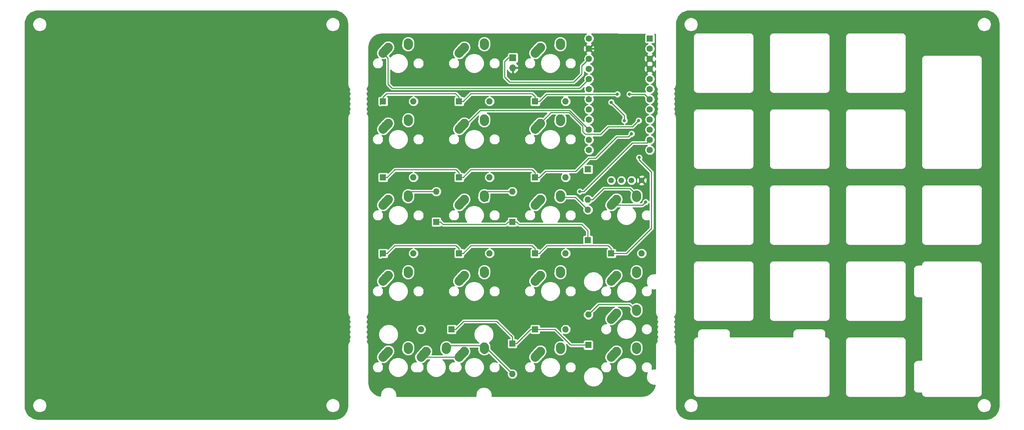
<source format=gbl>
G04 #@! TF.GenerationSoftware,KiCad,Pcbnew,(5.1.4)-1*
G04 #@! TF.CreationDate,2021-07-20T11:19:59+01:00*
G04 #@! TF.ProjectId,AleeMacro,416c6565-4d61-4637-926f-2e6b69636164,rev?*
G04 #@! TF.SameCoordinates,Original*
G04 #@! TF.FileFunction,Copper,L2,Bot*
G04 #@! TF.FilePolarity,Positive*
%FSLAX46Y46*%
G04 Gerber Fmt 4.6, Leading zero omitted, Abs format (unit mm)*
G04 Created by KiCad (PCBNEW (5.1.4)-1) date 2021-07-20 11:19:59*
%MOMM*%
%LPD*%
G04 APERTURE LIST*
%ADD10C,1.397000*%
%ADD11C,1.524000*%
%ADD12C,2.250000*%
%ADD13C,2.250000*%
%ADD14C,1.600000*%
%ADD15R,1.600000X1.600000*%
%ADD16R,1.700000X1.700000*%
%ADD17O,1.700000X1.700000*%
%ADD18O,1.600000X1.600000*%
%ADD19C,0.800000*%
%ADD20C,0.250000*%
%ADD21C,0.381000*%
%ADD22C,0.254000*%
G04 APERTURE END LIST*
D10*
X173228000Y-82550000D03*
X175768000Y-82550000D03*
X178308000Y-82550000D03*
X180848000Y-82550000D03*
D11*
X104552750Y-92741750D03*
X258222750Y-101123750D03*
D12*
X160476250Y-67441250D03*
D13*
X160456250Y-67731250D02*
X160496250Y-67151250D01*
D12*
X160496250Y-67151250D03*
X154801251Y-68961250D03*
D13*
X154146250Y-69691250D02*
X155456252Y-68231250D01*
D12*
X155456250Y-68231250D03*
D14*
X167640000Y-46990000D03*
X167640000Y-49530000D03*
X167640000Y-52070000D03*
X167640000Y-54610000D03*
X167640000Y-57150000D03*
X167640000Y-59690000D03*
X167640000Y-62230000D03*
X167640000Y-64770000D03*
X167640000Y-67310000D03*
X167640000Y-69850000D03*
X167640000Y-72390000D03*
X167640000Y-74930000D03*
X182880000Y-74930000D03*
X182880000Y-72390000D03*
X182880000Y-69850000D03*
X182880000Y-67310000D03*
X182880000Y-64770000D03*
X182880000Y-62230000D03*
X182880000Y-59690000D03*
X182880000Y-57150000D03*
X182880000Y-54610000D03*
X182880000Y-52070000D03*
X182880000Y-49530000D03*
D15*
X182880000Y-46990000D03*
D16*
X148590000Y-51816000D03*
D17*
X148590000Y-54356000D03*
D12*
X136406250Y-106331250D03*
X135751251Y-107061250D03*
D13*
X135096250Y-107791250D02*
X136406252Y-106331250D01*
D12*
X141446250Y-105251250D03*
X141426250Y-105541250D03*
D13*
X141406250Y-105831250D02*
X141446250Y-105251250D01*
D12*
X122376250Y-67441250D03*
D13*
X122356250Y-67731250D02*
X122396250Y-67151250D01*
D12*
X122396250Y-67151250D03*
X116701251Y-68961250D03*
D13*
X116046250Y-69691250D02*
X117356252Y-68231250D01*
D12*
X117356250Y-68231250D03*
X160476250Y-48391250D03*
D13*
X160456250Y-48681250D02*
X160496250Y-48101250D01*
D12*
X160496250Y-48101250D03*
X154801251Y-49911250D03*
D13*
X154146250Y-50641250D02*
X155456252Y-49181250D01*
D12*
X155456250Y-49181250D03*
X174506250Y-106331250D03*
X173851251Y-107061250D03*
D13*
X173196250Y-107791250D02*
X174506252Y-106331250D01*
D12*
X179546250Y-105251250D03*
X179526250Y-105541250D03*
D13*
X179506250Y-105831250D02*
X179546250Y-105251250D01*
D12*
X174506250Y-115856250D03*
X173851251Y-116586250D03*
D13*
X173196250Y-117316250D02*
X174506252Y-115856250D01*
D12*
X179546250Y-114776250D03*
X179526250Y-115066250D03*
D13*
X179506250Y-115356250D02*
X179546250Y-114776250D01*
D12*
X136406250Y-68231250D03*
X135751251Y-68961250D03*
D13*
X135096250Y-69691250D02*
X136406252Y-68231250D01*
D12*
X141446250Y-67151250D03*
X141426250Y-67441250D03*
D13*
X141406250Y-67731250D02*
X141446250Y-67151250D01*
D12*
X117356250Y-87281250D03*
X116701251Y-88011250D03*
D13*
X116046250Y-88741250D02*
X117356252Y-87281250D01*
D12*
X122396250Y-86201250D03*
X122376250Y-86491250D03*
D13*
X122356250Y-86781250D02*
X122396250Y-86201250D01*
D12*
X136406250Y-87281250D03*
X135751251Y-88011250D03*
D13*
X135096250Y-88741250D02*
X136406252Y-87281250D01*
D12*
X141446250Y-86201250D03*
X141426250Y-86491250D03*
D13*
X141406250Y-86781250D02*
X141446250Y-86201250D01*
D18*
X123698000Y-62738000D03*
D15*
X116078000Y-62738000D03*
D18*
X142748000Y-62738000D03*
D15*
X135128000Y-62738000D03*
D18*
X161798000Y-62738000D03*
D15*
X154178000Y-62738000D03*
D18*
X123698000Y-81788000D03*
D15*
X116078000Y-81788000D03*
X135128000Y-81788000D03*
D18*
X142748000Y-81788000D03*
X161798000Y-81788000D03*
D15*
X154178000Y-81788000D03*
D18*
X129413000Y-85344000D03*
D15*
X129413000Y-92964000D03*
X148463000Y-92964000D03*
D18*
X148463000Y-85344000D03*
X167386000Y-89916000D03*
D15*
X167386000Y-97536000D03*
X167386000Y-79756000D03*
D18*
X167386000Y-87376000D03*
X123698000Y-100838000D03*
D15*
X116078000Y-100838000D03*
D18*
X142748000Y-100838000D03*
D15*
X135128000Y-100838000D03*
D18*
X161798000Y-100838000D03*
D15*
X154178000Y-100838000D03*
X173228000Y-100838000D03*
D18*
X180848000Y-100838000D03*
X125603000Y-119888000D03*
D15*
X133223000Y-119888000D03*
X148463000Y-123444000D03*
D18*
X148463000Y-131064000D03*
D15*
X154178000Y-119888000D03*
D18*
X161798000Y-119888000D03*
D15*
X167481250Y-123825000D03*
D18*
X167481250Y-116205000D03*
D12*
X122376250Y-48391250D03*
D13*
X122356250Y-48681250D02*
X122396250Y-48101250D01*
D12*
X122396250Y-48101250D03*
X116701251Y-49911250D03*
D13*
X116046250Y-50641250D02*
X117356252Y-49181250D01*
D12*
X117356250Y-49181250D03*
X136406250Y-49181250D03*
X135751251Y-49911250D03*
D13*
X135096250Y-50641250D02*
X136406252Y-49181250D01*
D12*
X141446250Y-48101250D03*
X141426250Y-48391250D03*
D13*
X141406250Y-48681250D02*
X141446250Y-48101250D01*
D12*
X155456250Y-87281250D03*
X154801251Y-88011250D03*
D13*
X154146250Y-88741250D02*
X155456252Y-87281250D01*
D12*
X160496250Y-86201250D03*
X160476250Y-86491250D03*
D13*
X160456250Y-86781250D02*
X160496250Y-86201250D01*
D12*
X179526250Y-86491250D03*
D13*
X179506250Y-86781250D02*
X179546250Y-86201250D01*
D12*
X179546250Y-86201250D03*
X173851251Y-88011250D03*
D13*
X173196250Y-88741250D02*
X174506252Y-87281250D01*
D12*
X174506250Y-87281250D03*
X122376250Y-105541250D03*
D13*
X122356250Y-105831250D02*
X122396250Y-105251250D01*
D12*
X122396250Y-105251250D03*
X116701251Y-107061250D03*
D13*
X116046250Y-107791250D02*
X117356252Y-106331250D01*
D12*
X117356250Y-106331250D03*
X160476250Y-105541250D03*
D13*
X160456250Y-105831250D02*
X160496250Y-105251250D01*
D12*
X160496250Y-105251250D03*
X154801251Y-107061250D03*
D13*
X154146250Y-107791250D02*
X155456252Y-106331250D01*
D12*
X155456250Y-106331250D03*
X122376250Y-124591250D03*
D13*
X122356250Y-124881250D02*
X122396250Y-124301250D01*
D12*
X122396250Y-124301250D03*
X116701251Y-126111250D03*
D13*
X116046250Y-126841250D02*
X117356252Y-125381250D01*
D12*
X117356250Y-125381250D03*
X136406250Y-125381250D03*
X135751251Y-126111250D03*
D13*
X135096250Y-126841250D02*
X136406252Y-125381250D01*
D12*
X141446250Y-124301250D03*
X141426250Y-124591250D03*
D13*
X141406250Y-124881250D02*
X141446250Y-124301250D01*
D12*
X160476250Y-124591250D03*
D13*
X160456250Y-124881250D02*
X160496250Y-124301250D01*
D12*
X160496250Y-124301250D03*
X154801251Y-126111250D03*
D13*
X154146250Y-126841250D02*
X155456252Y-125381250D01*
D12*
X155456250Y-125381250D03*
X174506250Y-125381250D03*
X173851251Y-126111250D03*
D13*
X173196250Y-126841250D02*
X174506252Y-125381250D01*
D12*
X179546250Y-124301250D03*
X179526250Y-124591250D03*
D13*
X179506250Y-124881250D02*
X179546250Y-124301250D01*
D12*
X131901250Y-124591250D03*
D13*
X131881250Y-124881250D02*
X131921250Y-124301250D01*
D12*
X131921250Y-124301250D03*
X126226251Y-126111250D03*
D13*
X125571250Y-126841250D02*
X126881252Y-125381250D01*
D12*
X126881250Y-125381250D03*
D19*
X177800000Y-60960000D03*
X174752000Y-60960000D03*
X178308000Y-70866000D03*
X180213000Y-76835000D03*
X165354000Y-85344000D03*
X180086000Y-67564000D03*
X181813200Y-87985600D03*
X173228000Y-62992000D03*
X176530000Y-67564000D03*
D20*
X141406250Y-67731250D02*
X142017750Y-68342750D01*
X123095000Y-86042500D02*
X122356250Y-86781250D01*
X123253500Y-85344000D02*
X122396250Y-86201250D01*
X129413000Y-85344000D02*
X123253500Y-85344000D01*
X142255000Y-87630000D02*
X141406250Y-86781250D01*
X142303500Y-85344000D02*
X141446250Y-86201250D01*
X148463000Y-85344000D02*
X142303500Y-85344000D01*
X164251250Y-86781250D02*
X167386000Y-89916000D01*
X160456250Y-86781250D02*
X164251250Y-86781250D01*
X179506250Y-86161250D02*
X179506250Y-86781250D01*
X177927000Y-84582000D02*
X179506250Y-86161250D01*
X171311370Y-84582000D02*
X177927000Y-84582000D01*
X168517370Y-87376000D02*
X171311370Y-84582000D01*
X167386000Y-87376000D02*
X168517370Y-87376000D01*
X131921250Y-124301250D02*
X132619750Y-123602750D01*
X141406250Y-124881250D02*
X141406250Y-124849250D01*
X140456249Y-123931249D02*
X141406250Y-124881250D01*
X132831251Y-123931249D02*
X140456249Y-123931249D01*
X131881250Y-124881250D02*
X132831251Y-123931249D01*
X142280250Y-124881250D02*
X148463000Y-131064000D01*
X141406250Y-124881250D02*
X142280250Y-124881250D01*
X179506250Y-124881250D02*
X179506250Y-124769250D01*
X177801251Y-113651251D02*
X179506250Y-115356250D01*
X170034999Y-113651251D02*
X177801251Y-113651251D01*
X167481250Y-116205000D02*
X170034999Y-113651251D01*
D21*
X180340000Y-49530000D02*
X182880000Y-52070000D01*
X167640000Y-49530000D02*
X180340000Y-49530000D01*
X148590000Y-55558081D02*
X149165919Y-56134000D01*
X148590000Y-54356000D02*
X148590000Y-55558081D01*
X162846959Y-56134000D02*
X164592000Y-54388959D01*
X149165919Y-56134000D02*
X162846959Y-56134000D01*
X164592000Y-52578000D02*
X167640000Y-49530000D01*
X164592000Y-54388959D02*
X164592000Y-52578000D01*
D20*
X115411250Y-63468250D02*
X115411250Y-62706250D01*
X135128000Y-61688000D02*
X135128000Y-62738000D01*
X134273000Y-60833000D02*
X135128000Y-61688000D01*
X116933000Y-60833000D02*
X134273000Y-60833000D01*
X116078000Y-61688000D02*
X116933000Y-60833000D01*
X116078000Y-62738000D02*
X116078000Y-61688000D01*
X135128000Y-62738000D02*
X136178000Y-62738000D01*
X154178000Y-61595000D02*
X154178000Y-62738000D01*
X153416000Y-60833000D02*
X154178000Y-61595000D01*
X181610000Y-60960000D02*
X182880000Y-62230000D01*
X154178000Y-62738000D02*
X155228000Y-62738000D01*
X155228000Y-62738000D02*
X157006000Y-60960000D01*
X181610000Y-60960000D02*
X177800000Y-60960000D01*
X174752000Y-60960000D02*
X157006000Y-60960000D01*
X138083000Y-60833000D02*
X153416000Y-60833000D01*
X136178000Y-62738000D02*
X138083000Y-60833000D01*
X117128000Y-81788000D02*
X119033000Y-79883000D01*
X116078000Y-81788000D02*
X117128000Y-81788000D01*
X119033000Y-79883000D02*
X134366000Y-79883000D01*
X135128000Y-80645000D02*
X135128000Y-81788000D01*
X134366000Y-79883000D02*
X135128000Y-80645000D01*
X154178000Y-80645000D02*
X154178000Y-81788000D01*
X153416000Y-79883000D02*
X154178000Y-80645000D01*
X138083000Y-79883000D02*
X153416000Y-79883000D01*
X136178000Y-81788000D02*
X138083000Y-79883000D01*
X135128000Y-81788000D02*
X136178000Y-81788000D01*
X167640000Y-76962000D02*
X169289590Y-76962000D01*
X154178000Y-81788000D02*
X155228000Y-81788000D01*
X156752000Y-80264000D02*
X164338000Y-80264000D01*
X155228000Y-81788000D02*
X156752000Y-80264000D01*
X169289590Y-76962000D02*
X174623590Y-71628000D01*
X164338000Y-80264000D02*
X167640000Y-76962000D01*
X174623590Y-71628000D02*
X177546000Y-71628000D01*
X177546000Y-71628000D02*
X178308000Y-70866000D01*
X147413000Y-92964000D02*
X148463000Y-92964000D01*
X146776849Y-93600151D02*
X147413000Y-92964000D01*
X131099151Y-93600151D02*
X146776849Y-93600151D01*
X130463000Y-92964000D02*
X131099151Y-93600151D01*
X129413000Y-92964000D02*
X130463000Y-92964000D01*
X150149151Y-93600151D02*
X165826849Y-93600151D01*
X149513000Y-92964000D02*
X150149151Y-93600151D01*
X148463000Y-92964000D02*
X149513000Y-92964000D01*
X167386000Y-95159302D02*
X167386000Y-97536000D01*
X165826849Y-93600151D02*
X167386000Y-95159302D01*
X115411250Y-100806250D02*
X115411250Y-101695250D01*
X117128000Y-100838000D02*
X119033000Y-98933000D01*
X116078000Y-100838000D02*
X117128000Y-100838000D01*
X119033000Y-98933000D02*
X134366000Y-98933000D01*
X135128000Y-99695000D02*
X135128000Y-100838000D01*
X134366000Y-98933000D02*
X135128000Y-99695000D01*
X155228000Y-100838000D02*
X157133000Y-98933000D01*
X154178000Y-100838000D02*
X155228000Y-100838000D01*
X157133000Y-98933000D02*
X172466000Y-98933000D01*
X173228000Y-99695000D02*
X173228000Y-100838000D01*
X172466000Y-98933000D02*
X173228000Y-99695000D01*
X136178000Y-100838000D02*
X138083000Y-98933000D01*
X135128000Y-100838000D02*
X136178000Y-100838000D01*
X138083000Y-98933000D02*
X153416000Y-98933000D01*
X154178000Y-99695000D02*
X154178000Y-100838000D01*
X153416000Y-98933000D02*
X154178000Y-99695000D01*
X180213000Y-77400685D02*
X180213000Y-76835000D01*
X183286251Y-80473936D02*
X180213000Y-77400685D01*
X183286251Y-94589749D02*
X183286251Y-80473936D01*
X173228000Y-100838000D02*
X177038000Y-100838000D01*
X177038000Y-100838000D02*
X183286251Y-94589749D01*
X148463000Y-121793000D02*
X148463000Y-123444000D01*
X144526000Y-117856000D02*
X148463000Y-121793000D01*
X136305000Y-117856000D02*
X144526000Y-117856000D01*
X133223000Y-119888000D02*
X134273000Y-119888000D01*
X134273000Y-119888000D02*
X136305000Y-117856000D01*
X153069000Y-119888000D02*
X154178000Y-119888000D01*
X148463000Y-123444000D02*
X149513000Y-123444000D01*
X149513000Y-123444000D02*
X153069000Y-119888000D01*
X163068000Y-123825000D02*
X167481250Y-123825000D01*
X154178000Y-119888000D02*
X159131000Y-119888000D01*
X159131000Y-119888000D02*
X163068000Y-123825000D01*
X182372000Y-72898000D02*
X182880000Y-72390000D01*
X182372000Y-73152000D02*
X182372000Y-72898000D01*
X178562000Y-73152000D02*
X182372000Y-73152000D01*
X165354000Y-85344000D02*
X166370000Y-85344000D01*
X166370000Y-85344000D02*
X178562000Y-73152000D01*
X166370000Y-58420000D02*
X167640000Y-57150000D01*
X165354000Y-59436000D02*
X167640000Y-57150000D01*
X118364000Y-59436000D02*
X165354000Y-59436000D01*
X117348000Y-58420000D02*
X118364000Y-59436000D01*
X116046250Y-50641250D02*
X117348000Y-51943000D01*
X117348000Y-51943000D02*
X117348000Y-58420000D01*
X134778750Y-70008750D02*
X135096250Y-69691250D01*
X135096250Y-69691250D02*
X135096250Y-69373750D01*
X125571250Y-126841250D02*
X135096250Y-126841250D01*
X135096250Y-69691250D02*
X135794750Y-69691250D01*
X140462000Y-65024000D02*
X162814000Y-65024000D01*
X135794750Y-69691250D02*
X140462000Y-65024000D01*
X162814000Y-65024000D02*
X167640000Y-69850000D01*
X154146250Y-69691250D02*
X154146250Y-68103750D01*
X158155500Y-65532000D02*
X162685590Y-65532000D01*
X155456250Y-68231250D02*
X158155500Y-65532000D01*
X162685590Y-65532000D02*
X166116000Y-68962410D01*
X166116000Y-68962410D02*
X166116000Y-70358000D01*
X166116000Y-70358000D02*
X166733001Y-70975001D01*
X166733001Y-70975001D02*
X170578999Y-70975001D01*
X170578999Y-70975001D02*
X172466000Y-69088000D01*
X178562000Y-69088000D02*
X180086000Y-67564000D01*
X172466000Y-69088000D02*
X178562000Y-69088000D01*
X173196250Y-88741250D02*
X181057550Y-88741250D01*
X181057550Y-88741250D02*
X181813200Y-87985600D01*
X173228000Y-62992000D02*
X176530000Y-66294000D01*
X176530000Y-66294000D02*
X176530000Y-67564000D01*
X165862000Y-53848000D02*
X167640000Y-52070000D01*
X165862000Y-55880000D02*
X165862000Y-53848000D01*
X147490000Y-51816000D02*
X146558000Y-52748000D01*
X148590000Y-51816000D02*
X147490000Y-51816000D01*
X146558000Y-52748000D02*
X146558000Y-56642000D01*
X146558000Y-56642000D02*
X147828000Y-57912000D01*
X147828000Y-57912000D02*
X163830000Y-57912000D01*
X163830000Y-57912000D02*
X165862000Y-55880000D01*
D22*
G36*
X267581025Y-40079209D02*
G01*
X268214230Y-40270385D01*
X268798239Y-40580908D01*
X269310814Y-40998954D01*
X269732428Y-41508598D01*
X270047023Y-42090429D01*
X270242613Y-42722279D01*
X270314750Y-43408610D01*
X270314751Y-139004007D01*
X270247290Y-139692026D01*
X270056115Y-140325230D01*
X269745590Y-140909240D01*
X269327544Y-141421817D01*
X268817902Y-141843428D01*
X268236072Y-142158023D01*
X267604220Y-142353614D01*
X266917890Y-142425750D01*
X192912483Y-142425750D01*
X192224474Y-142358290D01*
X191591270Y-142167115D01*
X191007260Y-141856590D01*
X190494683Y-141438544D01*
X190073072Y-140928902D01*
X189758477Y-140347072D01*
X189562886Y-139715220D01*
X189490750Y-139028890D01*
X189490750Y-138795476D01*
X191429312Y-138795476D01*
X191429312Y-139144024D01*
X191497310Y-139485876D01*
X191630694Y-139807893D01*
X191824337Y-140097701D01*
X192070799Y-140344163D01*
X192360607Y-140537806D01*
X192682624Y-140671190D01*
X193024476Y-140739188D01*
X193373024Y-140739188D01*
X193714876Y-140671190D01*
X194036893Y-140537806D01*
X194326701Y-140344163D01*
X194573163Y-140097701D01*
X194766806Y-139807893D01*
X194900190Y-139485876D01*
X194968188Y-139144024D01*
X194968188Y-138795476D01*
X264835312Y-138795476D01*
X264835312Y-139144024D01*
X264903310Y-139485876D01*
X265036694Y-139807893D01*
X265230337Y-140097701D01*
X265476799Y-140344163D01*
X265766607Y-140537806D01*
X266088624Y-140671190D01*
X266430476Y-140739188D01*
X266779024Y-140739188D01*
X267120876Y-140671190D01*
X267442893Y-140537806D01*
X267732701Y-140344163D01*
X267979163Y-140097701D01*
X268172806Y-139807893D01*
X268306190Y-139485876D01*
X268374188Y-139144024D01*
X268374188Y-138795476D01*
X268306190Y-138453624D01*
X268172806Y-138131607D01*
X267979163Y-137841799D01*
X267732701Y-137595337D01*
X267442893Y-137401694D01*
X267120876Y-137268310D01*
X266779024Y-137200312D01*
X266430476Y-137200312D01*
X266088624Y-137268310D01*
X265766607Y-137401694D01*
X265476799Y-137595337D01*
X265230337Y-137841799D01*
X265036694Y-138131607D01*
X264903310Y-138453624D01*
X264835312Y-138795476D01*
X194968188Y-138795476D01*
X194900190Y-138453624D01*
X194766806Y-138131607D01*
X194573163Y-137841799D01*
X194326701Y-137595337D01*
X194036893Y-137401694D01*
X193714876Y-137268310D01*
X193373024Y-137200312D01*
X193024476Y-137200312D01*
X192682624Y-137268310D01*
X192360607Y-137401694D01*
X192070799Y-137595337D01*
X191824337Y-137841799D01*
X191630694Y-138131607D01*
X191497310Y-138453624D01*
X191429312Y-138795476D01*
X189490750Y-138795476D01*
X189490750Y-123938889D01*
X189488181Y-123912807D01*
X189488224Y-123906662D01*
X189487395Y-123898214D01*
X189466994Y-123704117D01*
X189455914Y-123650140D01*
X189445588Y-123596009D01*
X189443135Y-123587886D01*
X189443134Y-123587880D01*
X189443132Y-123587874D01*
X189385422Y-123401444D01*
X189364065Y-123350636D01*
X189343425Y-123299551D01*
X189339440Y-123292055D01*
X189246615Y-123120378D01*
X189215798Y-123074689D01*
X189185625Y-123028581D01*
X189180259Y-123022002D01*
X189102171Y-122927611D01*
X189171826Y-122823365D01*
X189186106Y-122788890D01*
X193719750Y-122788890D01*
X193719751Y-135848611D01*
X193722285Y-135874339D01*
X193722264Y-135877345D01*
X193723093Y-135885793D01*
X193728182Y-135934214D01*
X193728549Y-135937939D01*
X193728587Y-135938063D01*
X193733293Y-135982842D01*
X193744374Y-136036825D01*
X193754699Y-136090952D01*
X193757150Y-136099069D01*
X193757152Y-136099079D01*
X193757156Y-136099088D01*
X193786009Y-136192298D01*
X193807351Y-136243069D01*
X193828007Y-136294195D01*
X193831993Y-136301690D01*
X193878406Y-136387528D01*
X193909232Y-136433230D01*
X193939394Y-136479322D01*
X193944756Y-136485896D01*
X193944760Y-136485902D01*
X193944765Y-136485907D01*
X194006962Y-136561090D01*
X194046067Y-136599924D01*
X194084614Y-136639287D01*
X194091155Y-136644698D01*
X194091159Y-136644702D01*
X194091164Y-136644705D01*
X194166776Y-136706374D01*
X194212693Y-136736882D01*
X194258151Y-136768007D01*
X194265607Y-136772039D01*
X194265610Y-136772041D01*
X194265613Y-136772042D01*
X194265618Y-136772045D01*
X194351779Y-136817857D01*
X194402735Y-136838859D01*
X194453372Y-136860562D01*
X194461482Y-136863072D01*
X194461486Y-136863074D01*
X194461491Y-136863075D01*
X194554899Y-136891277D01*
X194608944Y-136901979D01*
X194662862Y-136913439D01*
X194671305Y-136914327D01*
X194768422Y-136923849D01*
X194768435Y-136923849D01*
X194797889Y-136926750D01*
X226907611Y-136926750D01*
X226933349Y-136924215D01*
X226936345Y-136924236D01*
X226944793Y-136923407D01*
X226993063Y-136918334D01*
X226996939Y-136917952D01*
X226997068Y-136917913D01*
X227041842Y-136913207D01*
X227095825Y-136902126D01*
X227149952Y-136891801D01*
X227158069Y-136889350D01*
X227158079Y-136889348D01*
X227158088Y-136889344D01*
X227251298Y-136860491D01*
X227302069Y-136839149D01*
X227353195Y-136818493D01*
X227360683Y-136814511D01*
X227360687Y-136814509D01*
X227360690Y-136814507D01*
X227446528Y-136768094D01*
X227492230Y-136737268D01*
X227538322Y-136707106D01*
X227544899Y-136701742D01*
X227544902Y-136701740D01*
X227544907Y-136701735D01*
X227620090Y-136639538D01*
X227658924Y-136600433D01*
X227698287Y-136561886D01*
X227703698Y-136555345D01*
X227703702Y-136555341D01*
X227703705Y-136555336D01*
X227765374Y-136479724D01*
X227795882Y-136433807D01*
X227827007Y-136388349D01*
X227831045Y-136380882D01*
X227876857Y-136294721D01*
X227897859Y-136243765D01*
X227919562Y-136193128D01*
X227922072Y-136185019D01*
X227950277Y-136091601D01*
X227960979Y-136037556D01*
X227972439Y-135983638D01*
X227973327Y-135975195D01*
X227982849Y-135878078D01*
X227982849Y-135878065D01*
X227985750Y-135848611D01*
X227985750Y-122788890D01*
X231819750Y-122788890D01*
X231819751Y-135848611D01*
X231822285Y-135874339D01*
X231822264Y-135877345D01*
X231823093Y-135885793D01*
X231828182Y-135934214D01*
X231828549Y-135937939D01*
X231828587Y-135938063D01*
X231833293Y-135982842D01*
X231844374Y-136036825D01*
X231854699Y-136090952D01*
X231857150Y-136099069D01*
X231857152Y-136099079D01*
X231857156Y-136099088D01*
X231886009Y-136192298D01*
X231907351Y-136243069D01*
X231928007Y-136294195D01*
X231931993Y-136301690D01*
X231978406Y-136387528D01*
X232009232Y-136433230D01*
X232039394Y-136479322D01*
X232044756Y-136485896D01*
X232044760Y-136485902D01*
X232044765Y-136485907D01*
X232106962Y-136561090D01*
X232146067Y-136599924D01*
X232184614Y-136639287D01*
X232191155Y-136644698D01*
X232191159Y-136644702D01*
X232191164Y-136644705D01*
X232266776Y-136706374D01*
X232312693Y-136736882D01*
X232358151Y-136768007D01*
X232365607Y-136772039D01*
X232365610Y-136772041D01*
X232365613Y-136772042D01*
X232365618Y-136772045D01*
X232451779Y-136817857D01*
X232502735Y-136838859D01*
X232553372Y-136860562D01*
X232561482Y-136863072D01*
X232561486Y-136863074D01*
X232561491Y-136863075D01*
X232654899Y-136891277D01*
X232708944Y-136901979D01*
X232762862Y-136913439D01*
X232771305Y-136914327D01*
X232868422Y-136923849D01*
X232868435Y-136923849D01*
X232897889Y-136926750D01*
X245957611Y-136926750D01*
X245983349Y-136924215D01*
X245986345Y-136924236D01*
X245994793Y-136923407D01*
X246043063Y-136918334D01*
X246046939Y-136917952D01*
X246047068Y-136917913D01*
X246091842Y-136913207D01*
X246145825Y-136902126D01*
X246199952Y-136891801D01*
X246208069Y-136889350D01*
X246208079Y-136889348D01*
X246208088Y-136889344D01*
X246301298Y-136860491D01*
X246352069Y-136839149D01*
X246403195Y-136818493D01*
X246410683Y-136814511D01*
X246410687Y-136814509D01*
X246410690Y-136814507D01*
X246496528Y-136768094D01*
X246542230Y-136737268D01*
X246588322Y-136707106D01*
X246594899Y-136701742D01*
X246594902Y-136701740D01*
X246594907Y-136701735D01*
X246670090Y-136639538D01*
X246708924Y-136600433D01*
X246748287Y-136561886D01*
X246753698Y-136555345D01*
X246753702Y-136555341D01*
X246753705Y-136555336D01*
X246815374Y-136479724D01*
X246845882Y-136433807D01*
X246877007Y-136388349D01*
X246881045Y-136380882D01*
X246926857Y-136294721D01*
X246947859Y-136243765D01*
X246969562Y-136193128D01*
X246972072Y-136185019D01*
X247000277Y-136091601D01*
X247010979Y-136037556D01*
X247022439Y-135983638D01*
X247023327Y-135975195D01*
X247032849Y-135878078D01*
X247032849Y-135878065D01*
X247035750Y-135848611D01*
X247035750Y-122788889D01*
X247033215Y-122763151D01*
X247033236Y-122760156D01*
X247032407Y-122751707D01*
X247027334Y-122703444D01*
X247026952Y-122699561D01*
X247026913Y-122699431D01*
X247022207Y-122654659D01*
X247011129Y-122600689D01*
X247000801Y-122546548D01*
X246998349Y-122538429D01*
X246998348Y-122538422D01*
X246998345Y-122538416D01*
X246969491Y-122445202D01*
X246948136Y-122394399D01*
X246927492Y-122343305D01*
X246923507Y-122335809D01*
X246877094Y-122249972D01*
X246846278Y-122204285D01*
X246816106Y-122158178D01*
X246810743Y-122151603D01*
X246810740Y-122151598D01*
X246810735Y-122151593D01*
X246748538Y-122076410D01*
X246709449Y-122037593D01*
X246670886Y-121998213D01*
X246664345Y-121992802D01*
X246588724Y-121931126D01*
X246542807Y-121900618D01*
X246497349Y-121869493D01*
X246489893Y-121865461D01*
X246489890Y-121865459D01*
X246489887Y-121865458D01*
X246489882Y-121865455D01*
X246403721Y-121819643D01*
X246352765Y-121798641D01*
X246302128Y-121776938D01*
X246294019Y-121774428D01*
X246294018Y-121774428D01*
X246294014Y-121774426D01*
X246294009Y-121774425D01*
X246200601Y-121746223D01*
X246146563Y-121735523D01*
X246092638Y-121724061D01*
X246084208Y-121723175D01*
X246084201Y-121723174D01*
X246084195Y-121723174D01*
X245987078Y-121713651D01*
X245987065Y-121713651D01*
X245957611Y-121710750D01*
X232897889Y-121710750D01*
X232872151Y-121713285D01*
X232869156Y-121713264D01*
X232860707Y-121714093D01*
X232812445Y-121719165D01*
X232808561Y-121719548D01*
X232808431Y-121719587D01*
X232763659Y-121724293D01*
X232709689Y-121735371D01*
X232655548Y-121745699D01*
X232647429Y-121748151D01*
X232647422Y-121748152D01*
X232647416Y-121748155D01*
X232554202Y-121777009D01*
X232503399Y-121798364D01*
X232452305Y-121819008D01*
X232444809Y-121822993D01*
X232358972Y-121869406D01*
X232313285Y-121900222D01*
X232267178Y-121930394D01*
X232260604Y-121935756D01*
X232260598Y-121935760D01*
X232260593Y-121935765D01*
X232185410Y-121997962D01*
X232146593Y-122037051D01*
X232107213Y-122075614D01*
X232101802Y-122082155D01*
X232040126Y-122157776D01*
X232009618Y-122203693D01*
X231978493Y-122249151D01*
X231974455Y-122256618D01*
X231928643Y-122342779D01*
X231907641Y-122393735D01*
X231885938Y-122444372D01*
X231883428Y-122452481D01*
X231855223Y-122545899D01*
X231844523Y-122599937D01*
X231833061Y-122653862D01*
X231832175Y-122662292D01*
X231832174Y-122662299D01*
X231832174Y-122662305D01*
X231822651Y-122759422D01*
X231822651Y-122759436D01*
X231819750Y-122788890D01*
X227985750Y-122788890D01*
X227985750Y-122788889D01*
X227983215Y-122763151D01*
X227983236Y-122760156D01*
X227982407Y-122751707D01*
X227977334Y-122703444D01*
X227976952Y-122699561D01*
X227976913Y-122699431D01*
X227972207Y-122654659D01*
X227961129Y-122600689D01*
X227950801Y-122546548D01*
X227948349Y-122538429D01*
X227948348Y-122538422D01*
X227948345Y-122538416D01*
X227919491Y-122445202D01*
X227898136Y-122394399D01*
X227877492Y-122343305D01*
X227873507Y-122335809D01*
X227827094Y-122249972D01*
X227796278Y-122204285D01*
X227766106Y-122158178D01*
X227760743Y-122151603D01*
X227760740Y-122151598D01*
X227760735Y-122151593D01*
X227698538Y-122076410D01*
X227659449Y-122037593D01*
X227620886Y-121998213D01*
X227614345Y-121992802D01*
X227538724Y-121931126D01*
X227492807Y-121900618D01*
X227447349Y-121869493D01*
X227439893Y-121865461D01*
X227439890Y-121865459D01*
X227439887Y-121865458D01*
X227439882Y-121865455D01*
X227353721Y-121819643D01*
X227302765Y-121798641D01*
X227252128Y-121776938D01*
X227244019Y-121774428D01*
X227244018Y-121774428D01*
X227244014Y-121774426D01*
X227244009Y-121774425D01*
X227150601Y-121746223D01*
X227096563Y-121735523D01*
X227042638Y-121724061D01*
X227034208Y-121723175D01*
X227034201Y-121723174D01*
X227034195Y-121723174D01*
X226937078Y-121713651D01*
X226937065Y-121713651D01*
X226907611Y-121710750D01*
X226898750Y-121710750D01*
X226898750Y-120788889D01*
X226896215Y-120763151D01*
X226896236Y-120760156D01*
X226895407Y-120751707D01*
X226890335Y-120703445D01*
X226889952Y-120699561D01*
X226889913Y-120699431D01*
X226885207Y-120654659D01*
X226874129Y-120600689D01*
X226863801Y-120546548D01*
X226861349Y-120538429D01*
X226861348Y-120538422D01*
X226861345Y-120538416D01*
X226832491Y-120445202D01*
X226811136Y-120394399D01*
X226790492Y-120343305D01*
X226786507Y-120335809D01*
X226740094Y-120249972D01*
X226709278Y-120204285D01*
X226679106Y-120158178D01*
X226673743Y-120151603D01*
X226673740Y-120151598D01*
X226673735Y-120151593D01*
X226611538Y-120076410D01*
X226572449Y-120037593D01*
X226533886Y-119998213D01*
X226527345Y-119992802D01*
X226451724Y-119931126D01*
X226405807Y-119900618D01*
X226360349Y-119869493D01*
X226352893Y-119865461D01*
X226352890Y-119865459D01*
X226352887Y-119865458D01*
X226352882Y-119865455D01*
X226266721Y-119819643D01*
X226215765Y-119798641D01*
X226165128Y-119776938D01*
X226157019Y-119774428D01*
X226157018Y-119774428D01*
X226157014Y-119774426D01*
X226157009Y-119774425D01*
X226063601Y-119746223D01*
X226009563Y-119735523D01*
X225955638Y-119724061D01*
X225947208Y-119723175D01*
X225947201Y-119723174D01*
X225947195Y-119723174D01*
X225850078Y-119713651D01*
X225850065Y-119713651D01*
X225820611Y-119710750D01*
X219760889Y-119710750D01*
X219735151Y-119713285D01*
X219732156Y-119713264D01*
X219723707Y-119714093D01*
X219675445Y-119719165D01*
X219671561Y-119719548D01*
X219671431Y-119719587D01*
X219626659Y-119724293D01*
X219572689Y-119735371D01*
X219518548Y-119745699D01*
X219510429Y-119748151D01*
X219510422Y-119748152D01*
X219510416Y-119748155D01*
X219417202Y-119777009D01*
X219366399Y-119798364D01*
X219315305Y-119819008D01*
X219307809Y-119822993D01*
X219221972Y-119869406D01*
X219176285Y-119900222D01*
X219130178Y-119930394D01*
X219123604Y-119935756D01*
X219123598Y-119935760D01*
X219123593Y-119935765D01*
X219048410Y-119997962D01*
X219009593Y-120037051D01*
X218970213Y-120075614D01*
X218964802Y-120082155D01*
X218903126Y-120157776D01*
X218872618Y-120203693D01*
X218841493Y-120249151D01*
X218837455Y-120256618D01*
X218791643Y-120342779D01*
X218770641Y-120393735D01*
X218748938Y-120444372D01*
X218746428Y-120452481D01*
X218718223Y-120545899D01*
X218707523Y-120599937D01*
X218696061Y-120653862D01*
X218695175Y-120662292D01*
X218695174Y-120662299D01*
X218695174Y-120662305D01*
X218685651Y-120759422D01*
X218685651Y-120759436D01*
X218682750Y-120788890D01*
X218682751Y-121710750D01*
X203022750Y-121710750D01*
X203022750Y-120788889D01*
X203020215Y-120763151D01*
X203020236Y-120760156D01*
X203019407Y-120751707D01*
X203014335Y-120703445D01*
X203013952Y-120699561D01*
X203013913Y-120699431D01*
X203009207Y-120654659D01*
X202998129Y-120600689D01*
X202987801Y-120546548D01*
X202985349Y-120538429D01*
X202985348Y-120538422D01*
X202985345Y-120538416D01*
X202956491Y-120445202D01*
X202935136Y-120394399D01*
X202914492Y-120343305D01*
X202910507Y-120335809D01*
X202864094Y-120249972D01*
X202833278Y-120204285D01*
X202803106Y-120158178D01*
X202797743Y-120151603D01*
X202797740Y-120151598D01*
X202797735Y-120151593D01*
X202735538Y-120076410D01*
X202696449Y-120037593D01*
X202657886Y-119998213D01*
X202651345Y-119992802D01*
X202575724Y-119931126D01*
X202529807Y-119900618D01*
X202484349Y-119869493D01*
X202476893Y-119865461D01*
X202476890Y-119865459D01*
X202476887Y-119865458D01*
X202476882Y-119865455D01*
X202390721Y-119819643D01*
X202339765Y-119798641D01*
X202289128Y-119776938D01*
X202281019Y-119774428D01*
X202281018Y-119774428D01*
X202281014Y-119774426D01*
X202281009Y-119774425D01*
X202187601Y-119746223D01*
X202133563Y-119735523D01*
X202079638Y-119724061D01*
X202071208Y-119723175D01*
X202071201Y-119723174D01*
X202071195Y-119723174D01*
X201974078Y-119713651D01*
X201974065Y-119713651D01*
X201944611Y-119710750D01*
X195884889Y-119710750D01*
X195859151Y-119713285D01*
X195856156Y-119713264D01*
X195847707Y-119714093D01*
X195799445Y-119719165D01*
X195795561Y-119719548D01*
X195795431Y-119719587D01*
X195750659Y-119724293D01*
X195696689Y-119735371D01*
X195642548Y-119745699D01*
X195634429Y-119748151D01*
X195634422Y-119748152D01*
X195634416Y-119748155D01*
X195541202Y-119777009D01*
X195490399Y-119798364D01*
X195439305Y-119819008D01*
X195431809Y-119822993D01*
X195345972Y-119869406D01*
X195300285Y-119900222D01*
X195254178Y-119930394D01*
X195247604Y-119935756D01*
X195247598Y-119935760D01*
X195247593Y-119935765D01*
X195172410Y-119997962D01*
X195133593Y-120037051D01*
X195094213Y-120075614D01*
X195088802Y-120082155D01*
X195027126Y-120157776D01*
X194996618Y-120203693D01*
X194965493Y-120249151D01*
X194961455Y-120256618D01*
X194915643Y-120342779D01*
X194894641Y-120393735D01*
X194872938Y-120444372D01*
X194870428Y-120452481D01*
X194842223Y-120545899D01*
X194831523Y-120599937D01*
X194820061Y-120653862D01*
X194819175Y-120662292D01*
X194819174Y-120662299D01*
X194819174Y-120662305D01*
X194809651Y-120759422D01*
X194809651Y-120759436D01*
X194806750Y-120788890D01*
X194806751Y-121710750D01*
X194797889Y-121710750D01*
X194772151Y-121713285D01*
X194769156Y-121713264D01*
X194760707Y-121714093D01*
X194712445Y-121719165D01*
X194708561Y-121719548D01*
X194708431Y-121719587D01*
X194663659Y-121724293D01*
X194609689Y-121735371D01*
X194555548Y-121745699D01*
X194547429Y-121748151D01*
X194547422Y-121748152D01*
X194547416Y-121748155D01*
X194454202Y-121777009D01*
X194403399Y-121798364D01*
X194352305Y-121819008D01*
X194344809Y-121822993D01*
X194258972Y-121869406D01*
X194213285Y-121900222D01*
X194167178Y-121930394D01*
X194160604Y-121935756D01*
X194160598Y-121935760D01*
X194160593Y-121935765D01*
X194085410Y-121997962D01*
X194046593Y-122037051D01*
X194007213Y-122075614D01*
X194001802Y-122082155D01*
X193940126Y-122157776D01*
X193909618Y-122203693D01*
X193878493Y-122249151D01*
X193874455Y-122256618D01*
X193828643Y-122342779D01*
X193807641Y-122393735D01*
X193785938Y-122444372D01*
X193783428Y-122452481D01*
X193755223Y-122545899D01*
X193744523Y-122599937D01*
X193733061Y-122653862D01*
X193732175Y-122662292D01*
X193732174Y-122662299D01*
X193732174Y-122662305D01*
X193722651Y-122759422D01*
X193722651Y-122759436D01*
X193719750Y-122788890D01*
X189186106Y-122788890D01*
X189239798Y-122659266D01*
X189274450Y-122485060D01*
X189274450Y-122307440D01*
X189239798Y-122133234D01*
X189171826Y-121969135D01*
X189073146Y-121821450D01*
X189012946Y-121761250D01*
X189073146Y-121701050D01*
X189171826Y-121553365D01*
X189239798Y-121389266D01*
X189274450Y-121215060D01*
X189274450Y-121037440D01*
X189239798Y-120863234D01*
X189171826Y-120699135D01*
X189073146Y-120551450D01*
X189012946Y-120491250D01*
X189073146Y-120431050D01*
X189171826Y-120283365D01*
X189239798Y-120119266D01*
X189274450Y-119945060D01*
X189274450Y-119767440D01*
X189239798Y-119593234D01*
X189171826Y-119429135D01*
X189073146Y-119281450D01*
X189012946Y-119221250D01*
X189073146Y-119161050D01*
X189171826Y-119013365D01*
X189239798Y-118849266D01*
X189274450Y-118675060D01*
X189274450Y-118497440D01*
X189239798Y-118323234D01*
X189171826Y-118159135D01*
X189073146Y-118011450D01*
X189012946Y-117951250D01*
X189073146Y-117891050D01*
X189171826Y-117743365D01*
X189239798Y-117579266D01*
X189274450Y-117405060D01*
X189274450Y-117227440D01*
X189239798Y-117053234D01*
X189171826Y-116889135D01*
X189073146Y-116741450D01*
X189051922Y-116720226D01*
X189058076Y-116714199D01*
X189063482Y-116707664D01*
X189063488Y-116707658D01*
X189063492Y-116707651D01*
X189186837Y-116556416D01*
X189217319Y-116510538D01*
X189248466Y-116465048D01*
X189252502Y-116457582D01*
X189252503Y-116457581D01*
X189252505Y-116457577D01*
X189344129Y-116285258D01*
X189365136Y-116234291D01*
X189386836Y-116183661D01*
X189389343Y-116175561D01*
X189389347Y-116175551D01*
X189389349Y-116175541D01*
X189445755Y-115988715D01*
X189456451Y-115934695D01*
X189467916Y-115880758D01*
X189468803Y-115872315D01*
X189487848Y-115678081D01*
X189487848Y-115678076D01*
X189490750Y-115648611D01*
X189490750Y-103738890D01*
X193719750Y-103738890D01*
X193719751Y-116798611D01*
X193722285Y-116824339D01*
X193722264Y-116827345D01*
X193723093Y-116835793D01*
X193728182Y-116884214D01*
X193728549Y-116887939D01*
X193728587Y-116888063D01*
X193733293Y-116932842D01*
X193744374Y-116986825D01*
X193754699Y-117040952D01*
X193757150Y-117049069D01*
X193757152Y-117049079D01*
X193757156Y-117049088D01*
X193786009Y-117142298D01*
X193807351Y-117193069D01*
X193828007Y-117244195D01*
X193831993Y-117251690D01*
X193878406Y-117337528D01*
X193909232Y-117383230D01*
X193939394Y-117429322D01*
X193944756Y-117435896D01*
X193944760Y-117435902D01*
X193944765Y-117435907D01*
X194006962Y-117511090D01*
X194046067Y-117549924D01*
X194084614Y-117589287D01*
X194091155Y-117594698D01*
X194091159Y-117594702D01*
X194091164Y-117594705D01*
X194166776Y-117656374D01*
X194212693Y-117686882D01*
X194258151Y-117718007D01*
X194265607Y-117722039D01*
X194265610Y-117722041D01*
X194265613Y-117722042D01*
X194265618Y-117722045D01*
X194351779Y-117767857D01*
X194402735Y-117788859D01*
X194453372Y-117810562D01*
X194461482Y-117813072D01*
X194461486Y-117813074D01*
X194461491Y-117813075D01*
X194554899Y-117841277D01*
X194608944Y-117851979D01*
X194662862Y-117863439D01*
X194671305Y-117864327D01*
X194768422Y-117873849D01*
X194768435Y-117873849D01*
X194797889Y-117876750D01*
X207857611Y-117876750D01*
X207883349Y-117874215D01*
X207886345Y-117874236D01*
X207894793Y-117873407D01*
X207943063Y-117868334D01*
X207946939Y-117867952D01*
X207947068Y-117867913D01*
X207991842Y-117863207D01*
X208045825Y-117852126D01*
X208099952Y-117841801D01*
X208108069Y-117839350D01*
X208108079Y-117839348D01*
X208108088Y-117839344D01*
X208201298Y-117810491D01*
X208252069Y-117789149D01*
X208303195Y-117768493D01*
X208310683Y-117764511D01*
X208310687Y-117764509D01*
X208310690Y-117764507D01*
X208396528Y-117718094D01*
X208442230Y-117687268D01*
X208488322Y-117657106D01*
X208494899Y-117651742D01*
X208494902Y-117651740D01*
X208494907Y-117651735D01*
X208570090Y-117589538D01*
X208608924Y-117550433D01*
X208648287Y-117511886D01*
X208653698Y-117505345D01*
X208653702Y-117505341D01*
X208653705Y-117505336D01*
X208715374Y-117429724D01*
X208745882Y-117383807D01*
X208777007Y-117338349D01*
X208781045Y-117330882D01*
X208826857Y-117244721D01*
X208847859Y-117193765D01*
X208869562Y-117143128D01*
X208872072Y-117135019D01*
X208900277Y-117041601D01*
X208910979Y-116987556D01*
X208922439Y-116933638D01*
X208923327Y-116925195D01*
X208932849Y-116828078D01*
X208932849Y-116828065D01*
X208935750Y-116798611D01*
X208935750Y-103738890D01*
X212769750Y-103738890D01*
X212769751Y-116798611D01*
X212772285Y-116824339D01*
X212772264Y-116827345D01*
X212773093Y-116835793D01*
X212778182Y-116884214D01*
X212778549Y-116887939D01*
X212778587Y-116888063D01*
X212783293Y-116932842D01*
X212794374Y-116986825D01*
X212804699Y-117040952D01*
X212807150Y-117049069D01*
X212807152Y-117049079D01*
X212807156Y-117049088D01*
X212836009Y-117142298D01*
X212857351Y-117193069D01*
X212878007Y-117244195D01*
X212881993Y-117251690D01*
X212928406Y-117337528D01*
X212959232Y-117383230D01*
X212989394Y-117429322D01*
X212994756Y-117435896D01*
X212994760Y-117435902D01*
X212994765Y-117435907D01*
X213056962Y-117511090D01*
X213096067Y-117549924D01*
X213134614Y-117589287D01*
X213141155Y-117594698D01*
X213141159Y-117594702D01*
X213141164Y-117594705D01*
X213216776Y-117656374D01*
X213262693Y-117686882D01*
X213308151Y-117718007D01*
X213315607Y-117722039D01*
X213315610Y-117722041D01*
X213315613Y-117722042D01*
X213315618Y-117722045D01*
X213401779Y-117767857D01*
X213452735Y-117788859D01*
X213503372Y-117810562D01*
X213511482Y-117813072D01*
X213511486Y-117813074D01*
X213511491Y-117813075D01*
X213604899Y-117841277D01*
X213658944Y-117851979D01*
X213712862Y-117863439D01*
X213721305Y-117864327D01*
X213818422Y-117873849D01*
X213818435Y-117873849D01*
X213847889Y-117876750D01*
X226907611Y-117876750D01*
X226933349Y-117874215D01*
X226936345Y-117874236D01*
X226944793Y-117873407D01*
X226993063Y-117868334D01*
X226996939Y-117867952D01*
X226997068Y-117867913D01*
X227041842Y-117863207D01*
X227095825Y-117852126D01*
X227149952Y-117841801D01*
X227158069Y-117839350D01*
X227158079Y-117839348D01*
X227158088Y-117839344D01*
X227251298Y-117810491D01*
X227302069Y-117789149D01*
X227353195Y-117768493D01*
X227360683Y-117764511D01*
X227360687Y-117764509D01*
X227360690Y-117764507D01*
X227446528Y-117718094D01*
X227492230Y-117687268D01*
X227538322Y-117657106D01*
X227544899Y-117651742D01*
X227544902Y-117651740D01*
X227544907Y-117651735D01*
X227620090Y-117589538D01*
X227658924Y-117550433D01*
X227698287Y-117511886D01*
X227703698Y-117505345D01*
X227703702Y-117505341D01*
X227703705Y-117505336D01*
X227765374Y-117429724D01*
X227795882Y-117383807D01*
X227827007Y-117338349D01*
X227831045Y-117330882D01*
X227876857Y-117244721D01*
X227897859Y-117193765D01*
X227919562Y-117143128D01*
X227922072Y-117135019D01*
X227950277Y-117041601D01*
X227960979Y-116987556D01*
X227972439Y-116933638D01*
X227973327Y-116925195D01*
X227982849Y-116828078D01*
X227982849Y-116828065D01*
X227985750Y-116798611D01*
X227985750Y-103738890D01*
X231819750Y-103738890D01*
X231819751Y-116798611D01*
X231822285Y-116824339D01*
X231822264Y-116827345D01*
X231823093Y-116835793D01*
X231828182Y-116884214D01*
X231828549Y-116887939D01*
X231828587Y-116888063D01*
X231833293Y-116932842D01*
X231844374Y-116986825D01*
X231854699Y-117040952D01*
X231857150Y-117049069D01*
X231857152Y-117049079D01*
X231857156Y-117049088D01*
X231886009Y-117142298D01*
X231907351Y-117193069D01*
X231928007Y-117244195D01*
X231931993Y-117251690D01*
X231978406Y-117337528D01*
X232009232Y-117383230D01*
X232039394Y-117429322D01*
X232044756Y-117435896D01*
X232044760Y-117435902D01*
X232044765Y-117435907D01*
X232106962Y-117511090D01*
X232146067Y-117549924D01*
X232184614Y-117589287D01*
X232191155Y-117594698D01*
X232191159Y-117594702D01*
X232191164Y-117594705D01*
X232266776Y-117656374D01*
X232312693Y-117686882D01*
X232358151Y-117718007D01*
X232365607Y-117722039D01*
X232365610Y-117722041D01*
X232365613Y-117722042D01*
X232365618Y-117722045D01*
X232451779Y-117767857D01*
X232502735Y-117788859D01*
X232553372Y-117810562D01*
X232561482Y-117813072D01*
X232561486Y-117813074D01*
X232561491Y-117813075D01*
X232654899Y-117841277D01*
X232708944Y-117851979D01*
X232762862Y-117863439D01*
X232771305Y-117864327D01*
X232868422Y-117873849D01*
X232868435Y-117873849D01*
X232897889Y-117876750D01*
X245957611Y-117876750D01*
X245983349Y-117874215D01*
X245986345Y-117874236D01*
X245994793Y-117873407D01*
X246043063Y-117868334D01*
X246046939Y-117867952D01*
X246047068Y-117867913D01*
X246091842Y-117863207D01*
X246145825Y-117852126D01*
X246199952Y-117841801D01*
X246208069Y-117839350D01*
X246208079Y-117839348D01*
X246208088Y-117839344D01*
X246301298Y-117810491D01*
X246352069Y-117789149D01*
X246403195Y-117768493D01*
X246410683Y-117764511D01*
X246410687Y-117764509D01*
X246410690Y-117764507D01*
X246496528Y-117718094D01*
X246542230Y-117687268D01*
X246588322Y-117657106D01*
X246594899Y-117651742D01*
X246594902Y-117651740D01*
X246594907Y-117651735D01*
X246670090Y-117589538D01*
X246708924Y-117550433D01*
X246748287Y-117511886D01*
X246753698Y-117505345D01*
X246753702Y-117505341D01*
X246753705Y-117505336D01*
X246815374Y-117429724D01*
X246845882Y-117383807D01*
X246877007Y-117338349D01*
X246881045Y-117330882D01*
X246926857Y-117244721D01*
X246947859Y-117193765D01*
X246969562Y-117143128D01*
X246972072Y-117135019D01*
X247000277Y-117041601D01*
X247010979Y-116987556D01*
X247022439Y-116933638D01*
X247023327Y-116925195D01*
X247032849Y-116828078D01*
X247032849Y-116828065D01*
X247035750Y-116798611D01*
X247035750Y-104825890D01*
X248869750Y-104825890D01*
X248869751Y-110885611D01*
X248872285Y-110911339D01*
X248872264Y-110914345D01*
X248873093Y-110922793D01*
X248878182Y-110971214D01*
X248878549Y-110974939D01*
X248878587Y-110975063D01*
X248883293Y-111019842D01*
X248894374Y-111073825D01*
X248904699Y-111127952D01*
X248907150Y-111136069D01*
X248907152Y-111136079D01*
X248907156Y-111136088D01*
X248936009Y-111229298D01*
X248957351Y-111280069D01*
X248978007Y-111331195D01*
X248981993Y-111338690D01*
X249028406Y-111424528D01*
X249059232Y-111470230D01*
X249089394Y-111516322D01*
X249094756Y-111522896D01*
X249094760Y-111522902D01*
X249094765Y-111522907D01*
X249156962Y-111598090D01*
X249196067Y-111636924D01*
X249234614Y-111676287D01*
X249241155Y-111681698D01*
X249241159Y-111681702D01*
X249241164Y-111681705D01*
X249316776Y-111743374D01*
X249362693Y-111773882D01*
X249408151Y-111805007D01*
X249415607Y-111809039D01*
X249415610Y-111809041D01*
X249415613Y-111809042D01*
X249415618Y-111809045D01*
X249501779Y-111854857D01*
X249552735Y-111875859D01*
X249603372Y-111897562D01*
X249611482Y-111900072D01*
X249611486Y-111900074D01*
X249611491Y-111900075D01*
X249704899Y-111928277D01*
X249758944Y-111938979D01*
X249812862Y-111950439D01*
X249821305Y-111951327D01*
X249918422Y-111960849D01*
X249918435Y-111960849D01*
X249947889Y-111963750D01*
X250869750Y-111963750D01*
X250869751Y-127623750D01*
X249947889Y-127623750D01*
X249922151Y-127626285D01*
X249919156Y-127626264D01*
X249910707Y-127627093D01*
X249862445Y-127632165D01*
X249858561Y-127632548D01*
X249858431Y-127632587D01*
X249813659Y-127637293D01*
X249759689Y-127648371D01*
X249705548Y-127658699D01*
X249697429Y-127661151D01*
X249697422Y-127661152D01*
X249697416Y-127661155D01*
X249604202Y-127690009D01*
X249553399Y-127711364D01*
X249502305Y-127732008D01*
X249494809Y-127735993D01*
X249408972Y-127782406D01*
X249363285Y-127813222D01*
X249317178Y-127843394D01*
X249310604Y-127848756D01*
X249310598Y-127848760D01*
X249310593Y-127848765D01*
X249235410Y-127910962D01*
X249196593Y-127950051D01*
X249157213Y-127988614D01*
X249151802Y-127995155D01*
X249090126Y-128070776D01*
X249059618Y-128116693D01*
X249028493Y-128162151D01*
X249024455Y-128169618D01*
X248978643Y-128255779D01*
X248957641Y-128306735D01*
X248935938Y-128357372D01*
X248933428Y-128365481D01*
X248905223Y-128458899D01*
X248894523Y-128512937D01*
X248883061Y-128566862D01*
X248882175Y-128575292D01*
X248882174Y-128575299D01*
X248882174Y-128575305D01*
X248872651Y-128672422D01*
X248872651Y-128672436D01*
X248869750Y-128701890D01*
X248869751Y-134761611D01*
X248872285Y-134787339D01*
X248872264Y-134790345D01*
X248873093Y-134798793D01*
X248878182Y-134847214D01*
X248878549Y-134850939D01*
X248878587Y-134851063D01*
X248883293Y-134895842D01*
X248894374Y-134949825D01*
X248904699Y-135003952D01*
X248907150Y-135012069D01*
X248907152Y-135012079D01*
X248907156Y-135012088D01*
X248936009Y-135105298D01*
X248957351Y-135156069D01*
X248978007Y-135207195D01*
X248981993Y-135214690D01*
X249028406Y-135300528D01*
X249059232Y-135346230D01*
X249089394Y-135392322D01*
X249094756Y-135398896D01*
X249094760Y-135398902D01*
X249094765Y-135398907D01*
X249156962Y-135474090D01*
X249196067Y-135512924D01*
X249234614Y-135552287D01*
X249241155Y-135557698D01*
X249241159Y-135557702D01*
X249241164Y-135557705D01*
X249316776Y-135619374D01*
X249362693Y-135649882D01*
X249408151Y-135681007D01*
X249415607Y-135685039D01*
X249415610Y-135685041D01*
X249415613Y-135685042D01*
X249415618Y-135685045D01*
X249501779Y-135730857D01*
X249552735Y-135751859D01*
X249603372Y-135773562D01*
X249611482Y-135776072D01*
X249611486Y-135776074D01*
X249611491Y-135776075D01*
X249704899Y-135804277D01*
X249758944Y-135814979D01*
X249812862Y-135826439D01*
X249821305Y-135827327D01*
X249918422Y-135836849D01*
X249918435Y-135836849D01*
X249947889Y-135839750D01*
X250869750Y-135839750D01*
X250869750Y-135848611D01*
X250872285Y-135874349D01*
X250872264Y-135877345D01*
X250873093Y-135885793D01*
X250878166Y-135934063D01*
X250878548Y-135937939D01*
X250878587Y-135938068D01*
X250883293Y-135982842D01*
X250894374Y-136036825D01*
X250904699Y-136090952D01*
X250907150Y-136099069D01*
X250907152Y-136099079D01*
X250907156Y-136099088D01*
X250936009Y-136192298D01*
X250957351Y-136243069D01*
X250978007Y-136294195D01*
X250981993Y-136301690D01*
X251028406Y-136387528D01*
X251059232Y-136433230D01*
X251089394Y-136479322D01*
X251094756Y-136485896D01*
X251094760Y-136485902D01*
X251094765Y-136485907D01*
X251156962Y-136561090D01*
X251196067Y-136599924D01*
X251234614Y-136639287D01*
X251241155Y-136644698D01*
X251241159Y-136644702D01*
X251241164Y-136644705D01*
X251316776Y-136706374D01*
X251362693Y-136736882D01*
X251408151Y-136768007D01*
X251415607Y-136772039D01*
X251415610Y-136772041D01*
X251415613Y-136772042D01*
X251415618Y-136772045D01*
X251501779Y-136817857D01*
X251552735Y-136838859D01*
X251603372Y-136860562D01*
X251611482Y-136863072D01*
X251611486Y-136863074D01*
X251611491Y-136863075D01*
X251704899Y-136891277D01*
X251758944Y-136901979D01*
X251812862Y-136913439D01*
X251821305Y-136914327D01*
X251918422Y-136923849D01*
X251918435Y-136923849D01*
X251947889Y-136926750D01*
X265007611Y-136926750D01*
X265033349Y-136924215D01*
X265036345Y-136924236D01*
X265044793Y-136923407D01*
X265093063Y-136918334D01*
X265096939Y-136917952D01*
X265097068Y-136917913D01*
X265141842Y-136913207D01*
X265195825Y-136902126D01*
X265249952Y-136891801D01*
X265258069Y-136889350D01*
X265258079Y-136889348D01*
X265258088Y-136889344D01*
X265351298Y-136860491D01*
X265402069Y-136839149D01*
X265453195Y-136818493D01*
X265460683Y-136814511D01*
X265460687Y-136814509D01*
X265460690Y-136814507D01*
X265546528Y-136768094D01*
X265592230Y-136737268D01*
X265638322Y-136707106D01*
X265644899Y-136701742D01*
X265644902Y-136701740D01*
X265644907Y-136701735D01*
X265720090Y-136639538D01*
X265758924Y-136600433D01*
X265798287Y-136561886D01*
X265803698Y-136555345D01*
X265803702Y-136555341D01*
X265803705Y-136555336D01*
X265865374Y-136479724D01*
X265895882Y-136433807D01*
X265927007Y-136388349D01*
X265931045Y-136380882D01*
X265976857Y-136294721D01*
X265997859Y-136243765D01*
X266019562Y-136193128D01*
X266022072Y-136185019D01*
X266050277Y-136091601D01*
X266060979Y-136037556D01*
X266072439Y-135983638D01*
X266073327Y-135975195D01*
X266082849Y-135878078D01*
X266082849Y-135878065D01*
X266085750Y-135848611D01*
X266085750Y-103738889D01*
X266083215Y-103713151D01*
X266083236Y-103710156D01*
X266082407Y-103701707D01*
X266077335Y-103653445D01*
X266076952Y-103649561D01*
X266076913Y-103649431D01*
X266072207Y-103604659D01*
X266061129Y-103550689D01*
X266050801Y-103496548D01*
X266048349Y-103488429D01*
X266048348Y-103488422D01*
X266048345Y-103488416D01*
X266019491Y-103395202D01*
X265998136Y-103344399D01*
X265977492Y-103293305D01*
X265973507Y-103285809D01*
X265927094Y-103199972D01*
X265896278Y-103154285D01*
X265866106Y-103108178D01*
X265860743Y-103101603D01*
X265860740Y-103101598D01*
X265860735Y-103101593D01*
X265798538Y-103026410D01*
X265759449Y-102987593D01*
X265720886Y-102948213D01*
X265714345Y-102942802D01*
X265638724Y-102881126D01*
X265592807Y-102850618D01*
X265547349Y-102819493D01*
X265539893Y-102815461D01*
X265539890Y-102815459D01*
X265539887Y-102815458D01*
X265539882Y-102815455D01*
X265453721Y-102769643D01*
X265402765Y-102748641D01*
X265352128Y-102726938D01*
X265344019Y-102724428D01*
X265344018Y-102724428D01*
X265344014Y-102724426D01*
X265344009Y-102724425D01*
X265250601Y-102696223D01*
X265196563Y-102685523D01*
X265142638Y-102674061D01*
X265134208Y-102673175D01*
X265134201Y-102673174D01*
X265134195Y-102673174D01*
X265037078Y-102663651D01*
X265037065Y-102663651D01*
X265007611Y-102660750D01*
X251947889Y-102660750D01*
X251922151Y-102663285D01*
X251919156Y-102663264D01*
X251910707Y-102664093D01*
X251862445Y-102669165D01*
X251858561Y-102669548D01*
X251858431Y-102669587D01*
X251813659Y-102674293D01*
X251759689Y-102685371D01*
X251705548Y-102695699D01*
X251697429Y-102698151D01*
X251697422Y-102698152D01*
X251697416Y-102698155D01*
X251604202Y-102727009D01*
X251553399Y-102748364D01*
X251502305Y-102769008D01*
X251494809Y-102772993D01*
X251408972Y-102819406D01*
X251363285Y-102850222D01*
X251317178Y-102880394D01*
X251310604Y-102885756D01*
X251310598Y-102885760D01*
X251310593Y-102885765D01*
X251235410Y-102947962D01*
X251196593Y-102987051D01*
X251157213Y-103025614D01*
X251151802Y-103032155D01*
X251090126Y-103107776D01*
X251059618Y-103153693D01*
X251028493Y-103199151D01*
X251024455Y-103206618D01*
X250978643Y-103292779D01*
X250957641Y-103343735D01*
X250935938Y-103394372D01*
X250933428Y-103402481D01*
X250905223Y-103495899D01*
X250894523Y-103549937D01*
X250883061Y-103603862D01*
X250882175Y-103612292D01*
X250882174Y-103612299D01*
X250882174Y-103612305D01*
X250872651Y-103709422D01*
X250872651Y-103709436D01*
X250869750Y-103738890D01*
X250869750Y-103747750D01*
X249947889Y-103747750D01*
X249922151Y-103750285D01*
X249919156Y-103750264D01*
X249910707Y-103751093D01*
X249862445Y-103756165D01*
X249858561Y-103756548D01*
X249858431Y-103756587D01*
X249813659Y-103761293D01*
X249759689Y-103772371D01*
X249705548Y-103782699D01*
X249697429Y-103785151D01*
X249697422Y-103785152D01*
X249697416Y-103785155D01*
X249604202Y-103814009D01*
X249553399Y-103835364D01*
X249502305Y-103856008D01*
X249494809Y-103859993D01*
X249408972Y-103906406D01*
X249363285Y-103937222D01*
X249317178Y-103967394D01*
X249310604Y-103972756D01*
X249310598Y-103972760D01*
X249310593Y-103972765D01*
X249235410Y-104034962D01*
X249196593Y-104074051D01*
X249157213Y-104112614D01*
X249151802Y-104119155D01*
X249090126Y-104194776D01*
X249059618Y-104240693D01*
X249028493Y-104286151D01*
X249024455Y-104293618D01*
X248978643Y-104379779D01*
X248957641Y-104430735D01*
X248935938Y-104481372D01*
X248933428Y-104489481D01*
X248905223Y-104582899D01*
X248894523Y-104636937D01*
X248883061Y-104690862D01*
X248882175Y-104699292D01*
X248882174Y-104699299D01*
X248882174Y-104699305D01*
X248872651Y-104796422D01*
X248872651Y-104796436D01*
X248869750Y-104825890D01*
X247035750Y-104825890D01*
X247035750Y-103738889D01*
X247033215Y-103713151D01*
X247033236Y-103710156D01*
X247032407Y-103701707D01*
X247027335Y-103653445D01*
X247026952Y-103649561D01*
X247026913Y-103649431D01*
X247022207Y-103604659D01*
X247011129Y-103550689D01*
X247000801Y-103496548D01*
X246998349Y-103488429D01*
X246998348Y-103488422D01*
X246998345Y-103488416D01*
X246969491Y-103395202D01*
X246948136Y-103344399D01*
X246927492Y-103293305D01*
X246923507Y-103285809D01*
X246877094Y-103199972D01*
X246846278Y-103154285D01*
X246816106Y-103108178D01*
X246810743Y-103101603D01*
X246810740Y-103101598D01*
X246810735Y-103101593D01*
X246748538Y-103026410D01*
X246709449Y-102987593D01*
X246670886Y-102948213D01*
X246664345Y-102942802D01*
X246588724Y-102881126D01*
X246542807Y-102850618D01*
X246497349Y-102819493D01*
X246489893Y-102815461D01*
X246489890Y-102815459D01*
X246489887Y-102815458D01*
X246489882Y-102815455D01*
X246403721Y-102769643D01*
X246352765Y-102748641D01*
X246302128Y-102726938D01*
X246294019Y-102724428D01*
X246294018Y-102724428D01*
X246294014Y-102724426D01*
X246294009Y-102724425D01*
X246200601Y-102696223D01*
X246146563Y-102685523D01*
X246092638Y-102674061D01*
X246084208Y-102673175D01*
X246084201Y-102673174D01*
X246084195Y-102673174D01*
X245987078Y-102663651D01*
X245987065Y-102663651D01*
X245957611Y-102660750D01*
X232897889Y-102660750D01*
X232872151Y-102663285D01*
X232869156Y-102663264D01*
X232860707Y-102664093D01*
X232812445Y-102669165D01*
X232808561Y-102669548D01*
X232808431Y-102669587D01*
X232763659Y-102674293D01*
X232709689Y-102685371D01*
X232655548Y-102695699D01*
X232647429Y-102698151D01*
X232647422Y-102698152D01*
X232647416Y-102698155D01*
X232554202Y-102727009D01*
X232503399Y-102748364D01*
X232452305Y-102769008D01*
X232444809Y-102772993D01*
X232358972Y-102819406D01*
X232313285Y-102850222D01*
X232267178Y-102880394D01*
X232260604Y-102885756D01*
X232260598Y-102885760D01*
X232260593Y-102885765D01*
X232185410Y-102947962D01*
X232146593Y-102987051D01*
X232107213Y-103025614D01*
X232101802Y-103032155D01*
X232040126Y-103107776D01*
X232009618Y-103153693D01*
X231978493Y-103199151D01*
X231974455Y-103206618D01*
X231928643Y-103292779D01*
X231907641Y-103343735D01*
X231885938Y-103394372D01*
X231883428Y-103402481D01*
X231855223Y-103495899D01*
X231844523Y-103549937D01*
X231833061Y-103603862D01*
X231832175Y-103612292D01*
X231832174Y-103612299D01*
X231832174Y-103612305D01*
X231822651Y-103709422D01*
X231822651Y-103709436D01*
X231819750Y-103738890D01*
X227985750Y-103738890D01*
X227985750Y-103738889D01*
X227983215Y-103713151D01*
X227983236Y-103710156D01*
X227982407Y-103701707D01*
X227977335Y-103653445D01*
X227976952Y-103649561D01*
X227976913Y-103649431D01*
X227972207Y-103604659D01*
X227961129Y-103550689D01*
X227950801Y-103496548D01*
X227948349Y-103488429D01*
X227948348Y-103488422D01*
X227948345Y-103488416D01*
X227919491Y-103395202D01*
X227898136Y-103344399D01*
X227877492Y-103293305D01*
X227873507Y-103285809D01*
X227827094Y-103199972D01*
X227796278Y-103154285D01*
X227766106Y-103108178D01*
X227760743Y-103101603D01*
X227760740Y-103101598D01*
X227760735Y-103101593D01*
X227698538Y-103026410D01*
X227659449Y-102987593D01*
X227620886Y-102948213D01*
X227614345Y-102942802D01*
X227538724Y-102881126D01*
X227492807Y-102850618D01*
X227447349Y-102819493D01*
X227439893Y-102815461D01*
X227439890Y-102815459D01*
X227439887Y-102815458D01*
X227439882Y-102815455D01*
X227353721Y-102769643D01*
X227302765Y-102748641D01*
X227252128Y-102726938D01*
X227244019Y-102724428D01*
X227244018Y-102724428D01*
X227244014Y-102724426D01*
X227244009Y-102724425D01*
X227150601Y-102696223D01*
X227096563Y-102685523D01*
X227042638Y-102674061D01*
X227034208Y-102673175D01*
X227034201Y-102673174D01*
X227034195Y-102673174D01*
X226937078Y-102663651D01*
X226937065Y-102663651D01*
X226907611Y-102660750D01*
X213847889Y-102660750D01*
X213822151Y-102663285D01*
X213819156Y-102663264D01*
X213810707Y-102664093D01*
X213762445Y-102669165D01*
X213758561Y-102669548D01*
X213758431Y-102669587D01*
X213713659Y-102674293D01*
X213659689Y-102685371D01*
X213605548Y-102695699D01*
X213597429Y-102698151D01*
X213597422Y-102698152D01*
X213597416Y-102698155D01*
X213504202Y-102727009D01*
X213453399Y-102748364D01*
X213402305Y-102769008D01*
X213394809Y-102772993D01*
X213308972Y-102819406D01*
X213263285Y-102850222D01*
X213217178Y-102880394D01*
X213210604Y-102885756D01*
X213210598Y-102885760D01*
X213210593Y-102885765D01*
X213135410Y-102947962D01*
X213096593Y-102987051D01*
X213057213Y-103025614D01*
X213051802Y-103032155D01*
X212990126Y-103107776D01*
X212959618Y-103153693D01*
X212928493Y-103199151D01*
X212924455Y-103206618D01*
X212878643Y-103292779D01*
X212857641Y-103343735D01*
X212835938Y-103394372D01*
X212833428Y-103402481D01*
X212805223Y-103495899D01*
X212794523Y-103549937D01*
X212783061Y-103603862D01*
X212782175Y-103612292D01*
X212782174Y-103612299D01*
X212782174Y-103612305D01*
X212772651Y-103709422D01*
X212772651Y-103709436D01*
X212769750Y-103738890D01*
X208935750Y-103738890D01*
X208935750Y-103738889D01*
X208933215Y-103713151D01*
X208933236Y-103710156D01*
X208932407Y-103701707D01*
X208927335Y-103653445D01*
X208926952Y-103649561D01*
X208926913Y-103649431D01*
X208922207Y-103604659D01*
X208911129Y-103550689D01*
X208900801Y-103496548D01*
X208898349Y-103488429D01*
X208898348Y-103488422D01*
X208898345Y-103488416D01*
X208869491Y-103395202D01*
X208848136Y-103344399D01*
X208827492Y-103293305D01*
X208823507Y-103285809D01*
X208777094Y-103199972D01*
X208746278Y-103154285D01*
X208716106Y-103108178D01*
X208710743Y-103101603D01*
X208710740Y-103101598D01*
X208710735Y-103101593D01*
X208648538Y-103026410D01*
X208609449Y-102987593D01*
X208570886Y-102948213D01*
X208564345Y-102942802D01*
X208488724Y-102881126D01*
X208442807Y-102850618D01*
X208397349Y-102819493D01*
X208389893Y-102815461D01*
X208389890Y-102815459D01*
X208389887Y-102815458D01*
X208389882Y-102815455D01*
X208303721Y-102769643D01*
X208252765Y-102748641D01*
X208202128Y-102726938D01*
X208194019Y-102724428D01*
X208194018Y-102724428D01*
X208194014Y-102724426D01*
X208194009Y-102724425D01*
X208100601Y-102696223D01*
X208046563Y-102685523D01*
X207992638Y-102674061D01*
X207984208Y-102673175D01*
X207984201Y-102673174D01*
X207984195Y-102673174D01*
X207887078Y-102663651D01*
X207887065Y-102663651D01*
X207857611Y-102660750D01*
X194797889Y-102660750D01*
X194772151Y-102663285D01*
X194769156Y-102663264D01*
X194760707Y-102664093D01*
X194712445Y-102669165D01*
X194708561Y-102669548D01*
X194708431Y-102669587D01*
X194663659Y-102674293D01*
X194609689Y-102685371D01*
X194555548Y-102695699D01*
X194547429Y-102698151D01*
X194547422Y-102698152D01*
X194547416Y-102698155D01*
X194454202Y-102727009D01*
X194403399Y-102748364D01*
X194352305Y-102769008D01*
X194344809Y-102772993D01*
X194258972Y-102819406D01*
X194213285Y-102850222D01*
X194167178Y-102880394D01*
X194160604Y-102885756D01*
X194160598Y-102885760D01*
X194160593Y-102885765D01*
X194085410Y-102947962D01*
X194046593Y-102987051D01*
X194007213Y-103025614D01*
X194001802Y-103032155D01*
X193940126Y-103107776D01*
X193909618Y-103153693D01*
X193878493Y-103199151D01*
X193874455Y-103206618D01*
X193828643Y-103292779D01*
X193807641Y-103343735D01*
X193785938Y-103394372D01*
X193783428Y-103402481D01*
X193755223Y-103495899D01*
X193744523Y-103549937D01*
X193733061Y-103603862D01*
X193732175Y-103612292D01*
X193732174Y-103612299D01*
X193732174Y-103612305D01*
X193722651Y-103709422D01*
X193722651Y-103709436D01*
X193719750Y-103738890D01*
X189490750Y-103738890D01*
X189490750Y-84688890D01*
X193719750Y-84688890D01*
X193719751Y-97748611D01*
X193722285Y-97774339D01*
X193722264Y-97777345D01*
X193723093Y-97785793D01*
X193728182Y-97834214D01*
X193728549Y-97837939D01*
X193728587Y-97838063D01*
X193733293Y-97882842D01*
X193744374Y-97936825D01*
X193754699Y-97990952D01*
X193757150Y-97999069D01*
X193757152Y-97999079D01*
X193757156Y-97999088D01*
X193786009Y-98092298D01*
X193807351Y-98143069D01*
X193828007Y-98194195D01*
X193831993Y-98201690D01*
X193878406Y-98287528D01*
X193909232Y-98333230D01*
X193939394Y-98379322D01*
X193944756Y-98385896D01*
X193944760Y-98385902D01*
X193944765Y-98385907D01*
X194006962Y-98461090D01*
X194046067Y-98499924D01*
X194084614Y-98539287D01*
X194091155Y-98544698D01*
X194091159Y-98544702D01*
X194091164Y-98544705D01*
X194166776Y-98606374D01*
X194212693Y-98636882D01*
X194258151Y-98668007D01*
X194265607Y-98672039D01*
X194265610Y-98672041D01*
X194265613Y-98672042D01*
X194265618Y-98672045D01*
X194351779Y-98717857D01*
X194402735Y-98738859D01*
X194453372Y-98760562D01*
X194461482Y-98763072D01*
X194461486Y-98763074D01*
X194461491Y-98763075D01*
X194554899Y-98791277D01*
X194608944Y-98801979D01*
X194662862Y-98813439D01*
X194671305Y-98814327D01*
X194768422Y-98823849D01*
X194768435Y-98823849D01*
X194797889Y-98826750D01*
X207857611Y-98826750D01*
X207883349Y-98824215D01*
X207886345Y-98824236D01*
X207894793Y-98823407D01*
X207943063Y-98818334D01*
X207946939Y-98817952D01*
X207947068Y-98817913D01*
X207991842Y-98813207D01*
X208045825Y-98802126D01*
X208099952Y-98791801D01*
X208108069Y-98789350D01*
X208108079Y-98789348D01*
X208108088Y-98789344D01*
X208201298Y-98760491D01*
X208252069Y-98739149D01*
X208303195Y-98718493D01*
X208310683Y-98714511D01*
X208310687Y-98714509D01*
X208310690Y-98714507D01*
X208396528Y-98668094D01*
X208442230Y-98637268D01*
X208488322Y-98607106D01*
X208494899Y-98601742D01*
X208494902Y-98601740D01*
X208494907Y-98601735D01*
X208570090Y-98539538D01*
X208608924Y-98500433D01*
X208648287Y-98461886D01*
X208653698Y-98455345D01*
X208653702Y-98455341D01*
X208653705Y-98455336D01*
X208715374Y-98379724D01*
X208745882Y-98333807D01*
X208777007Y-98288349D01*
X208781045Y-98280882D01*
X208826857Y-98194721D01*
X208847859Y-98143765D01*
X208869562Y-98093128D01*
X208872072Y-98085019D01*
X208900277Y-97991601D01*
X208910979Y-97937556D01*
X208922439Y-97883638D01*
X208923327Y-97875195D01*
X208932849Y-97778078D01*
X208932849Y-97778065D01*
X208935750Y-97748611D01*
X208935750Y-84688890D01*
X212769750Y-84688890D01*
X212769751Y-97748611D01*
X212772285Y-97774339D01*
X212772264Y-97777345D01*
X212773093Y-97785793D01*
X212778182Y-97834214D01*
X212778549Y-97837939D01*
X212778587Y-97838063D01*
X212783293Y-97882842D01*
X212794374Y-97936825D01*
X212804699Y-97990952D01*
X212807150Y-97999069D01*
X212807152Y-97999079D01*
X212807156Y-97999088D01*
X212836009Y-98092298D01*
X212857351Y-98143069D01*
X212878007Y-98194195D01*
X212881993Y-98201690D01*
X212928406Y-98287528D01*
X212959232Y-98333230D01*
X212989394Y-98379322D01*
X212994756Y-98385896D01*
X212994760Y-98385902D01*
X212994765Y-98385907D01*
X213056962Y-98461090D01*
X213096067Y-98499924D01*
X213134614Y-98539287D01*
X213141155Y-98544698D01*
X213141159Y-98544702D01*
X213141164Y-98544705D01*
X213216776Y-98606374D01*
X213262693Y-98636882D01*
X213308151Y-98668007D01*
X213315607Y-98672039D01*
X213315610Y-98672041D01*
X213315613Y-98672042D01*
X213315618Y-98672045D01*
X213401779Y-98717857D01*
X213452735Y-98738859D01*
X213503372Y-98760562D01*
X213511482Y-98763072D01*
X213511486Y-98763074D01*
X213511491Y-98763075D01*
X213604899Y-98791277D01*
X213658944Y-98801979D01*
X213712862Y-98813439D01*
X213721305Y-98814327D01*
X213818422Y-98823849D01*
X213818435Y-98823849D01*
X213847889Y-98826750D01*
X226907611Y-98826750D01*
X226933349Y-98824215D01*
X226936345Y-98824236D01*
X226944793Y-98823407D01*
X226993063Y-98818334D01*
X226996939Y-98817952D01*
X226997068Y-98817913D01*
X227041842Y-98813207D01*
X227095825Y-98802126D01*
X227149952Y-98791801D01*
X227158069Y-98789350D01*
X227158079Y-98789348D01*
X227158088Y-98789344D01*
X227251298Y-98760491D01*
X227302069Y-98739149D01*
X227353195Y-98718493D01*
X227360683Y-98714511D01*
X227360687Y-98714509D01*
X227360690Y-98714507D01*
X227446528Y-98668094D01*
X227492230Y-98637268D01*
X227538322Y-98607106D01*
X227544899Y-98601742D01*
X227544902Y-98601740D01*
X227544907Y-98601735D01*
X227620090Y-98539538D01*
X227658924Y-98500433D01*
X227698287Y-98461886D01*
X227703698Y-98455345D01*
X227703702Y-98455341D01*
X227703705Y-98455336D01*
X227765374Y-98379724D01*
X227795882Y-98333807D01*
X227827007Y-98288349D01*
X227831045Y-98280882D01*
X227876857Y-98194721D01*
X227897859Y-98143765D01*
X227919562Y-98093128D01*
X227922072Y-98085019D01*
X227950277Y-97991601D01*
X227960979Y-97937556D01*
X227972439Y-97883638D01*
X227973327Y-97875195D01*
X227982849Y-97778078D01*
X227982849Y-97778065D01*
X227985750Y-97748611D01*
X227985750Y-84688890D01*
X231819750Y-84688890D01*
X231819751Y-97748611D01*
X231822285Y-97774339D01*
X231822264Y-97777345D01*
X231823093Y-97785793D01*
X231828182Y-97834214D01*
X231828549Y-97837939D01*
X231828587Y-97838063D01*
X231833293Y-97882842D01*
X231844374Y-97936825D01*
X231854699Y-97990952D01*
X231857150Y-97999069D01*
X231857152Y-97999079D01*
X231857156Y-97999088D01*
X231886009Y-98092298D01*
X231907351Y-98143069D01*
X231928007Y-98194195D01*
X231931993Y-98201690D01*
X231978406Y-98287528D01*
X232009232Y-98333230D01*
X232039394Y-98379322D01*
X232044756Y-98385896D01*
X232044760Y-98385902D01*
X232044765Y-98385907D01*
X232106962Y-98461090D01*
X232146067Y-98499924D01*
X232184614Y-98539287D01*
X232191155Y-98544698D01*
X232191159Y-98544702D01*
X232191164Y-98544705D01*
X232266776Y-98606374D01*
X232312693Y-98636882D01*
X232358151Y-98668007D01*
X232365607Y-98672039D01*
X232365610Y-98672041D01*
X232365613Y-98672042D01*
X232365618Y-98672045D01*
X232451779Y-98717857D01*
X232502735Y-98738859D01*
X232553372Y-98760562D01*
X232561482Y-98763072D01*
X232561486Y-98763074D01*
X232561491Y-98763075D01*
X232654899Y-98791277D01*
X232708944Y-98801979D01*
X232762862Y-98813439D01*
X232771305Y-98814327D01*
X232868422Y-98823849D01*
X232868435Y-98823849D01*
X232897889Y-98826750D01*
X245957611Y-98826750D01*
X245983349Y-98824215D01*
X245986345Y-98824236D01*
X245994793Y-98823407D01*
X246043063Y-98818334D01*
X246046939Y-98817952D01*
X246047068Y-98817913D01*
X246091842Y-98813207D01*
X246145825Y-98802126D01*
X246199952Y-98791801D01*
X246208069Y-98789350D01*
X246208079Y-98789348D01*
X246208088Y-98789344D01*
X246301298Y-98760491D01*
X246352069Y-98739149D01*
X246403195Y-98718493D01*
X246410683Y-98714511D01*
X246410687Y-98714509D01*
X246410690Y-98714507D01*
X246496528Y-98668094D01*
X246542230Y-98637268D01*
X246588322Y-98607106D01*
X246594899Y-98601742D01*
X246594902Y-98601740D01*
X246594907Y-98601735D01*
X246670090Y-98539538D01*
X246708924Y-98500433D01*
X246748287Y-98461886D01*
X246753698Y-98455345D01*
X246753702Y-98455341D01*
X246753705Y-98455336D01*
X246815374Y-98379724D01*
X246845882Y-98333807D01*
X246877007Y-98288349D01*
X246881045Y-98280882D01*
X246926857Y-98194721D01*
X246947859Y-98143765D01*
X246969562Y-98093128D01*
X246972072Y-98085019D01*
X247000277Y-97991601D01*
X247010979Y-97937556D01*
X247022439Y-97883638D01*
X247023327Y-97875195D01*
X247032849Y-97778078D01*
X247032849Y-97778065D01*
X247035750Y-97748611D01*
X247035750Y-84688890D01*
X250869750Y-84688890D01*
X250869751Y-97748611D01*
X250872285Y-97774339D01*
X250872264Y-97777345D01*
X250873093Y-97785793D01*
X250878182Y-97834214D01*
X250878549Y-97837939D01*
X250878587Y-97838063D01*
X250883293Y-97882842D01*
X250894374Y-97936825D01*
X250904699Y-97990952D01*
X250907150Y-97999069D01*
X250907152Y-97999079D01*
X250907156Y-97999088D01*
X250936009Y-98092298D01*
X250957351Y-98143069D01*
X250978007Y-98194195D01*
X250981993Y-98201690D01*
X251028406Y-98287528D01*
X251059232Y-98333230D01*
X251089394Y-98379322D01*
X251094756Y-98385896D01*
X251094760Y-98385902D01*
X251094765Y-98385907D01*
X251156962Y-98461090D01*
X251196067Y-98499924D01*
X251234614Y-98539287D01*
X251241155Y-98544698D01*
X251241159Y-98544702D01*
X251241164Y-98544705D01*
X251316776Y-98606374D01*
X251362693Y-98636882D01*
X251408151Y-98668007D01*
X251415607Y-98672039D01*
X251415610Y-98672041D01*
X251415613Y-98672042D01*
X251415618Y-98672045D01*
X251501779Y-98717857D01*
X251552735Y-98738859D01*
X251603372Y-98760562D01*
X251611482Y-98763072D01*
X251611486Y-98763074D01*
X251611491Y-98763075D01*
X251704899Y-98791277D01*
X251758944Y-98801979D01*
X251812862Y-98813439D01*
X251821305Y-98814327D01*
X251918422Y-98823849D01*
X251918435Y-98823849D01*
X251947889Y-98826750D01*
X265007611Y-98826750D01*
X265033349Y-98824215D01*
X265036345Y-98824236D01*
X265044793Y-98823407D01*
X265093063Y-98818334D01*
X265096939Y-98817952D01*
X265097068Y-98817913D01*
X265141842Y-98813207D01*
X265195825Y-98802126D01*
X265249952Y-98791801D01*
X265258069Y-98789350D01*
X265258079Y-98789348D01*
X265258088Y-98789344D01*
X265351298Y-98760491D01*
X265402069Y-98739149D01*
X265453195Y-98718493D01*
X265460683Y-98714511D01*
X265460687Y-98714509D01*
X265460690Y-98714507D01*
X265546528Y-98668094D01*
X265592230Y-98637268D01*
X265638322Y-98607106D01*
X265644899Y-98601742D01*
X265644902Y-98601740D01*
X265644907Y-98601735D01*
X265720090Y-98539538D01*
X265758924Y-98500433D01*
X265798287Y-98461886D01*
X265803698Y-98455345D01*
X265803702Y-98455341D01*
X265803705Y-98455336D01*
X265865374Y-98379724D01*
X265895882Y-98333807D01*
X265927007Y-98288349D01*
X265931045Y-98280882D01*
X265976857Y-98194721D01*
X265997859Y-98143765D01*
X266019562Y-98093128D01*
X266022072Y-98085019D01*
X266050277Y-97991601D01*
X266060979Y-97937556D01*
X266072439Y-97883638D01*
X266073327Y-97875195D01*
X266082849Y-97778078D01*
X266082849Y-97778065D01*
X266085750Y-97748611D01*
X266085750Y-84688889D01*
X266083215Y-84663151D01*
X266083236Y-84660156D01*
X266082407Y-84651707D01*
X266077335Y-84603445D01*
X266076952Y-84599561D01*
X266076913Y-84599431D01*
X266072207Y-84554659D01*
X266061129Y-84500689D01*
X266050801Y-84446548D01*
X266048349Y-84438429D01*
X266048348Y-84438422D01*
X266048345Y-84438416D01*
X266019491Y-84345202D01*
X265998136Y-84294399D01*
X265977492Y-84243305D01*
X265973507Y-84235809D01*
X265927094Y-84149972D01*
X265896278Y-84104285D01*
X265866106Y-84058178D01*
X265860743Y-84051603D01*
X265860740Y-84051598D01*
X265860735Y-84051593D01*
X265798538Y-83976410D01*
X265759449Y-83937593D01*
X265720886Y-83898213D01*
X265714345Y-83892802D01*
X265638724Y-83831126D01*
X265592807Y-83800618D01*
X265547349Y-83769493D01*
X265539893Y-83765461D01*
X265539890Y-83765459D01*
X265539887Y-83765458D01*
X265539882Y-83765455D01*
X265453721Y-83719643D01*
X265402765Y-83698641D01*
X265352128Y-83676938D01*
X265344019Y-83674428D01*
X265344018Y-83674428D01*
X265344014Y-83674426D01*
X265344009Y-83674425D01*
X265250601Y-83646223D01*
X265196563Y-83635523D01*
X265142638Y-83624061D01*
X265134208Y-83623175D01*
X265134201Y-83623174D01*
X265134195Y-83623174D01*
X265037078Y-83613651D01*
X265037065Y-83613651D01*
X265007611Y-83610750D01*
X251947889Y-83610750D01*
X251922151Y-83613285D01*
X251919156Y-83613264D01*
X251910707Y-83614093D01*
X251862445Y-83619165D01*
X251858561Y-83619548D01*
X251858431Y-83619587D01*
X251813659Y-83624293D01*
X251759689Y-83635371D01*
X251705548Y-83645699D01*
X251697429Y-83648151D01*
X251697422Y-83648152D01*
X251697416Y-83648155D01*
X251604202Y-83677009D01*
X251553399Y-83698364D01*
X251502305Y-83719008D01*
X251494809Y-83722993D01*
X251408972Y-83769406D01*
X251363285Y-83800222D01*
X251317178Y-83830394D01*
X251310604Y-83835756D01*
X251310598Y-83835760D01*
X251310593Y-83835765D01*
X251235410Y-83897962D01*
X251196593Y-83937051D01*
X251157213Y-83975614D01*
X251151802Y-83982155D01*
X251090126Y-84057776D01*
X251059618Y-84103693D01*
X251028493Y-84149151D01*
X251024455Y-84156618D01*
X250978643Y-84242779D01*
X250957641Y-84293735D01*
X250935938Y-84344372D01*
X250933428Y-84352481D01*
X250905223Y-84445899D01*
X250894523Y-84499937D01*
X250883061Y-84553862D01*
X250882175Y-84562292D01*
X250882174Y-84562299D01*
X250882174Y-84562305D01*
X250872651Y-84659422D01*
X250872651Y-84659436D01*
X250869750Y-84688890D01*
X247035750Y-84688890D01*
X247035750Y-84688889D01*
X247033215Y-84663151D01*
X247033236Y-84660156D01*
X247032407Y-84651707D01*
X247027335Y-84603445D01*
X247026952Y-84599561D01*
X247026913Y-84599431D01*
X247022207Y-84554659D01*
X247011129Y-84500689D01*
X247000801Y-84446548D01*
X246998349Y-84438429D01*
X246998348Y-84438422D01*
X246998345Y-84438416D01*
X246969491Y-84345202D01*
X246948136Y-84294399D01*
X246927492Y-84243305D01*
X246923507Y-84235809D01*
X246877094Y-84149972D01*
X246846278Y-84104285D01*
X246816106Y-84058178D01*
X246810743Y-84051603D01*
X246810740Y-84051598D01*
X246810735Y-84051593D01*
X246748538Y-83976410D01*
X246709449Y-83937593D01*
X246670886Y-83898213D01*
X246664345Y-83892802D01*
X246588724Y-83831126D01*
X246542807Y-83800618D01*
X246497349Y-83769493D01*
X246489893Y-83765461D01*
X246489890Y-83765459D01*
X246489887Y-83765458D01*
X246489882Y-83765455D01*
X246403721Y-83719643D01*
X246352765Y-83698641D01*
X246302128Y-83676938D01*
X246294019Y-83674428D01*
X246294018Y-83674428D01*
X246294014Y-83674426D01*
X246294009Y-83674425D01*
X246200601Y-83646223D01*
X246146563Y-83635523D01*
X246092638Y-83624061D01*
X246084208Y-83623175D01*
X246084201Y-83623174D01*
X246084195Y-83623174D01*
X245987078Y-83613651D01*
X245987065Y-83613651D01*
X245957611Y-83610750D01*
X232897889Y-83610750D01*
X232872151Y-83613285D01*
X232869156Y-83613264D01*
X232860707Y-83614093D01*
X232812445Y-83619165D01*
X232808561Y-83619548D01*
X232808431Y-83619587D01*
X232763659Y-83624293D01*
X232709689Y-83635371D01*
X232655548Y-83645699D01*
X232647429Y-83648151D01*
X232647422Y-83648152D01*
X232647416Y-83648155D01*
X232554202Y-83677009D01*
X232503399Y-83698364D01*
X232452305Y-83719008D01*
X232444809Y-83722993D01*
X232358972Y-83769406D01*
X232313285Y-83800222D01*
X232267178Y-83830394D01*
X232260604Y-83835756D01*
X232260598Y-83835760D01*
X232260593Y-83835765D01*
X232185410Y-83897962D01*
X232146593Y-83937051D01*
X232107213Y-83975614D01*
X232101802Y-83982155D01*
X232040126Y-84057776D01*
X232009618Y-84103693D01*
X231978493Y-84149151D01*
X231974455Y-84156618D01*
X231928643Y-84242779D01*
X231907641Y-84293735D01*
X231885938Y-84344372D01*
X231883428Y-84352481D01*
X231855223Y-84445899D01*
X231844523Y-84499937D01*
X231833061Y-84553862D01*
X231832175Y-84562292D01*
X231832174Y-84562299D01*
X231832174Y-84562305D01*
X231822651Y-84659422D01*
X231822651Y-84659436D01*
X231819750Y-84688890D01*
X227985750Y-84688890D01*
X227985750Y-84688889D01*
X227983215Y-84663151D01*
X227983236Y-84660156D01*
X227982407Y-84651707D01*
X227977335Y-84603445D01*
X227976952Y-84599561D01*
X227976913Y-84599431D01*
X227972207Y-84554659D01*
X227961129Y-84500689D01*
X227950801Y-84446548D01*
X227948349Y-84438429D01*
X227948348Y-84438422D01*
X227948345Y-84438416D01*
X227919491Y-84345202D01*
X227898136Y-84294399D01*
X227877492Y-84243305D01*
X227873507Y-84235809D01*
X227827094Y-84149972D01*
X227796278Y-84104285D01*
X227766106Y-84058178D01*
X227760743Y-84051603D01*
X227760740Y-84051598D01*
X227760735Y-84051593D01*
X227698538Y-83976410D01*
X227659449Y-83937593D01*
X227620886Y-83898213D01*
X227614345Y-83892802D01*
X227538724Y-83831126D01*
X227492807Y-83800618D01*
X227447349Y-83769493D01*
X227439893Y-83765461D01*
X227439890Y-83765459D01*
X227439887Y-83765458D01*
X227439882Y-83765455D01*
X227353721Y-83719643D01*
X227302765Y-83698641D01*
X227252128Y-83676938D01*
X227244019Y-83674428D01*
X227244018Y-83674428D01*
X227244014Y-83674426D01*
X227244009Y-83674425D01*
X227150601Y-83646223D01*
X227096563Y-83635523D01*
X227042638Y-83624061D01*
X227034208Y-83623175D01*
X227034201Y-83623174D01*
X227034195Y-83623174D01*
X226937078Y-83613651D01*
X226937065Y-83613651D01*
X226907611Y-83610750D01*
X213847889Y-83610750D01*
X213822151Y-83613285D01*
X213819156Y-83613264D01*
X213810707Y-83614093D01*
X213762445Y-83619165D01*
X213758561Y-83619548D01*
X213758431Y-83619587D01*
X213713659Y-83624293D01*
X213659689Y-83635371D01*
X213605548Y-83645699D01*
X213597429Y-83648151D01*
X213597422Y-83648152D01*
X213597416Y-83648155D01*
X213504202Y-83677009D01*
X213453399Y-83698364D01*
X213402305Y-83719008D01*
X213394809Y-83722993D01*
X213308972Y-83769406D01*
X213263285Y-83800222D01*
X213217178Y-83830394D01*
X213210604Y-83835756D01*
X213210598Y-83835760D01*
X213210593Y-83835765D01*
X213135410Y-83897962D01*
X213096593Y-83937051D01*
X213057213Y-83975614D01*
X213051802Y-83982155D01*
X212990126Y-84057776D01*
X212959618Y-84103693D01*
X212928493Y-84149151D01*
X212924455Y-84156618D01*
X212878643Y-84242779D01*
X212857641Y-84293735D01*
X212835938Y-84344372D01*
X212833428Y-84352481D01*
X212805223Y-84445899D01*
X212794523Y-84499937D01*
X212783061Y-84553862D01*
X212782175Y-84562292D01*
X212782174Y-84562299D01*
X212782174Y-84562305D01*
X212772651Y-84659422D01*
X212772651Y-84659436D01*
X212769750Y-84688890D01*
X208935750Y-84688890D01*
X208935750Y-84688889D01*
X208933215Y-84663151D01*
X208933236Y-84660156D01*
X208932407Y-84651707D01*
X208927335Y-84603445D01*
X208926952Y-84599561D01*
X208926913Y-84599431D01*
X208922207Y-84554659D01*
X208911129Y-84500689D01*
X208900801Y-84446548D01*
X208898349Y-84438429D01*
X208898348Y-84438422D01*
X208898345Y-84438416D01*
X208869491Y-84345202D01*
X208848136Y-84294399D01*
X208827492Y-84243305D01*
X208823507Y-84235809D01*
X208777094Y-84149972D01*
X208746278Y-84104285D01*
X208716106Y-84058178D01*
X208710743Y-84051603D01*
X208710740Y-84051598D01*
X208710735Y-84051593D01*
X208648538Y-83976410D01*
X208609449Y-83937593D01*
X208570886Y-83898213D01*
X208564345Y-83892802D01*
X208488724Y-83831126D01*
X208442807Y-83800618D01*
X208397349Y-83769493D01*
X208389893Y-83765461D01*
X208389890Y-83765459D01*
X208389887Y-83765458D01*
X208389882Y-83765455D01*
X208303721Y-83719643D01*
X208252765Y-83698641D01*
X208202128Y-83676938D01*
X208194019Y-83674428D01*
X208194018Y-83674428D01*
X208194014Y-83674426D01*
X208194009Y-83674425D01*
X208100601Y-83646223D01*
X208046563Y-83635523D01*
X207992638Y-83624061D01*
X207984208Y-83623175D01*
X207984201Y-83623174D01*
X207984195Y-83623174D01*
X207887078Y-83613651D01*
X207887065Y-83613651D01*
X207857611Y-83610750D01*
X194797889Y-83610750D01*
X194772151Y-83613285D01*
X194769156Y-83613264D01*
X194760707Y-83614093D01*
X194712445Y-83619165D01*
X194708561Y-83619548D01*
X194708431Y-83619587D01*
X194663659Y-83624293D01*
X194609689Y-83635371D01*
X194555548Y-83645699D01*
X194547429Y-83648151D01*
X194547422Y-83648152D01*
X194547416Y-83648155D01*
X194454202Y-83677009D01*
X194403399Y-83698364D01*
X194352305Y-83719008D01*
X194344809Y-83722993D01*
X194258972Y-83769406D01*
X194213285Y-83800222D01*
X194167178Y-83830394D01*
X194160604Y-83835756D01*
X194160598Y-83835760D01*
X194160593Y-83835765D01*
X194085410Y-83897962D01*
X194046593Y-83937051D01*
X194007213Y-83975614D01*
X194001802Y-83982155D01*
X193940126Y-84057776D01*
X193909618Y-84103693D01*
X193878493Y-84149151D01*
X193874455Y-84156618D01*
X193828643Y-84242779D01*
X193807641Y-84293735D01*
X193785938Y-84344372D01*
X193783428Y-84352481D01*
X193755223Y-84445899D01*
X193744523Y-84499937D01*
X193733061Y-84553862D01*
X193732175Y-84562292D01*
X193732174Y-84562299D01*
X193732174Y-84562305D01*
X193722651Y-84659422D01*
X193722651Y-84659436D01*
X193719750Y-84688890D01*
X189490750Y-84688890D01*
X189490750Y-78698610D01*
X193719750Y-78698610D01*
X193722285Y-78724348D01*
X193722264Y-78727345D01*
X193723093Y-78735793D01*
X193728168Y-78784078D01*
X193728548Y-78787938D01*
X193728587Y-78788067D01*
X193733293Y-78832842D01*
X193744374Y-78886825D01*
X193754699Y-78940952D01*
X193757150Y-78949069D01*
X193757152Y-78949079D01*
X193757156Y-78949088D01*
X193786009Y-79042298D01*
X193807351Y-79093069D01*
X193828007Y-79144195D01*
X193831993Y-79151690D01*
X193878406Y-79237528D01*
X193909232Y-79283230D01*
X193939394Y-79329322D01*
X193944756Y-79335896D01*
X193944760Y-79335902D01*
X193944765Y-79335907D01*
X194006962Y-79411090D01*
X194046067Y-79449924D01*
X194084614Y-79489287D01*
X194091155Y-79494698D01*
X194091159Y-79494702D01*
X194091164Y-79494705D01*
X194166776Y-79556374D01*
X194212693Y-79586882D01*
X194258151Y-79618007D01*
X194265607Y-79622039D01*
X194265610Y-79622041D01*
X194265613Y-79622042D01*
X194265618Y-79622045D01*
X194351779Y-79667857D01*
X194402735Y-79688859D01*
X194453372Y-79710562D01*
X194461482Y-79713072D01*
X194461486Y-79713074D01*
X194461491Y-79713075D01*
X194554899Y-79741277D01*
X194608944Y-79751979D01*
X194662862Y-79763439D01*
X194671305Y-79764327D01*
X194768422Y-79773849D01*
X194768435Y-79773849D01*
X194797889Y-79776750D01*
X207857611Y-79776750D01*
X207883349Y-79774215D01*
X207886345Y-79774236D01*
X207894793Y-79773407D01*
X207943063Y-79768334D01*
X207946939Y-79767952D01*
X207947068Y-79767913D01*
X207991842Y-79763207D01*
X208045825Y-79752126D01*
X208099952Y-79741801D01*
X208108069Y-79739350D01*
X208108079Y-79739348D01*
X208108088Y-79739344D01*
X208201298Y-79710491D01*
X208252069Y-79689149D01*
X208303195Y-79668493D01*
X208310683Y-79664511D01*
X208310687Y-79664509D01*
X208310690Y-79664507D01*
X208396528Y-79618094D01*
X208442230Y-79587268D01*
X208488322Y-79557106D01*
X208494899Y-79551742D01*
X208494902Y-79551740D01*
X208494907Y-79551735D01*
X208570090Y-79489538D01*
X208608924Y-79450433D01*
X208648287Y-79411886D01*
X208653698Y-79405345D01*
X208653702Y-79405341D01*
X208653705Y-79405336D01*
X208715374Y-79329724D01*
X208745882Y-79283807D01*
X208777007Y-79238349D01*
X208781045Y-79230882D01*
X208826857Y-79144721D01*
X208847859Y-79093765D01*
X208869562Y-79043128D01*
X208872072Y-79035019D01*
X208900277Y-78941601D01*
X208910979Y-78887556D01*
X208922439Y-78833638D01*
X208923327Y-78825195D01*
X208932849Y-78728078D01*
X208932849Y-78728065D01*
X208935750Y-78698611D01*
X208935750Y-65638890D01*
X212769750Y-65638890D01*
X212769751Y-78698611D01*
X212772285Y-78724339D01*
X212772264Y-78727345D01*
X212773093Y-78735793D01*
X212778182Y-78784214D01*
X212778549Y-78787939D01*
X212778587Y-78788063D01*
X212783293Y-78832842D01*
X212794374Y-78886825D01*
X212804699Y-78940952D01*
X212807150Y-78949069D01*
X212807152Y-78949079D01*
X212807156Y-78949088D01*
X212836009Y-79042298D01*
X212857351Y-79093069D01*
X212878007Y-79144195D01*
X212881993Y-79151690D01*
X212928406Y-79237528D01*
X212959232Y-79283230D01*
X212989394Y-79329322D01*
X212994756Y-79335896D01*
X212994760Y-79335902D01*
X212994765Y-79335907D01*
X213056962Y-79411090D01*
X213096067Y-79449924D01*
X213134614Y-79489287D01*
X213141155Y-79494698D01*
X213141159Y-79494702D01*
X213141164Y-79494705D01*
X213216776Y-79556374D01*
X213262693Y-79586882D01*
X213308151Y-79618007D01*
X213315607Y-79622039D01*
X213315610Y-79622041D01*
X213315613Y-79622042D01*
X213315618Y-79622045D01*
X213401779Y-79667857D01*
X213452735Y-79688859D01*
X213503372Y-79710562D01*
X213511482Y-79713072D01*
X213511486Y-79713074D01*
X213511491Y-79713075D01*
X213604899Y-79741277D01*
X213658944Y-79751979D01*
X213712862Y-79763439D01*
X213721305Y-79764327D01*
X213818422Y-79773849D01*
X213818435Y-79773849D01*
X213847889Y-79776750D01*
X226907611Y-79776750D01*
X226933349Y-79774215D01*
X226936345Y-79774236D01*
X226944793Y-79773407D01*
X226993063Y-79768334D01*
X226996939Y-79767952D01*
X226997068Y-79767913D01*
X227041842Y-79763207D01*
X227095825Y-79752126D01*
X227149952Y-79741801D01*
X227158069Y-79739350D01*
X227158079Y-79739348D01*
X227158088Y-79739344D01*
X227251298Y-79710491D01*
X227302069Y-79689149D01*
X227353195Y-79668493D01*
X227360683Y-79664511D01*
X227360687Y-79664509D01*
X227360690Y-79664507D01*
X227446528Y-79618094D01*
X227492230Y-79587268D01*
X227538322Y-79557106D01*
X227544899Y-79551742D01*
X227544902Y-79551740D01*
X227544907Y-79551735D01*
X227620090Y-79489538D01*
X227658924Y-79450433D01*
X227698287Y-79411886D01*
X227703698Y-79405345D01*
X227703702Y-79405341D01*
X227703705Y-79405336D01*
X227765374Y-79329724D01*
X227795882Y-79283807D01*
X227827007Y-79238349D01*
X227831045Y-79230882D01*
X227876857Y-79144721D01*
X227897859Y-79093765D01*
X227919562Y-79043128D01*
X227922072Y-79035019D01*
X227950277Y-78941601D01*
X227960979Y-78887556D01*
X227972439Y-78833638D01*
X227973327Y-78825195D01*
X227982849Y-78728078D01*
X227982849Y-78728065D01*
X227985750Y-78698611D01*
X227985750Y-65638890D01*
X231819750Y-65638890D01*
X231819751Y-78698611D01*
X231822285Y-78724339D01*
X231822264Y-78727345D01*
X231823093Y-78735793D01*
X231828182Y-78784214D01*
X231828549Y-78787939D01*
X231828587Y-78788063D01*
X231833293Y-78832842D01*
X231844374Y-78886825D01*
X231854699Y-78940952D01*
X231857150Y-78949069D01*
X231857152Y-78949079D01*
X231857156Y-78949088D01*
X231886009Y-79042298D01*
X231907351Y-79093069D01*
X231928007Y-79144195D01*
X231931993Y-79151690D01*
X231978406Y-79237528D01*
X232009232Y-79283230D01*
X232039394Y-79329322D01*
X232044756Y-79335896D01*
X232044760Y-79335902D01*
X232044765Y-79335907D01*
X232106962Y-79411090D01*
X232146067Y-79449924D01*
X232184614Y-79489287D01*
X232191155Y-79494698D01*
X232191159Y-79494702D01*
X232191164Y-79494705D01*
X232266776Y-79556374D01*
X232312693Y-79586882D01*
X232358151Y-79618007D01*
X232365607Y-79622039D01*
X232365610Y-79622041D01*
X232365613Y-79622042D01*
X232365618Y-79622045D01*
X232451779Y-79667857D01*
X232502735Y-79688859D01*
X232553372Y-79710562D01*
X232561482Y-79713072D01*
X232561486Y-79713074D01*
X232561491Y-79713075D01*
X232654899Y-79741277D01*
X232708944Y-79751979D01*
X232762862Y-79763439D01*
X232771305Y-79764327D01*
X232868422Y-79773849D01*
X232868435Y-79773849D01*
X232897889Y-79776750D01*
X245957611Y-79776750D01*
X245983349Y-79774215D01*
X245986345Y-79774236D01*
X245994793Y-79773407D01*
X246043063Y-79768334D01*
X246046939Y-79767952D01*
X246047068Y-79767913D01*
X246091842Y-79763207D01*
X246145825Y-79752126D01*
X246199952Y-79741801D01*
X246208069Y-79739350D01*
X246208079Y-79739348D01*
X246208088Y-79739344D01*
X246301298Y-79710491D01*
X246352069Y-79689149D01*
X246403195Y-79668493D01*
X246410683Y-79664511D01*
X246410687Y-79664509D01*
X246410690Y-79664507D01*
X246496528Y-79618094D01*
X246542230Y-79587268D01*
X246588322Y-79557106D01*
X246594899Y-79551742D01*
X246594902Y-79551740D01*
X246594907Y-79551735D01*
X246670090Y-79489538D01*
X246708924Y-79450433D01*
X246748287Y-79411886D01*
X246753698Y-79405345D01*
X246753702Y-79405341D01*
X246753705Y-79405336D01*
X246815374Y-79329724D01*
X246845882Y-79283807D01*
X246877007Y-79238349D01*
X246881045Y-79230882D01*
X246926857Y-79144721D01*
X246947859Y-79093765D01*
X246969562Y-79043128D01*
X246972072Y-79035019D01*
X247000277Y-78941601D01*
X247010979Y-78887556D01*
X247022439Y-78833638D01*
X247023327Y-78825195D01*
X247032849Y-78728078D01*
X247032849Y-78728065D01*
X247035750Y-78698611D01*
X247035750Y-65638889D01*
X247033215Y-65613151D01*
X247033236Y-65610156D01*
X247032407Y-65601707D01*
X247027335Y-65553445D01*
X247026952Y-65549561D01*
X247026913Y-65549431D01*
X247022207Y-65504659D01*
X247011129Y-65450689D01*
X247000801Y-65396548D01*
X246998349Y-65388429D01*
X246998348Y-65388422D01*
X246998345Y-65388416D01*
X246969491Y-65295202D01*
X246948136Y-65244399D01*
X246927492Y-65193305D01*
X246923507Y-65185809D01*
X246877094Y-65099972D01*
X246846278Y-65054285D01*
X246816106Y-65008178D01*
X246810743Y-65001603D01*
X246810740Y-65001598D01*
X246810735Y-65001593D01*
X246748538Y-64926410D01*
X246709449Y-64887593D01*
X246670886Y-64848213D01*
X246664345Y-64842802D01*
X246588724Y-64781126D01*
X246542807Y-64750618D01*
X246497349Y-64719493D01*
X246489893Y-64715461D01*
X246489890Y-64715459D01*
X246489887Y-64715458D01*
X246489882Y-64715455D01*
X246403721Y-64669643D01*
X246352765Y-64648641D01*
X246302128Y-64626938D01*
X246294019Y-64624428D01*
X246294018Y-64624428D01*
X246294014Y-64624426D01*
X246294009Y-64624425D01*
X246200601Y-64596223D01*
X246146563Y-64585523D01*
X246092638Y-64574061D01*
X246084208Y-64573175D01*
X246084201Y-64573174D01*
X246084195Y-64573174D01*
X245987078Y-64563651D01*
X245987065Y-64563651D01*
X245957611Y-64560750D01*
X232897889Y-64560750D01*
X232872151Y-64563285D01*
X232869156Y-64563264D01*
X232860707Y-64564093D01*
X232812445Y-64569165D01*
X232808561Y-64569548D01*
X232808431Y-64569587D01*
X232763659Y-64574293D01*
X232709689Y-64585371D01*
X232655548Y-64595699D01*
X232647429Y-64598151D01*
X232647422Y-64598152D01*
X232647416Y-64598155D01*
X232554202Y-64627009D01*
X232503399Y-64648364D01*
X232452305Y-64669008D01*
X232444809Y-64672993D01*
X232358972Y-64719406D01*
X232313285Y-64750222D01*
X232267178Y-64780394D01*
X232260604Y-64785756D01*
X232260598Y-64785760D01*
X232260593Y-64785765D01*
X232185410Y-64847962D01*
X232146593Y-64887051D01*
X232107213Y-64925614D01*
X232101802Y-64932155D01*
X232040126Y-65007776D01*
X232009618Y-65053693D01*
X231978493Y-65099151D01*
X231974455Y-65106618D01*
X231928643Y-65192779D01*
X231907641Y-65243735D01*
X231885938Y-65294372D01*
X231883428Y-65302481D01*
X231855223Y-65395899D01*
X231844523Y-65449937D01*
X231833061Y-65503862D01*
X231832175Y-65512292D01*
X231832174Y-65512299D01*
X231832174Y-65512305D01*
X231822651Y-65609422D01*
X231822651Y-65609436D01*
X231819750Y-65638890D01*
X227985750Y-65638890D01*
X227985750Y-65638889D01*
X227983215Y-65613151D01*
X227983236Y-65610156D01*
X227982407Y-65601707D01*
X227977335Y-65553445D01*
X227976952Y-65549561D01*
X227976913Y-65549431D01*
X227972207Y-65504659D01*
X227961129Y-65450689D01*
X227950801Y-65396548D01*
X227948349Y-65388429D01*
X227948348Y-65388422D01*
X227948345Y-65388416D01*
X227919491Y-65295202D01*
X227898136Y-65244399D01*
X227877492Y-65193305D01*
X227873507Y-65185809D01*
X227827094Y-65099972D01*
X227796278Y-65054285D01*
X227766106Y-65008178D01*
X227760743Y-65001603D01*
X227760740Y-65001598D01*
X227760735Y-65001593D01*
X227698538Y-64926410D01*
X227659449Y-64887593D01*
X227620886Y-64848213D01*
X227614345Y-64842802D01*
X227538724Y-64781126D01*
X227492807Y-64750618D01*
X227447349Y-64719493D01*
X227439893Y-64715461D01*
X227439890Y-64715459D01*
X227439887Y-64715458D01*
X227439882Y-64715455D01*
X227353721Y-64669643D01*
X227302765Y-64648641D01*
X227252128Y-64626938D01*
X227244019Y-64624428D01*
X227244018Y-64624428D01*
X227244014Y-64624426D01*
X227244009Y-64624425D01*
X227150601Y-64596223D01*
X227096563Y-64585523D01*
X227042638Y-64574061D01*
X227034208Y-64573175D01*
X227034201Y-64573174D01*
X227034195Y-64573174D01*
X226937078Y-64563651D01*
X226937065Y-64563651D01*
X226907611Y-64560750D01*
X213847889Y-64560750D01*
X213822151Y-64563285D01*
X213819156Y-64563264D01*
X213810707Y-64564093D01*
X213762445Y-64569165D01*
X213758561Y-64569548D01*
X213758431Y-64569587D01*
X213713659Y-64574293D01*
X213659689Y-64585371D01*
X213605548Y-64595699D01*
X213597429Y-64598151D01*
X213597422Y-64598152D01*
X213597416Y-64598155D01*
X213504202Y-64627009D01*
X213453399Y-64648364D01*
X213402305Y-64669008D01*
X213394809Y-64672993D01*
X213308972Y-64719406D01*
X213263285Y-64750222D01*
X213217178Y-64780394D01*
X213210604Y-64785756D01*
X213210598Y-64785760D01*
X213210593Y-64785765D01*
X213135410Y-64847962D01*
X213096593Y-64887051D01*
X213057213Y-64925614D01*
X213051802Y-64932155D01*
X212990126Y-65007776D01*
X212959618Y-65053693D01*
X212928493Y-65099151D01*
X212924455Y-65106618D01*
X212878643Y-65192779D01*
X212857641Y-65243735D01*
X212835938Y-65294372D01*
X212833428Y-65302481D01*
X212805223Y-65395899D01*
X212794523Y-65449937D01*
X212783061Y-65503862D01*
X212782175Y-65512292D01*
X212782174Y-65512299D01*
X212782174Y-65512305D01*
X212772651Y-65609422D01*
X212772651Y-65609436D01*
X212769750Y-65638890D01*
X208935750Y-65638890D01*
X208935750Y-65638889D01*
X208933215Y-65613151D01*
X208933236Y-65610156D01*
X208932407Y-65601707D01*
X208927335Y-65553445D01*
X208926952Y-65549561D01*
X208926913Y-65549431D01*
X208922207Y-65504659D01*
X208911129Y-65450689D01*
X208900801Y-65396548D01*
X208898349Y-65388429D01*
X208898348Y-65388422D01*
X208898345Y-65388416D01*
X208869491Y-65295202D01*
X208848136Y-65244399D01*
X208827492Y-65193305D01*
X208823507Y-65185809D01*
X208777094Y-65099972D01*
X208746278Y-65054285D01*
X208716106Y-65008178D01*
X208710743Y-65001603D01*
X208710740Y-65001598D01*
X208710735Y-65001593D01*
X208648538Y-64926410D01*
X208609449Y-64887593D01*
X208570886Y-64848213D01*
X208564345Y-64842802D01*
X208488724Y-64781126D01*
X208442807Y-64750618D01*
X208397349Y-64719493D01*
X208389893Y-64715461D01*
X208389890Y-64715459D01*
X208389887Y-64715458D01*
X208389882Y-64715455D01*
X208303721Y-64669643D01*
X208252765Y-64648641D01*
X208202128Y-64626938D01*
X208194019Y-64624428D01*
X208194018Y-64624428D01*
X208194014Y-64624426D01*
X208194009Y-64624425D01*
X208100601Y-64596223D01*
X208046563Y-64585523D01*
X207992638Y-64574061D01*
X207984208Y-64573175D01*
X207984201Y-64573174D01*
X207984195Y-64573174D01*
X207887078Y-64563651D01*
X207887065Y-64563651D01*
X207857611Y-64560750D01*
X194797889Y-64560750D01*
X194772151Y-64563285D01*
X194769156Y-64563264D01*
X194760707Y-64564093D01*
X194712445Y-64569165D01*
X194708561Y-64569548D01*
X194708431Y-64569587D01*
X194663659Y-64574293D01*
X194609689Y-64585371D01*
X194555548Y-64595699D01*
X194547429Y-64598151D01*
X194547422Y-64598152D01*
X194547416Y-64598155D01*
X194454202Y-64627009D01*
X194403399Y-64648364D01*
X194352305Y-64669008D01*
X194344809Y-64672993D01*
X194258972Y-64719406D01*
X194213285Y-64750222D01*
X194167178Y-64780394D01*
X194160604Y-64785756D01*
X194160598Y-64785760D01*
X194160593Y-64785765D01*
X194085410Y-64847962D01*
X194046593Y-64887051D01*
X194007213Y-64925614D01*
X194001802Y-64932155D01*
X193940126Y-65007776D01*
X193909618Y-65053693D01*
X193878493Y-65099151D01*
X193874455Y-65106618D01*
X193828643Y-65192779D01*
X193807641Y-65243735D01*
X193785938Y-65294372D01*
X193783428Y-65302481D01*
X193755223Y-65395899D01*
X193744523Y-65449937D01*
X193733061Y-65503862D01*
X193732175Y-65512292D01*
X193732174Y-65512299D01*
X193732174Y-65512305D01*
X193722651Y-65609422D01*
X193722651Y-65609445D01*
X193719751Y-65638889D01*
X193719750Y-78698610D01*
X189490750Y-78698610D01*
X189490750Y-66788889D01*
X189488181Y-66762807D01*
X189488224Y-66756662D01*
X189487395Y-66748214D01*
X189466994Y-66554117D01*
X189455914Y-66500140D01*
X189445588Y-66446009D01*
X189443135Y-66437886D01*
X189443134Y-66437880D01*
X189443132Y-66437874D01*
X189385422Y-66251444D01*
X189364065Y-66200636D01*
X189343425Y-66149551D01*
X189339440Y-66142055D01*
X189246615Y-65970378D01*
X189215798Y-65924689D01*
X189185625Y-65878581D01*
X189180259Y-65872002D01*
X189102171Y-65777611D01*
X189171826Y-65673365D01*
X189239798Y-65509266D01*
X189274450Y-65335060D01*
X189274450Y-65157440D01*
X189239798Y-64983234D01*
X189171826Y-64819135D01*
X189073146Y-64671450D01*
X189012946Y-64611250D01*
X189073146Y-64551050D01*
X189171826Y-64403365D01*
X189239798Y-64239266D01*
X189274450Y-64065060D01*
X189274450Y-63887440D01*
X189239798Y-63713234D01*
X189171826Y-63549135D01*
X189073146Y-63401450D01*
X189012946Y-63341250D01*
X189073146Y-63281050D01*
X189171826Y-63133365D01*
X189239798Y-62969266D01*
X189274450Y-62795060D01*
X189274450Y-62617440D01*
X189239798Y-62443234D01*
X189171826Y-62279135D01*
X189073146Y-62131450D01*
X189012946Y-62071250D01*
X189073146Y-62011050D01*
X189171826Y-61863365D01*
X189239798Y-61699266D01*
X189274450Y-61525060D01*
X189274450Y-61347440D01*
X189239798Y-61173234D01*
X189171826Y-61009135D01*
X189073146Y-60861450D01*
X189012946Y-60801250D01*
X189073146Y-60741050D01*
X189171826Y-60593365D01*
X189239798Y-60429266D01*
X189274450Y-60255060D01*
X189274450Y-60077440D01*
X189239798Y-59903234D01*
X189171826Y-59739135D01*
X189073146Y-59591450D01*
X189051922Y-59570226D01*
X189058076Y-59564199D01*
X189063482Y-59557664D01*
X189063488Y-59557658D01*
X189063492Y-59557651D01*
X189186837Y-59406416D01*
X189217319Y-59360538D01*
X189248466Y-59315048D01*
X189252502Y-59307582D01*
X189252503Y-59307581D01*
X189252505Y-59307577D01*
X189344129Y-59135258D01*
X189365136Y-59084291D01*
X189386836Y-59033661D01*
X189389343Y-59025561D01*
X189389347Y-59025551D01*
X189389349Y-59025541D01*
X189445755Y-58838715D01*
X189456451Y-58784695D01*
X189467916Y-58730758D01*
X189468803Y-58722315D01*
X189487848Y-58528081D01*
X189487848Y-58528076D01*
X189490750Y-58498611D01*
X189490750Y-46588890D01*
X193719750Y-46588890D01*
X193719751Y-59648611D01*
X193722285Y-59674339D01*
X193722264Y-59677345D01*
X193723093Y-59685793D01*
X193728182Y-59734214D01*
X193728549Y-59737939D01*
X193728587Y-59738063D01*
X193733293Y-59782842D01*
X193744374Y-59836825D01*
X193754699Y-59890952D01*
X193757150Y-59899069D01*
X193757152Y-59899079D01*
X193757156Y-59899088D01*
X193786009Y-59992298D01*
X193807351Y-60043069D01*
X193828007Y-60094195D01*
X193831993Y-60101690D01*
X193878406Y-60187528D01*
X193909232Y-60233230D01*
X193939394Y-60279322D01*
X193944756Y-60285896D01*
X193944760Y-60285902D01*
X193944765Y-60285907D01*
X194006962Y-60361090D01*
X194046067Y-60399924D01*
X194084614Y-60439287D01*
X194091155Y-60444698D01*
X194091159Y-60444702D01*
X194091164Y-60444705D01*
X194166776Y-60506374D01*
X194212693Y-60536882D01*
X194258151Y-60568007D01*
X194265607Y-60572039D01*
X194265610Y-60572041D01*
X194265613Y-60572042D01*
X194265618Y-60572045D01*
X194351779Y-60617857D01*
X194402735Y-60638859D01*
X194453372Y-60660562D01*
X194461482Y-60663072D01*
X194461486Y-60663074D01*
X194461491Y-60663075D01*
X194554899Y-60691277D01*
X194608944Y-60701979D01*
X194662862Y-60713439D01*
X194671305Y-60714327D01*
X194768422Y-60723849D01*
X194768435Y-60723849D01*
X194797889Y-60726750D01*
X207857611Y-60726750D01*
X207883349Y-60724215D01*
X207886345Y-60724236D01*
X207894793Y-60723407D01*
X207943063Y-60718334D01*
X207946939Y-60717952D01*
X207947068Y-60717913D01*
X207991842Y-60713207D01*
X208045825Y-60702126D01*
X208099952Y-60691801D01*
X208108069Y-60689350D01*
X208108079Y-60689348D01*
X208108088Y-60689344D01*
X208201298Y-60660491D01*
X208252069Y-60639149D01*
X208303195Y-60618493D01*
X208310683Y-60614511D01*
X208310687Y-60614509D01*
X208310690Y-60614507D01*
X208396528Y-60568094D01*
X208442230Y-60537268D01*
X208488322Y-60507106D01*
X208494899Y-60501742D01*
X208494902Y-60501740D01*
X208494907Y-60501735D01*
X208570090Y-60439538D01*
X208608924Y-60400433D01*
X208648287Y-60361886D01*
X208653698Y-60355345D01*
X208653702Y-60355341D01*
X208653705Y-60355336D01*
X208715374Y-60279724D01*
X208745882Y-60233807D01*
X208777007Y-60188349D01*
X208781045Y-60180882D01*
X208826857Y-60094721D01*
X208847859Y-60043765D01*
X208869562Y-59993128D01*
X208872072Y-59985019D01*
X208900277Y-59891601D01*
X208910979Y-59837556D01*
X208922439Y-59783638D01*
X208923327Y-59775195D01*
X208932849Y-59678078D01*
X208932849Y-59678065D01*
X208935750Y-59648611D01*
X208935750Y-46588890D01*
X212769750Y-46588890D01*
X212769751Y-59648611D01*
X212772285Y-59674339D01*
X212772264Y-59677345D01*
X212773093Y-59685793D01*
X212778182Y-59734214D01*
X212778549Y-59737939D01*
X212778587Y-59738063D01*
X212783293Y-59782842D01*
X212794374Y-59836825D01*
X212804699Y-59890952D01*
X212807150Y-59899069D01*
X212807152Y-59899079D01*
X212807156Y-59899088D01*
X212836009Y-59992298D01*
X212857351Y-60043069D01*
X212878007Y-60094195D01*
X212881993Y-60101690D01*
X212928406Y-60187528D01*
X212959232Y-60233230D01*
X212989394Y-60279322D01*
X212994756Y-60285896D01*
X212994760Y-60285902D01*
X212994765Y-60285907D01*
X213056962Y-60361090D01*
X213096067Y-60399924D01*
X213134614Y-60439287D01*
X213141155Y-60444698D01*
X213141159Y-60444702D01*
X213141164Y-60444705D01*
X213216776Y-60506374D01*
X213262693Y-60536882D01*
X213308151Y-60568007D01*
X213315607Y-60572039D01*
X213315610Y-60572041D01*
X213315613Y-60572042D01*
X213315618Y-60572045D01*
X213401779Y-60617857D01*
X213452735Y-60638859D01*
X213503372Y-60660562D01*
X213511482Y-60663072D01*
X213511486Y-60663074D01*
X213511491Y-60663075D01*
X213604899Y-60691277D01*
X213658944Y-60701979D01*
X213712862Y-60713439D01*
X213721305Y-60714327D01*
X213818422Y-60723849D01*
X213818435Y-60723849D01*
X213847889Y-60726750D01*
X226907611Y-60726750D01*
X226933349Y-60724215D01*
X226936345Y-60724236D01*
X226944793Y-60723407D01*
X226993063Y-60718334D01*
X226996939Y-60717952D01*
X226997068Y-60717913D01*
X227041842Y-60713207D01*
X227095825Y-60702126D01*
X227149952Y-60691801D01*
X227158069Y-60689350D01*
X227158079Y-60689348D01*
X227158088Y-60689344D01*
X227251298Y-60660491D01*
X227302069Y-60639149D01*
X227353195Y-60618493D01*
X227360683Y-60614511D01*
X227360687Y-60614509D01*
X227360690Y-60614507D01*
X227446528Y-60568094D01*
X227492230Y-60537268D01*
X227538322Y-60507106D01*
X227544899Y-60501742D01*
X227544902Y-60501740D01*
X227544907Y-60501735D01*
X227620090Y-60439538D01*
X227658924Y-60400433D01*
X227698287Y-60361886D01*
X227703698Y-60355345D01*
X227703702Y-60355341D01*
X227703705Y-60355336D01*
X227765374Y-60279724D01*
X227795882Y-60233807D01*
X227827007Y-60188349D01*
X227831045Y-60180882D01*
X227876857Y-60094721D01*
X227897859Y-60043765D01*
X227919562Y-59993128D01*
X227922072Y-59985019D01*
X227950277Y-59891601D01*
X227960979Y-59837556D01*
X227972439Y-59783638D01*
X227973327Y-59775195D01*
X227982849Y-59678078D01*
X227982849Y-59678065D01*
X227985750Y-59648611D01*
X227985750Y-59648610D01*
X231819750Y-59648610D01*
X231822285Y-59674348D01*
X231822264Y-59677345D01*
X231823093Y-59685793D01*
X231828168Y-59734078D01*
X231828548Y-59737938D01*
X231828587Y-59738067D01*
X231833293Y-59782842D01*
X231844374Y-59836825D01*
X231854699Y-59890952D01*
X231857150Y-59899069D01*
X231857152Y-59899079D01*
X231857156Y-59899088D01*
X231886009Y-59992298D01*
X231907351Y-60043069D01*
X231928007Y-60094195D01*
X231931993Y-60101690D01*
X231978406Y-60187528D01*
X232009232Y-60233230D01*
X232039394Y-60279322D01*
X232044756Y-60285896D01*
X232044760Y-60285902D01*
X232044765Y-60285907D01*
X232106962Y-60361090D01*
X232146067Y-60399924D01*
X232184614Y-60439287D01*
X232191155Y-60444698D01*
X232191159Y-60444702D01*
X232191164Y-60444705D01*
X232266776Y-60506374D01*
X232312693Y-60536882D01*
X232358151Y-60568007D01*
X232365607Y-60572039D01*
X232365610Y-60572041D01*
X232365613Y-60572042D01*
X232365618Y-60572045D01*
X232451779Y-60617857D01*
X232502735Y-60638859D01*
X232553372Y-60660562D01*
X232561482Y-60663072D01*
X232561486Y-60663074D01*
X232561491Y-60663075D01*
X232654899Y-60691277D01*
X232708944Y-60701979D01*
X232762862Y-60713439D01*
X232771305Y-60714327D01*
X232868422Y-60723849D01*
X232868435Y-60723849D01*
X232897889Y-60726750D01*
X245957611Y-60726750D01*
X245983349Y-60724215D01*
X245986345Y-60724236D01*
X245994793Y-60723407D01*
X246043063Y-60718334D01*
X246046939Y-60717952D01*
X246047068Y-60717913D01*
X246091842Y-60713207D01*
X246145825Y-60702126D01*
X246199952Y-60691801D01*
X246208069Y-60689350D01*
X246208079Y-60689348D01*
X246208088Y-60689344D01*
X246301298Y-60660491D01*
X246352069Y-60639149D01*
X246403195Y-60618493D01*
X246410683Y-60614511D01*
X246410687Y-60614509D01*
X246410690Y-60614507D01*
X246496528Y-60568094D01*
X246542230Y-60537268D01*
X246588322Y-60507106D01*
X246594899Y-60501742D01*
X246594902Y-60501740D01*
X246594907Y-60501735D01*
X246670090Y-60439538D01*
X246708924Y-60400433D01*
X246748287Y-60361886D01*
X246753698Y-60355345D01*
X246753702Y-60355341D01*
X246753705Y-60355336D01*
X246815374Y-60279724D01*
X246845882Y-60233807D01*
X246877007Y-60188349D01*
X246881045Y-60180882D01*
X246926857Y-60094721D01*
X246947859Y-60043765D01*
X246969562Y-59993128D01*
X246972072Y-59985019D01*
X247000277Y-59891601D01*
X247010979Y-59837556D01*
X247022439Y-59783638D01*
X247023327Y-59775195D01*
X247032849Y-59678078D01*
X247032849Y-59678065D01*
X247035750Y-59648611D01*
X247035750Y-52176890D01*
X250869750Y-52176890D01*
X250869750Y-52263890D01*
X250869751Y-78698611D01*
X250872285Y-78724339D01*
X250872264Y-78727345D01*
X250873093Y-78735793D01*
X250878182Y-78784214D01*
X250878549Y-78787939D01*
X250878587Y-78788063D01*
X250883293Y-78832842D01*
X250894374Y-78886825D01*
X250904699Y-78940952D01*
X250907150Y-78949069D01*
X250907152Y-78949079D01*
X250907156Y-78949088D01*
X250936009Y-79042298D01*
X250957351Y-79093069D01*
X250978007Y-79144195D01*
X250981993Y-79151690D01*
X251028406Y-79237528D01*
X251059232Y-79283230D01*
X251089394Y-79329322D01*
X251094756Y-79335896D01*
X251094760Y-79335902D01*
X251094765Y-79335907D01*
X251156962Y-79411090D01*
X251196067Y-79449924D01*
X251234614Y-79489287D01*
X251241155Y-79494698D01*
X251241159Y-79494702D01*
X251241164Y-79494705D01*
X251316776Y-79556374D01*
X251362693Y-79586882D01*
X251408151Y-79618007D01*
X251415607Y-79622039D01*
X251415610Y-79622041D01*
X251415613Y-79622042D01*
X251415618Y-79622045D01*
X251501779Y-79667857D01*
X251552735Y-79688859D01*
X251603372Y-79710562D01*
X251611482Y-79713072D01*
X251611486Y-79713074D01*
X251611491Y-79713075D01*
X251704899Y-79741277D01*
X251758944Y-79751979D01*
X251812862Y-79763439D01*
X251821305Y-79764327D01*
X251918422Y-79773849D01*
X251918435Y-79773849D01*
X251947889Y-79776750D01*
X265007611Y-79776750D01*
X265033349Y-79774215D01*
X265036345Y-79774236D01*
X265044793Y-79773407D01*
X265093063Y-79768334D01*
X265096939Y-79767952D01*
X265097068Y-79767913D01*
X265141842Y-79763207D01*
X265195825Y-79752126D01*
X265249952Y-79741801D01*
X265258069Y-79739350D01*
X265258079Y-79739348D01*
X265258088Y-79739344D01*
X265351298Y-79710491D01*
X265402069Y-79689149D01*
X265453195Y-79668493D01*
X265460683Y-79664511D01*
X265460687Y-79664509D01*
X265460690Y-79664507D01*
X265546528Y-79618094D01*
X265592230Y-79587268D01*
X265638322Y-79557106D01*
X265644899Y-79551742D01*
X265644902Y-79551740D01*
X265644907Y-79551735D01*
X265720090Y-79489538D01*
X265758924Y-79450433D01*
X265798287Y-79411886D01*
X265803698Y-79405345D01*
X265803702Y-79405341D01*
X265803705Y-79405336D01*
X265865374Y-79329724D01*
X265895882Y-79283807D01*
X265927007Y-79238349D01*
X265931045Y-79230882D01*
X265976857Y-79144721D01*
X265997859Y-79093765D01*
X266019562Y-79043128D01*
X266022072Y-79035019D01*
X266050277Y-78941601D01*
X266060979Y-78887556D01*
X266072439Y-78833638D01*
X266073327Y-78825195D01*
X266082849Y-78728078D01*
X266082849Y-78728065D01*
X266085750Y-78698611D01*
X266085750Y-52176889D01*
X266083215Y-52151151D01*
X266083236Y-52148156D01*
X266082407Y-52139707D01*
X266077335Y-52091445D01*
X266076952Y-52087561D01*
X266076913Y-52087431D01*
X266072207Y-52042659D01*
X266061129Y-51988689D01*
X266050801Y-51934548D01*
X266048349Y-51926429D01*
X266048348Y-51926422D01*
X266048345Y-51926416D01*
X266019491Y-51833202D01*
X265998136Y-51782399D01*
X265977492Y-51731305D01*
X265973507Y-51723809D01*
X265927094Y-51637972D01*
X265896278Y-51592285D01*
X265866106Y-51546178D01*
X265860743Y-51539603D01*
X265860740Y-51539598D01*
X265860735Y-51539593D01*
X265798538Y-51464410D01*
X265759449Y-51425593D01*
X265720886Y-51386213D01*
X265714345Y-51380802D01*
X265638724Y-51319126D01*
X265592807Y-51288618D01*
X265547349Y-51257493D01*
X265539893Y-51253461D01*
X265539890Y-51253459D01*
X265539887Y-51253458D01*
X265539882Y-51253455D01*
X265453721Y-51207643D01*
X265402765Y-51186641D01*
X265352128Y-51164938D01*
X265344019Y-51162428D01*
X265344018Y-51162428D01*
X265344014Y-51162426D01*
X265344009Y-51162425D01*
X265250601Y-51134223D01*
X265196563Y-51123523D01*
X265142638Y-51112061D01*
X265134208Y-51111175D01*
X265134201Y-51111174D01*
X265134195Y-51111174D01*
X265037078Y-51101651D01*
X265037065Y-51101651D01*
X265007611Y-51098750D01*
X251947889Y-51098750D01*
X251922151Y-51101285D01*
X251919156Y-51101264D01*
X251910707Y-51102093D01*
X251862445Y-51107165D01*
X251858561Y-51107548D01*
X251858431Y-51107587D01*
X251813659Y-51112293D01*
X251759689Y-51123371D01*
X251705548Y-51133699D01*
X251697429Y-51136151D01*
X251697422Y-51136152D01*
X251697416Y-51136155D01*
X251604202Y-51165009D01*
X251553399Y-51186364D01*
X251502305Y-51207008D01*
X251494809Y-51210993D01*
X251408972Y-51257406D01*
X251363285Y-51288222D01*
X251317178Y-51318394D01*
X251310604Y-51323756D01*
X251310598Y-51323760D01*
X251310593Y-51323765D01*
X251235410Y-51385962D01*
X251196593Y-51425051D01*
X251157213Y-51463614D01*
X251151802Y-51470155D01*
X251090126Y-51545776D01*
X251059618Y-51591693D01*
X251028493Y-51637151D01*
X251024455Y-51644618D01*
X250978643Y-51730779D01*
X250957641Y-51781735D01*
X250935938Y-51832372D01*
X250933428Y-51840481D01*
X250905223Y-51933899D01*
X250894523Y-51987937D01*
X250883061Y-52041862D01*
X250882175Y-52050292D01*
X250882174Y-52050299D01*
X250882174Y-52050305D01*
X250872651Y-52147422D01*
X250872651Y-52147436D01*
X250869750Y-52176890D01*
X247035750Y-52176890D01*
X247035750Y-46588889D01*
X247033215Y-46563151D01*
X247033236Y-46560156D01*
X247032407Y-46551707D01*
X247027335Y-46503445D01*
X247026952Y-46499561D01*
X247026913Y-46499431D01*
X247022207Y-46454659D01*
X247011129Y-46400689D01*
X247000801Y-46346548D01*
X246998349Y-46338429D01*
X246998348Y-46338422D01*
X246998345Y-46338416D01*
X246969491Y-46245202D01*
X246948136Y-46194399D01*
X246927492Y-46143305D01*
X246923507Y-46135809D01*
X246877094Y-46049972D01*
X246846278Y-46004285D01*
X246816106Y-45958178D01*
X246810743Y-45951603D01*
X246810740Y-45951598D01*
X246810735Y-45951593D01*
X246748538Y-45876410D01*
X246709449Y-45837593D01*
X246670886Y-45798213D01*
X246664345Y-45792802D01*
X246588724Y-45731126D01*
X246542807Y-45700618D01*
X246497349Y-45669493D01*
X246489893Y-45665461D01*
X246489890Y-45665459D01*
X246489887Y-45665458D01*
X246489882Y-45665455D01*
X246403721Y-45619643D01*
X246352765Y-45598641D01*
X246302128Y-45576938D01*
X246294019Y-45574428D01*
X246294018Y-45574428D01*
X246294014Y-45574426D01*
X246294009Y-45574425D01*
X246200601Y-45546223D01*
X246146563Y-45535523D01*
X246092638Y-45524061D01*
X246084208Y-45523175D01*
X246084201Y-45523174D01*
X246084195Y-45523174D01*
X245987078Y-45513651D01*
X245987065Y-45513651D01*
X245957611Y-45510750D01*
X232897889Y-45510750D01*
X232872151Y-45513285D01*
X232869156Y-45513264D01*
X232860707Y-45514093D01*
X232812445Y-45519165D01*
X232808561Y-45519548D01*
X232808431Y-45519587D01*
X232763659Y-45524293D01*
X232709689Y-45535371D01*
X232655548Y-45545699D01*
X232647429Y-45548151D01*
X232647422Y-45548152D01*
X232647416Y-45548155D01*
X232554202Y-45577009D01*
X232503399Y-45598364D01*
X232452305Y-45619008D01*
X232444809Y-45622993D01*
X232358972Y-45669406D01*
X232313285Y-45700222D01*
X232267178Y-45730394D01*
X232260604Y-45735756D01*
X232260598Y-45735760D01*
X232260593Y-45735765D01*
X232185410Y-45797962D01*
X232146593Y-45837051D01*
X232107213Y-45875614D01*
X232101802Y-45882155D01*
X232040126Y-45957776D01*
X232009618Y-46003693D01*
X231978493Y-46049151D01*
X231974455Y-46056618D01*
X231928643Y-46142779D01*
X231907641Y-46193735D01*
X231885938Y-46244372D01*
X231883428Y-46252481D01*
X231855223Y-46345899D01*
X231844523Y-46399937D01*
X231833061Y-46453862D01*
X231832175Y-46462292D01*
X231832174Y-46462299D01*
X231832174Y-46462305D01*
X231822651Y-46559422D01*
X231822651Y-46559445D01*
X231819751Y-46588889D01*
X231819750Y-59648610D01*
X227985750Y-59648610D01*
X227985750Y-46588889D01*
X227983215Y-46563151D01*
X227983236Y-46560156D01*
X227982407Y-46551707D01*
X227977335Y-46503445D01*
X227976952Y-46499561D01*
X227976913Y-46499431D01*
X227972207Y-46454659D01*
X227961129Y-46400689D01*
X227950801Y-46346548D01*
X227948349Y-46338429D01*
X227948348Y-46338422D01*
X227948345Y-46338416D01*
X227919491Y-46245202D01*
X227898136Y-46194399D01*
X227877492Y-46143305D01*
X227873507Y-46135809D01*
X227827094Y-46049972D01*
X227796278Y-46004285D01*
X227766106Y-45958178D01*
X227760743Y-45951603D01*
X227760740Y-45951598D01*
X227760735Y-45951593D01*
X227698538Y-45876410D01*
X227659449Y-45837593D01*
X227620886Y-45798213D01*
X227614345Y-45792802D01*
X227538724Y-45731126D01*
X227492807Y-45700618D01*
X227447349Y-45669493D01*
X227439893Y-45665461D01*
X227439890Y-45665459D01*
X227439887Y-45665458D01*
X227439882Y-45665455D01*
X227353721Y-45619643D01*
X227302765Y-45598641D01*
X227252128Y-45576938D01*
X227244019Y-45574428D01*
X227244018Y-45574428D01*
X227244014Y-45574426D01*
X227244009Y-45574425D01*
X227150601Y-45546223D01*
X227096563Y-45535523D01*
X227042638Y-45524061D01*
X227034208Y-45523175D01*
X227034201Y-45523174D01*
X227034195Y-45523174D01*
X226937078Y-45513651D01*
X226937065Y-45513651D01*
X226907611Y-45510750D01*
X213847889Y-45510750D01*
X213822151Y-45513285D01*
X213819156Y-45513264D01*
X213810707Y-45514093D01*
X213762445Y-45519165D01*
X213758561Y-45519548D01*
X213758431Y-45519587D01*
X213713659Y-45524293D01*
X213659689Y-45535371D01*
X213605548Y-45545699D01*
X213597429Y-45548151D01*
X213597422Y-45548152D01*
X213597416Y-45548155D01*
X213504202Y-45577009D01*
X213453399Y-45598364D01*
X213402305Y-45619008D01*
X213394809Y-45622993D01*
X213308972Y-45669406D01*
X213263285Y-45700222D01*
X213217178Y-45730394D01*
X213210604Y-45735756D01*
X213210598Y-45735760D01*
X213210593Y-45735765D01*
X213135410Y-45797962D01*
X213096593Y-45837051D01*
X213057213Y-45875614D01*
X213051802Y-45882155D01*
X212990126Y-45957776D01*
X212959618Y-46003693D01*
X212928493Y-46049151D01*
X212924455Y-46056618D01*
X212878643Y-46142779D01*
X212857641Y-46193735D01*
X212835938Y-46244372D01*
X212833428Y-46252481D01*
X212805223Y-46345899D01*
X212794523Y-46399937D01*
X212783061Y-46453862D01*
X212782175Y-46462292D01*
X212782174Y-46462299D01*
X212782174Y-46462305D01*
X212772651Y-46559422D01*
X212772651Y-46559436D01*
X212769750Y-46588890D01*
X208935750Y-46588890D01*
X208935750Y-46588889D01*
X208933215Y-46563151D01*
X208933236Y-46560156D01*
X208932407Y-46551707D01*
X208927335Y-46503445D01*
X208926952Y-46499561D01*
X208926913Y-46499431D01*
X208922207Y-46454659D01*
X208911129Y-46400689D01*
X208900801Y-46346548D01*
X208898349Y-46338429D01*
X208898348Y-46338422D01*
X208898345Y-46338416D01*
X208869491Y-46245202D01*
X208848136Y-46194399D01*
X208827492Y-46143305D01*
X208823507Y-46135809D01*
X208777094Y-46049972D01*
X208746278Y-46004285D01*
X208716106Y-45958178D01*
X208710743Y-45951603D01*
X208710740Y-45951598D01*
X208710735Y-45951593D01*
X208648538Y-45876410D01*
X208609449Y-45837593D01*
X208570886Y-45798213D01*
X208564345Y-45792802D01*
X208488724Y-45731126D01*
X208442807Y-45700618D01*
X208397349Y-45669493D01*
X208389893Y-45665461D01*
X208389890Y-45665459D01*
X208389887Y-45665458D01*
X208389882Y-45665455D01*
X208303721Y-45619643D01*
X208252765Y-45598641D01*
X208202128Y-45576938D01*
X208194019Y-45574428D01*
X208194018Y-45574428D01*
X208194014Y-45574426D01*
X208194009Y-45574425D01*
X208100601Y-45546223D01*
X208046563Y-45535523D01*
X207992638Y-45524061D01*
X207984208Y-45523175D01*
X207984201Y-45523174D01*
X207984195Y-45523174D01*
X207887078Y-45513651D01*
X207887065Y-45513651D01*
X207857611Y-45510750D01*
X194797889Y-45510750D01*
X194772151Y-45513285D01*
X194769156Y-45513264D01*
X194760707Y-45514093D01*
X194712445Y-45519165D01*
X194708561Y-45519548D01*
X194708431Y-45519587D01*
X194663659Y-45524293D01*
X194609689Y-45535371D01*
X194555548Y-45545699D01*
X194547429Y-45548151D01*
X194547422Y-45548152D01*
X194547416Y-45548155D01*
X194454202Y-45577009D01*
X194403399Y-45598364D01*
X194352305Y-45619008D01*
X194344809Y-45622993D01*
X194258972Y-45669406D01*
X194213285Y-45700222D01*
X194167178Y-45730394D01*
X194160604Y-45735756D01*
X194160598Y-45735760D01*
X194160593Y-45735765D01*
X194085410Y-45797962D01*
X194046593Y-45837051D01*
X194007213Y-45875614D01*
X194001802Y-45882155D01*
X193940126Y-45957776D01*
X193909618Y-46003693D01*
X193878493Y-46049151D01*
X193874455Y-46056618D01*
X193828643Y-46142779D01*
X193807641Y-46193735D01*
X193785938Y-46244372D01*
X193783428Y-46252481D01*
X193755223Y-46345899D01*
X193744523Y-46399937D01*
X193733061Y-46453862D01*
X193732175Y-46462292D01*
X193732174Y-46462299D01*
X193732174Y-46462305D01*
X193722651Y-46559422D01*
X193722651Y-46559436D01*
X193719750Y-46588890D01*
X189490750Y-46588890D01*
X189490750Y-43433483D01*
X189504673Y-43291476D01*
X191429312Y-43291476D01*
X191429312Y-43640024D01*
X191497310Y-43981876D01*
X191630694Y-44303893D01*
X191824337Y-44593701D01*
X192070799Y-44840163D01*
X192360607Y-45033806D01*
X192682624Y-45167190D01*
X193024476Y-45235188D01*
X193373024Y-45235188D01*
X193714876Y-45167190D01*
X194036893Y-45033806D01*
X194326701Y-44840163D01*
X194573163Y-44593701D01*
X194766806Y-44303893D01*
X194900190Y-43981876D01*
X194968188Y-43640024D01*
X194968188Y-43291476D01*
X264835312Y-43291476D01*
X264835312Y-43640024D01*
X264903310Y-43981876D01*
X265036694Y-44303893D01*
X265230337Y-44593701D01*
X265476799Y-44840163D01*
X265766607Y-45033806D01*
X266088624Y-45167190D01*
X266430476Y-45235188D01*
X266779024Y-45235188D01*
X267120876Y-45167190D01*
X267442893Y-45033806D01*
X267732701Y-44840163D01*
X267979163Y-44593701D01*
X268172806Y-44303893D01*
X268306190Y-43981876D01*
X268374188Y-43640024D01*
X268374188Y-43291476D01*
X268306190Y-42949624D01*
X268172806Y-42627607D01*
X267979163Y-42337799D01*
X267732701Y-42091337D01*
X267442893Y-41897694D01*
X267120876Y-41764310D01*
X266779024Y-41696312D01*
X266430476Y-41696312D01*
X266088624Y-41764310D01*
X265766607Y-41897694D01*
X265476799Y-42091337D01*
X265230337Y-42337799D01*
X265036694Y-42627607D01*
X264903310Y-42949624D01*
X264835312Y-43291476D01*
X194968188Y-43291476D01*
X194900190Y-42949624D01*
X194766806Y-42627607D01*
X194573163Y-42337799D01*
X194326701Y-42091337D01*
X194036893Y-41897694D01*
X193714876Y-41764310D01*
X193373024Y-41696312D01*
X193024476Y-41696312D01*
X192682624Y-41764310D01*
X192360607Y-41897694D01*
X192070799Y-42091337D01*
X191824337Y-42337799D01*
X191630694Y-42627607D01*
X191497310Y-42949624D01*
X191429312Y-43291476D01*
X189504673Y-43291476D01*
X189558209Y-42745475D01*
X189749385Y-42112270D01*
X190059908Y-41528261D01*
X190477954Y-41015686D01*
X190987598Y-40594072D01*
X191569429Y-40279477D01*
X192201279Y-40083887D01*
X192887610Y-40011750D01*
X266893017Y-40011750D01*
X267581025Y-40079209D01*
X267581025Y-40079209D01*
G37*
X267581025Y-40079209D02*
X268214230Y-40270385D01*
X268798239Y-40580908D01*
X269310814Y-40998954D01*
X269732428Y-41508598D01*
X270047023Y-42090429D01*
X270242613Y-42722279D01*
X270314750Y-43408610D01*
X270314751Y-139004007D01*
X270247290Y-139692026D01*
X270056115Y-140325230D01*
X269745590Y-140909240D01*
X269327544Y-141421817D01*
X268817902Y-141843428D01*
X268236072Y-142158023D01*
X267604220Y-142353614D01*
X266917890Y-142425750D01*
X192912483Y-142425750D01*
X192224474Y-142358290D01*
X191591270Y-142167115D01*
X191007260Y-141856590D01*
X190494683Y-141438544D01*
X190073072Y-140928902D01*
X189758477Y-140347072D01*
X189562886Y-139715220D01*
X189490750Y-139028890D01*
X189490750Y-138795476D01*
X191429312Y-138795476D01*
X191429312Y-139144024D01*
X191497310Y-139485876D01*
X191630694Y-139807893D01*
X191824337Y-140097701D01*
X192070799Y-140344163D01*
X192360607Y-140537806D01*
X192682624Y-140671190D01*
X193024476Y-140739188D01*
X193373024Y-140739188D01*
X193714876Y-140671190D01*
X194036893Y-140537806D01*
X194326701Y-140344163D01*
X194573163Y-140097701D01*
X194766806Y-139807893D01*
X194900190Y-139485876D01*
X194968188Y-139144024D01*
X194968188Y-138795476D01*
X264835312Y-138795476D01*
X264835312Y-139144024D01*
X264903310Y-139485876D01*
X265036694Y-139807893D01*
X265230337Y-140097701D01*
X265476799Y-140344163D01*
X265766607Y-140537806D01*
X266088624Y-140671190D01*
X266430476Y-140739188D01*
X266779024Y-140739188D01*
X267120876Y-140671190D01*
X267442893Y-140537806D01*
X267732701Y-140344163D01*
X267979163Y-140097701D01*
X268172806Y-139807893D01*
X268306190Y-139485876D01*
X268374188Y-139144024D01*
X268374188Y-138795476D01*
X268306190Y-138453624D01*
X268172806Y-138131607D01*
X267979163Y-137841799D01*
X267732701Y-137595337D01*
X267442893Y-137401694D01*
X267120876Y-137268310D01*
X266779024Y-137200312D01*
X266430476Y-137200312D01*
X266088624Y-137268310D01*
X265766607Y-137401694D01*
X265476799Y-137595337D01*
X265230337Y-137841799D01*
X265036694Y-138131607D01*
X264903310Y-138453624D01*
X264835312Y-138795476D01*
X194968188Y-138795476D01*
X194900190Y-138453624D01*
X194766806Y-138131607D01*
X194573163Y-137841799D01*
X194326701Y-137595337D01*
X194036893Y-137401694D01*
X193714876Y-137268310D01*
X193373024Y-137200312D01*
X193024476Y-137200312D01*
X192682624Y-137268310D01*
X192360607Y-137401694D01*
X192070799Y-137595337D01*
X191824337Y-137841799D01*
X191630694Y-138131607D01*
X191497310Y-138453624D01*
X191429312Y-138795476D01*
X189490750Y-138795476D01*
X189490750Y-123938889D01*
X189488181Y-123912807D01*
X189488224Y-123906662D01*
X189487395Y-123898214D01*
X189466994Y-123704117D01*
X189455914Y-123650140D01*
X189445588Y-123596009D01*
X189443135Y-123587886D01*
X189443134Y-123587880D01*
X189443132Y-123587874D01*
X189385422Y-123401444D01*
X189364065Y-123350636D01*
X189343425Y-123299551D01*
X189339440Y-123292055D01*
X189246615Y-123120378D01*
X189215798Y-123074689D01*
X189185625Y-123028581D01*
X189180259Y-123022002D01*
X189102171Y-122927611D01*
X189171826Y-122823365D01*
X189186106Y-122788890D01*
X193719750Y-122788890D01*
X193719751Y-135848611D01*
X193722285Y-135874339D01*
X193722264Y-135877345D01*
X193723093Y-135885793D01*
X193728182Y-135934214D01*
X193728549Y-135937939D01*
X193728587Y-135938063D01*
X193733293Y-135982842D01*
X193744374Y-136036825D01*
X193754699Y-136090952D01*
X193757150Y-136099069D01*
X193757152Y-136099079D01*
X193757156Y-136099088D01*
X193786009Y-136192298D01*
X193807351Y-136243069D01*
X193828007Y-136294195D01*
X193831993Y-136301690D01*
X193878406Y-136387528D01*
X193909232Y-136433230D01*
X193939394Y-136479322D01*
X193944756Y-136485896D01*
X193944760Y-136485902D01*
X193944765Y-136485907D01*
X194006962Y-136561090D01*
X194046067Y-136599924D01*
X194084614Y-136639287D01*
X194091155Y-136644698D01*
X194091159Y-136644702D01*
X194091164Y-136644705D01*
X194166776Y-136706374D01*
X194212693Y-136736882D01*
X194258151Y-136768007D01*
X194265607Y-136772039D01*
X194265610Y-136772041D01*
X194265613Y-136772042D01*
X194265618Y-136772045D01*
X194351779Y-136817857D01*
X194402735Y-136838859D01*
X194453372Y-136860562D01*
X194461482Y-136863072D01*
X194461486Y-136863074D01*
X194461491Y-136863075D01*
X194554899Y-136891277D01*
X194608944Y-136901979D01*
X194662862Y-136913439D01*
X194671305Y-136914327D01*
X194768422Y-136923849D01*
X194768435Y-136923849D01*
X194797889Y-136926750D01*
X226907611Y-136926750D01*
X226933349Y-136924215D01*
X226936345Y-136924236D01*
X226944793Y-136923407D01*
X226993063Y-136918334D01*
X226996939Y-136917952D01*
X226997068Y-136917913D01*
X227041842Y-136913207D01*
X227095825Y-136902126D01*
X227149952Y-136891801D01*
X227158069Y-136889350D01*
X227158079Y-136889348D01*
X227158088Y-136889344D01*
X227251298Y-136860491D01*
X227302069Y-136839149D01*
X227353195Y-136818493D01*
X227360683Y-136814511D01*
X227360687Y-136814509D01*
X227360690Y-136814507D01*
X227446528Y-136768094D01*
X227492230Y-136737268D01*
X227538322Y-136707106D01*
X227544899Y-136701742D01*
X227544902Y-136701740D01*
X227544907Y-136701735D01*
X227620090Y-136639538D01*
X227658924Y-136600433D01*
X227698287Y-136561886D01*
X227703698Y-136555345D01*
X227703702Y-136555341D01*
X227703705Y-136555336D01*
X227765374Y-136479724D01*
X227795882Y-136433807D01*
X227827007Y-136388349D01*
X227831045Y-136380882D01*
X227876857Y-136294721D01*
X227897859Y-136243765D01*
X227919562Y-136193128D01*
X227922072Y-136185019D01*
X227950277Y-136091601D01*
X227960979Y-136037556D01*
X227972439Y-135983638D01*
X227973327Y-135975195D01*
X227982849Y-135878078D01*
X227982849Y-135878065D01*
X227985750Y-135848611D01*
X227985750Y-122788890D01*
X231819750Y-122788890D01*
X231819751Y-135848611D01*
X231822285Y-135874339D01*
X231822264Y-135877345D01*
X231823093Y-135885793D01*
X231828182Y-135934214D01*
X231828549Y-135937939D01*
X231828587Y-135938063D01*
X231833293Y-135982842D01*
X231844374Y-136036825D01*
X231854699Y-136090952D01*
X231857150Y-136099069D01*
X231857152Y-136099079D01*
X231857156Y-136099088D01*
X231886009Y-136192298D01*
X231907351Y-136243069D01*
X231928007Y-136294195D01*
X231931993Y-136301690D01*
X231978406Y-136387528D01*
X232009232Y-136433230D01*
X232039394Y-136479322D01*
X232044756Y-136485896D01*
X232044760Y-136485902D01*
X232044765Y-136485907D01*
X232106962Y-136561090D01*
X232146067Y-136599924D01*
X232184614Y-136639287D01*
X232191155Y-136644698D01*
X232191159Y-136644702D01*
X232191164Y-136644705D01*
X232266776Y-136706374D01*
X232312693Y-136736882D01*
X232358151Y-136768007D01*
X232365607Y-136772039D01*
X232365610Y-136772041D01*
X232365613Y-136772042D01*
X232365618Y-136772045D01*
X232451779Y-136817857D01*
X232502735Y-136838859D01*
X232553372Y-136860562D01*
X232561482Y-136863072D01*
X232561486Y-136863074D01*
X232561491Y-136863075D01*
X232654899Y-136891277D01*
X232708944Y-136901979D01*
X232762862Y-136913439D01*
X232771305Y-136914327D01*
X232868422Y-136923849D01*
X232868435Y-136923849D01*
X232897889Y-136926750D01*
X245957611Y-136926750D01*
X245983349Y-136924215D01*
X245986345Y-136924236D01*
X245994793Y-136923407D01*
X246043063Y-136918334D01*
X246046939Y-136917952D01*
X246047068Y-136917913D01*
X246091842Y-136913207D01*
X246145825Y-136902126D01*
X246199952Y-136891801D01*
X246208069Y-136889350D01*
X246208079Y-136889348D01*
X246208088Y-136889344D01*
X246301298Y-136860491D01*
X246352069Y-136839149D01*
X246403195Y-136818493D01*
X246410683Y-136814511D01*
X246410687Y-136814509D01*
X246410690Y-136814507D01*
X246496528Y-136768094D01*
X246542230Y-136737268D01*
X246588322Y-136707106D01*
X246594899Y-136701742D01*
X246594902Y-136701740D01*
X246594907Y-136701735D01*
X246670090Y-136639538D01*
X246708924Y-136600433D01*
X246748287Y-136561886D01*
X246753698Y-136555345D01*
X246753702Y-136555341D01*
X246753705Y-136555336D01*
X246815374Y-136479724D01*
X246845882Y-136433807D01*
X246877007Y-136388349D01*
X246881045Y-136380882D01*
X246926857Y-136294721D01*
X246947859Y-136243765D01*
X246969562Y-136193128D01*
X246972072Y-136185019D01*
X247000277Y-136091601D01*
X247010979Y-136037556D01*
X247022439Y-135983638D01*
X247023327Y-135975195D01*
X247032849Y-135878078D01*
X247032849Y-135878065D01*
X247035750Y-135848611D01*
X247035750Y-122788889D01*
X247033215Y-122763151D01*
X247033236Y-122760156D01*
X247032407Y-122751707D01*
X247027334Y-122703444D01*
X247026952Y-122699561D01*
X247026913Y-122699431D01*
X247022207Y-122654659D01*
X247011129Y-122600689D01*
X247000801Y-122546548D01*
X246998349Y-122538429D01*
X246998348Y-122538422D01*
X246998345Y-122538416D01*
X246969491Y-122445202D01*
X246948136Y-122394399D01*
X246927492Y-122343305D01*
X246923507Y-122335809D01*
X246877094Y-122249972D01*
X246846278Y-122204285D01*
X246816106Y-122158178D01*
X246810743Y-122151603D01*
X246810740Y-122151598D01*
X246810735Y-122151593D01*
X246748538Y-122076410D01*
X246709449Y-122037593D01*
X246670886Y-121998213D01*
X246664345Y-121992802D01*
X246588724Y-121931126D01*
X246542807Y-121900618D01*
X246497349Y-121869493D01*
X246489893Y-121865461D01*
X246489890Y-121865459D01*
X246489887Y-121865458D01*
X246489882Y-121865455D01*
X246403721Y-121819643D01*
X246352765Y-121798641D01*
X246302128Y-121776938D01*
X246294019Y-121774428D01*
X246294018Y-121774428D01*
X246294014Y-121774426D01*
X246294009Y-121774425D01*
X246200601Y-121746223D01*
X246146563Y-121735523D01*
X246092638Y-121724061D01*
X246084208Y-121723175D01*
X246084201Y-121723174D01*
X246084195Y-121723174D01*
X245987078Y-121713651D01*
X245987065Y-121713651D01*
X245957611Y-121710750D01*
X232897889Y-121710750D01*
X232872151Y-121713285D01*
X232869156Y-121713264D01*
X232860707Y-121714093D01*
X232812445Y-121719165D01*
X232808561Y-121719548D01*
X232808431Y-121719587D01*
X232763659Y-121724293D01*
X232709689Y-121735371D01*
X232655548Y-121745699D01*
X232647429Y-121748151D01*
X232647422Y-121748152D01*
X232647416Y-121748155D01*
X232554202Y-121777009D01*
X232503399Y-121798364D01*
X232452305Y-121819008D01*
X232444809Y-121822993D01*
X232358972Y-121869406D01*
X232313285Y-121900222D01*
X232267178Y-121930394D01*
X232260604Y-121935756D01*
X232260598Y-121935760D01*
X232260593Y-121935765D01*
X232185410Y-121997962D01*
X232146593Y-122037051D01*
X232107213Y-122075614D01*
X232101802Y-122082155D01*
X232040126Y-122157776D01*
X232009618Y-122203693D01*
X231978493Y-122249151D01*
X231974455Y-122256618D01*
X231928643Y-122342779D01*
X231907641Y-122393735D01*
X231885938Y-122444372D01*
X231883428Y-122452481D01*
X231855223Y-122545899D01*
X231844523Y-122599937D01*
X231833061Y-122653862D01*
X231832175Y-122662292D01*
X231832174Y-122662299D01*
X231832174Y-122662305D01*
X231822651Y-122759422D01*
X231822651Y-122759436D01*
X231819750Y-122788890D01*
X227985750Y-122788890D01*
X227985750Y-122788889D01*
X227983215Y-122763151D01*
X227983236Y-122760156D01*
X227982407Y-122751707D01*
X227977334Y-122703444D01*
X227976952Y-122699561D01*
X227976913Y-122699431D01*
X227972207Y-122654659D01*
X227961129Y-122600689D01*
X227950801Y-122546548D01*
X227948349Y-122538429D01*
X227948348Y-122538422D01*
X227948345Y-122538416D01*
X227919491Y-122445202D01*
X227898136Y-122394399D01*
X227877492Y-122343305D01*
X227873507Y-122335809D01*
X227827094Y-122249972D01*
X227796278Y-122204285D01*
X227766106Y-122158178D01*
X227760743Y-122151603D01*
X227760740Y-122151598D01*
X227760735Y-122151593D01*
X227698538Y-122076410D01*
X227659449Y-122037593D01*
X227620886Y-121998213D01*
X227614345Y-121992802D01*
X227538724Y-121931126D01*
X227492807Y-121900618D01*
X227447349Y-121869493D01*
X227439893Y-121865461D01*
X227439890Y-121865459D01*
X227439887Y-121865458D01*
X227439882Y-121865455D01*
X227353721Y-121819643D01*
X227302765Y-121798641D01*
X227252128Y-121776938D01*
X227244019Y-121774428D01*
X227244018Y-121774428D01*
X227244014Y-121774426D01*
X227244009Y-121774425D01*
X227150601Y-121746223D01*
X227096563Y-121735523D01*
X227042638Y-121724061D01*
X227034208Y-121723175D01*
X227034201Y-121723174D01*
X227034195Y-121723174D01*
X226937078Y-121713651D01*
X226937065Y-121713651D01*
X226907611Y-121710750D01*
X226898750Y-121710750D01*
X226898750Y-120788889D01*
X226896215Y-120763151D01*
X226896236Y-120760156D01*
X226895407Y-120751707D01*
X226890335Y-120703445D01*
X226889952Y-120699561D01*
X226889913Y-120699431D01*
X226885207Y-120654659D01*
X226874129Y-120600689D01*
X226863801Y-120546548D01*
X226861349Y-120538429D01*
X226861348Y-120538422D01*
X226861345Y-120538416D01*
X226832491Y-120445202D01*
X226811136Y-120394399D01*
X226790492Y-120343305D01*
X226786507Y-120335809D01*
X226740094Y-120249972D01*
X226709278Y-120204285D01*
X226679106Y-120158178D01*
X226673743Y-120151603D01*
X226673740Y-120151598D01*
X226673735Y-120151593D01*
X226611538Y-120076410D01*
X226572449Y-120037593D01*
X226533886Y-119998213D01*
X226527345Y-119992802D01*
X226451724Y-119931126D01*
X226405807Y-119900618D01*
X226360349Y-119869493D01*
X226352893Y-119865461D01*
X226352890Y-119865459D01*
X226352887Y-119865458D01*
X226352882Y-119865455D01*
X226266721Y-119819643D01*
X226215765Y-119798641D01*
X226165128Y-119776938D01*
X226157019Y-119774428D01*
X226157018Y-119774428D01*
X226157014Y-119774426D01*
X226157009Y-119774425D01*
X226063601Y-119746223D01*
X226009563Y-119735523D01*
X225955638Y-119724061D01*
X225947208Y-119723175D01*
X225947201Y-119723174D01*
X225947195Y-119723174D01*
X225850078Y-119713651D01*
X225850065Y-119713651D01*
X225820611Y-119710750D01*
X219760889Y-119710750D01*
X219735151Y-119713285D01*
X219732156Y-119713264D01*
X219723707Y-119714093D01*
X219675445Y-119719165D01*
X219671561Y-119719548D01*
X219671431Y-119719587D01*
X219626659Y-119724293D01*
X219572689Y-119735371D01*
X219518548Y-119745699D01*
X219510429Y-119748151D01*
X219510422Y-119748152D01*
X219510416Y-119748155D01*
X219417202Y-119777009D01*
X219366399Y-119798364D01*
X219315305Y-119819008D01*
X219307809Y-119822993D01*
X219221972Y-119869406D01*
X219176285Y-119900222D01*
X219130178Y-119930394D01*
X219123604Y-119935756D01*
X219123598Y-119935760D01*
X219123593Y-119935765D01*
X219048410Y-119997962D01*
X219009593Y-120037051D01*
X218970213Y-120075614D01*
X218964802Y-120082155D01*
X218903126Y-120157776D01*
X218872618Y-120203693D01*
X218841493Y-120249151D01*
X218837455Y-120256618D01*
X218791643Y-120342779D01*
X218770641Y-120393735D01*
X218748938Y-120444372D01*
X218746428Y-120452481D01*
X218718223Y-120545899D01*
X218707523Y-120599937D01*
X218696061Y-120653862D01*
X218695175Y-120662292D01*
X218695174Y-120662299D01*
X218695174Y-120662305D01*
X218685651Y-120759422D01*
X218685651Y-120759436D01*
X218682750Y-120788890D01*
X218682751Y-121710750D01*
X203022750Y-121710750D01*
X203022750Y-120788889D01*
X203020215Y-120763151D01*
X203020236Y-120760156D01*
X203019407Y-120751707D01*
X203014335Y-120703445D01*
X203013952Y-120699561D01*
X203013913Y-120699431D01*
X203009207Y-120654659D01*
X202998129Y-120600689D01*
X202987801Y-120546548D01*
X202985349Y-120538429D01*
X202985348Y-120538422D01*
X202985345Y-120538416D01*
X202956491Y-120445202D01*
X202935136Y-120394399D01*
X202914492Y-120343305D01*
X202910507Y-120335809D01*
X202864094Y-120249972D01*
X202833278Y-120204285D01*
X202803106Y-120158178D01*
X202797743Y-120151603D01*
X202797740Y-120151598D01*
X202797735Y-120151593D01*
X202735538Y-120076410D01*
X202696449Y-120037593D01*
X202657886Y-119998213D01*
X202651345Y-119992802D01*
X202575724Y-119931126D01*
X202529807Y-119900618D01*
X202484349Y-119869493D01*
X202476893Y-119865461D01*
X202476890Y-119865459D01*
X202476887Y-119865458D01*
X202476882Y-119865455D01*
X202390721Y-119819643D01*
X202339765Y-119798641D01*
X202289128Y-119776938D01*
X202281019Y-119774428D01*
X202281018Y-119774428D01*
X202281014Y-119774426D01*
X202281009Y-119774425D01*
X202187601Y-119746223D01*
X202133563Y-119735523D01*
X202079638Y-119724061D01*
X202071208Y-119723175D01*
X202071201Y-119723174D01*
X202071195Y-119723174D01*
X201974078Y-119713651D01*
X201974065Y-119713651D01*
X201944611Y-119710750D01*
X195884889Y-119710750D01*
X195859151Y-119713285D01*
X195856156Y-119713264D01*
X195847707Y-119714093D01*
X195799445Y-119719165D01*
X195795561Y-119719548D01*
X195795431Y-119719587D01*
X195750659Y-119724293D01*
X195696689Y-119735371D01*
X195642548Y-119745699D01*
X195634429Y-119748151D01*
X195634422Y-119748152D01*
X195634416Y-119748155D01*
X195541202Y-119777009D01*
X195490399Y-119798364D01*
X195439305Y-119819008D01*
X195431809Y-119822993D01*
X195345972Y-119869406D01*
X195300285Y-119900222D01*
X195254178Y-119930394D01*
X195247604Y-119935756D01*
X195247598Y-119935760D01*
X195247593Y-119935765D01*
X195172410Y-119997962D01*
X195133593Y-120037051D01*
X195094213Y-120075614D01*
X195088802Y-120082155D01*
X195027126Y-120157776D01*
X194996618Y-120203693D01*
X194965493Y-120249151D01*
X194961455Y-120256618D01*
X194915643Y-120342779D01*
X194894641Y-120393735D01*
X194872938Y-120444372D01*
X194870428Y-120452481D01*
X194842223Y-120545899D01*
X194831523Y-120599937D01*
X194820061Y-120653862D01*
X194819175Y-120662292D01*
X194819174Y-120662299D01*
X194819174Y-120662305D01*
X194809651Y-120759422D01*
X194809651Y-120759436D01*
X194806750Y-120788890D01*
X194806751Y-121710750D01*
X194797889Y-121710750D01*
X194772151Y-121713285D01*
X194769156Y-121713264D01*
X194760707Y-121714093D01*
X194712445Y-121719165D01*
X194708561Y-121719548D01*
X194708431Y-121719587D01*
X194663659Y-121724293D01*
X194609689Y-121735371D01*
X194555548Y-121745699D01*
X194547429Y-121748151D01*
X194547422Y-121748152D01*
X194547416Y-121748155D01*
X194454202Y-121777009D01*
X194403399Y-121798364D01*
X194352305Y-121819008D01*
X194344809Y-121822993D01*
X194258972Y-121869406D01*
X194213285Y-121900222D01*
X194167178Y-121930394D01*
X194160604Y-121935756D01*
X194160598Y-121935760D01*
X194160593Y-121935765D01*
X194085410Y-121997962D01*
X194046593Y-122037051D01*
X194007213Y-122075614D01*
X194001802Y-122082155D01*
X193940126Y-122157776D01*
X193909618Y-122203693D01*
X193878493Y-122249151D01*
X193874455Y-122256618D01*
X193828643Y-122342779D01*
X193807641Y-122393735D01*
X193785938Y-122444372D01*
X193783428Y-122452481D01*
X193755223Y-122545899D01*
X193744523Y-122599937D01*
X193733061Y-122653862D01*
X193732175Y-122662292D01*
X193732174Y-122662299D01*
X193732174Y-122662305D01*
X193722651Y-122759422D01*
X193722651Y-122759436D01*
X193719750Y-122788890D01*
X189186106Y-122788890D01*
X189239798Y-122659266D01*
X189274450Y-122485060D01*
X189274450Y-122307440D01*
X189239798Y-122133234D01*
X189171826Y-121969135D01*
X189073146Y-121821450D01*
X189012946Y-121761250D01*
X189073146Y-121701050D01*
X189171826Y-121553365D01*
X189239798Y-121389266D01*
X189274450Y-121215060D01*
X189274450Y-121037440D01*
X189239798Y-120863234D01*
X189171826Y-120699135D01*
X189073146Y-120551450D01*
X189012946Y-120491250D01*
X189073146Y-120431050D01*
X189171826Y-120283365D01*
X189239798Y-120119266D01*
X189274450Y-119945060D01*
X189274450Y-119767440D01*
X189239798Y-119593234D01*
X189171826Y-119429135D01*
X189073146Y-119281450D01*
X189012946Y-119221250D01*
X189073146Y-119161050D01*
X189171826Y-119013365D01*
X189239798Y-118849266D01*
X189274450Y-118675060D01*
X189274450Y-118497440D01*
X189239798Y-118323234D01*
X189171826Y-118159135D01*
X189073146Y-118011450D01*
X189012946Y-117951250D01*
X189073146Y-117891050D01*
X189171826Y-117743365D01*
X189239798Y-117579266D01*
X189274450Y-117405060D01*
X189274450Y-117227440D01*
X189239798Y-117053234D01*
X189171826Y-116889135D01*
X189073146Y-116741450D01*
X189051922Y-116720226D01*
X189058076Y-116714199D01*
X189063482Y-116707664D01*
X189063488Y-116707658D01*
X189063492Y-116707651D01*
X189186837Y-116556416D01*
X189217319Y-116510538D01*
X189248466Y-116465048D01*
X189252502Y-116457582D01*
X189252503Y-116457581D01*
X189252505Y-116457577D01*
X189344129Y-116285258D01*
X189365136Y-116234291D01*
X189386836Y-116183661D01*
X189389343Y-116175561D01*
X189389347Y-116175551D01*
X189389349Y-116175541D01*
X189445755Y-115988715D01*
X189456451Y-115934695D01*
X189467916Y-115880758D01*
X189468803Y-115872315D01*
X189487848Y-115678081D01*
X189487848Y-115678076D01*
X189490750Y-115648611D01*
X189490750Y-103738890D01*
X193719750Y-103738890D01*
X193719751Y-116798611D01*
X193722285Y-116824339D01*
X193722264Y-116827345D01*
X193723093Y-116835793D01*
X193728182Y-116884214D01*
X193728549Y-116887939D01*
X193728587Y-116888063D01*
X193733293Y-116932842D01*
X193744374Y-116986825D01*
X193754699Y-117040952D01*
X193757150Y-117049069D01*
X193757152Y-117049079D01*
X193757156Y-117049088D01*
X193786009Y-117142298D01*
X193807351Y-117193069D01*
X193828007Y-117244195D01*
X193831993Y-117251690D01*
X193878406Y-117337528D01*
X193909232Y-117383230D01*
X193939394Y-117429322D01*
X193944756Y-117435896D01*
X193944760Y-117435902D01*
X193944765Y-117435907D01*
X194006962Y-117511090D01*
X194046067Y-117549924D01*
X194084614Y-117589287D01*
X194091155Y-117594698D01*
X194091159Y-117594702D01*
X194091164Y-117594705D01*
X194166776Y-117656374D01*
X194212693Y-117686882D01*
X194258151Y-117718007D01*
X194265607Y-117722039D01*
X194265610Y-117722041D01*
X194265613Y-117722042D01*
X194265618Y-117722045D01*
X194351779Y-117767857D01*
X194402735Y-117788859D01*
X194453372Y-117810562D01*
X194461482Y-117813072D01*
X194461486Y-117813074D01*
X194461491Y-117813075D01*
X194554899Y-117841277D01*
X194608944Y-117851979D01*
X194662862Y-117863439D01*
X194671305Y-117864327D01*
X194768422Y-117873849D01*
X194768435Y-117873849D01*
X194797889Y-117876750D01*
X207857611Y-117876750D01*
X207883349Y-117874215D01*
X207886345Y-117874236D01*
X207894793Y-117873407D01*
X207943063Y-117868334D01*
X207946939Y-117867952D01*
X207947068Y-117867913D01*
X207991842Y-117863207D01*
X208045825Y-117852126D01*
X208099952Y-117841801D01*
X208108069Y-117839350D01*
X208108079Y-117839348D01*
X208108088Y-117839344D01*
X208201298Y-117810491D01*
X208252069Y-117789149D01*
X208303195Y-117768493D01*
X208310683Y-117764511D01*
X208310687Y-117764509D01*
X208310690Y-117764507D01*
X208396528Y-117718094D01*
X208442230Y-117687268D01*
X208488322Y-117657106D01*
X208494899Y-117651742D01*
X208494902Y-117651740D01*
X208494907Y-117651735D01*
X208570090Y-117589538D01*
X208608924Y-117550433D01*
X208648287Y-117511886D01*
X208653698Y-117505345D01*
X208653702Y-117505341D01*
X208653705Y-117505336D01*
X208715374Y-117429724D01*
X208745882Y-117383807D01*
X208777007Y-117338349D01*
X208781045Y-117330882D01*
X208826857Y-117244721D01*
X208847859Y-117193765D01*
X208869562Y-117143128D01*
X208872072Y-117135019D01*
X208900277Y-117041601D01*
X208910979Y-116987556D01*
X208922439Y-116933638D01*
X208923327Y-116925195D01*
X208932849Y-116828078D01*
X208932849Y-116828065D01*
X208935750Y-116798611D01*
X208935750Y-103738890D01*
X212769750Y-103738890D01*
X212769751Y-116798611D01*
X212772285Y-116824339D01*
X212772264Y-116827345D01*
X212773093Y-116835793D01*
X212778182Y-116884214D01*
X212778549Y-116887939D01*
X212778587Y-116888063D01*
X212783293Y-116932842D01*
X212794374Y-116986825D01*
X212804699Y-117040952D01*
X212807150Y-117049069D01*
X212807152Y-117049079D01*
X212807156Y-117049088D01*
X212836009Y-117142298D01*
X212857351Y-117193069D01*
X212878007Y-117244195D01*
X212881993Y-117251690D01*
X212928406Y-117337528D01*
X212959232Y-117383230D01*
X212989394Y-117429322D01*
X212994756Y-117435896D01*
X212994760Y-117435902D01*
X212994765Y-117435907D01*
X213056962Y-117511090D01*
X213096067Y-117549924D01*
X213134614Y-117589287D01*
X213141155Y-117594698D01*
X213141159Y-117594702D01*
X213141164Y-117594705D01*
X213216776Y-117656374D01*
X213262693Y-117686882D01*
X213308151Y-117718007D01*
X213315607Y-117722039D01*
X213315610Y-117722041D01*
X213315613Y-117722042D01*
X213315618Y-117722045D01*
X213401779Y-117767857D01*
X213452735Y-117788859D01*
X213503372Y-117810562D01*
X213511482Y-117813072D01*
X213511486Y-117813074D01*
X213511491Y-117813075D01*
X213604899Y-117841277D01*
X213658944Y-117851979D01*
X213712862Y-117863439D01*
X213721305Y-117864327D01*
X213818422Y-117873849D01*
X213818435Y-117873849D01*
X213847889Y-117876750D01*
X226907611Y-117876750D01*
X226933349Y-117874215D01*
X226936345Y-117874236D01*
X226944793Y-117873407D01*
X226993063Y-117868334D01*
X226996939Y-117867952D01*
X226997068Y-117867913D01*
X227041842Y-117863207D01*
X227095825Y-117852126D01*
X227149952Y-117841801D01*
X227158069Y-117839350D01*
X227158079Y-117839348D01*
X227158088Y-117839344D01*
X227251298Y-117810491D01*
X227302069Y-117789149D01*
X227353195Y-117768493D01*
X227360683Y-117764511D01*
X227360687Y-117764509D01*
X227360690Y-117764507D01*
X227446528Y-117718094D01*
X227492230Y-117687268D01*
X227538322Y-117657106D01*
X227544899Y-117651742D01*
X227544902Y-117651740D01*
X227544907Y-117651735D01*
X227620090Y-117589538D01*
X227658924Y-117550433D01*
X227698287Y-117511886D01*
X227703698Y-117505345D01*
X227703702Y-117505341D01*
X227703705Y-117505336D01*
X227765374Y-117429724D01*
X227795882Y-117383807D01*
X227827007Y-117338349D01*
X227831045Y-117330882D01*
X227876857Y-117244721D01*
X227897859Y-117193765D01*
X227919562Y-117143128D01*
X227922072Y-117135019D01*
X227950277Y-117041601D01*
X227960979Y-116987556D01*
X227972439Y-116933638D01*
X227973327Y-116925195D01*
X227982849Y-116828078D01*
X227982849Y-116828065D01*
X227985750Y-116798611D01*
X227985750Y-103738890D01*
X231819750Y-103738890D01*
X231819751Y-116798611D01*
X231822285Y-116824339D01*
X231822264Y-116827345D01*
X231823093Y-116835793D01*
X231828182Y-116884214D01*
X231828549Y-116887939D01*
X231828587Y-116888063D01*
X231833293Y-116932842D01*
X231844374Y-116986825D01*
X231854699Y-117040952D01*
X231857150Y-117049069D01*
X231857152Y-117049079D01*
X231857156Y-117049088D01*
X231886009Y-117142298D01*
X231907351Y-117193069D01*
X231928007Y-117244195D01*
X231931993Y-117251690D01*
X231978406Y-117337528D01*
X232009232Y-117383230D01*
X232039394Y-117429322D01*
X232044756Y-117435896D01*
X232044760Y-117435902D01*
X232044765Y-117435907D01*
X232106962Y-117511090D01*
X232146067Y-117549924D01*
X232184614Y-117589287D01*
X232191155Y-117594698D01*
X232191159Y-117594702D01*
X232191164Y-117594705D01*
X232266776Y-117656374D01*
X232312693Y-117686882D01*
X232358151Y-117718007D01*
X232365607Y-117722039D01*
X232365610Y-117722041D01*
X232365613Y-117722042D01*
X232365618Y-117722045D01*
X232451779Y-117767857D01*
X232502735Y-117788859D01*
X232553372Y-117810562D01*
X232561482Y-117813072D01*
X232561486Y-117813074D01*
X232561491Y-117813075D01*
X232654899Y-117841277D01*
X232708944Y-117851979D01*
X232762862Y-117863439D01*
X232771305Y-117864327D01*
X232868422Y-117873849D01*
X232868435Y-117873849D01*
X232897889Y-117876750D01*
X245957611Y-117876750D01*
X245983349Y-117874215D01*
X245986345Y-117874236D01*
X245994793Y-117873407D01*
X246043063Y-117868334D01*
X246046939Y-117867952D01*
X246047068Y-117867913D01*
X246091842Y-117863207D01*
X246145825Y-117852126D01*
X246199952Y-117841801D01*
X246208069Y-117839350D01*
X246208079Y-117839348D01*
X246208088Y-117839344D01*
X246301298Y-117810491D01*
X246352069Y-117789149D01*
X246403195Y-117768493D01*
X246410683Y-117764511D01*
X246410687Y-117764509D01*
X246410690Y-117764507D01*
X246496528Y-117718094D01*
X246542230Y-117687268D01*
X246588322Y-117657106D01*
X246594899Y-117651742D01*
X246594902Y-117651740D01*
X246594907Y-117651735D01*
X246670090Y-117589538D01*
X246708924Y-117550433D01*
X246748287Y-117511886D01*
X246753698Y-117505345D01*
X246753702Y-117505341D01*
X246753705Y-117505336D01*
X246815374Y-117429724D01*
X246845882Y-117383807D01*
X246877007Y-117338349D01*
X246881045Y-117330882D01*
X246926857Y-117244721D01*
X246947859Y-117193765D01*
X246969562Y-117143128D01*
X246972072Y-117135019D01*
X247000277Y-117041601D01*
X247010979Y-116987556D01*
X247022439Y-116933638D01*
X247023327Y-116925195D01*
X247032849Y-116828078D01*
X247032849Y-116828065D01*
X247035750Y-116798611D01*
X247035750Y-104825890D01*
X248869750Y-104825890D01*
X248869751Y-110885611D01*
X248872285Y-110911339D01*
X248872264Y-110914345D01*
X248873093Y-110922793D01*
X248878182Y-110971214D01*
X248878549Y-110974939D01*
X248878587Y-110975063D01*
X248883293Y-111019842D01*
X248894374Y-111073825D01*
X248904699Y-111127952D01*
X248907150Y-111136069D01*
X248907152Y-111136079D01*
X248907156Y-111136088D01*
X248936009Y-111229298D01*
X248957351Y-111280069D01*
X248978007Y-111331195D01*
X248981993Y-111338690D01*
X249028406Y-111424528D01*
X249059232Y-111470230D01*
X249089394Y-111516322D01*
X249094756Y-111522896D01*
X249094760Y-111522902D01*
X249094765Y-111522907D01*
X249156962Y-111598090D01*
X249196067Y-111636924D01*
X249234614Y-111676287D01*
X249241155Y-111681698D01*
X249241159Y-111681702D01*
X249241164Y-111681705D01*
X249316776Y-111743374D01*
X249362693Y-111773882D01*
X249408151Y-111805007D01*
X249415607Y-111809039D01*
X249415610Y-111809041D01*
X249415613Y-111809042D01*
X249415618Y-111809045D01*
X249501779Y-111854857D01*
X249552735Y-111875859D01*
X249603372Y-111897562D01*
X249611482Y-111900072D01*
X249611486Y-111900074D01*
X249611491Y-111900075D01*
X249704899Y-111928277D01*
X249758944Y-111938979D01*
X249812862Y-111950439D01*
X249821305Y-111951327D01*
X249918422Y-111960849D01*
X249918435Y-111960849D01*
X249947889Y-111963750D01*
X250869750Y-111963750D01*
X250869751Y-127623750D01*
X249947889Y-127623750D01*
X249922151Y-127626285D01*
X249919156Y-127626264D01*
X249910707Y-127627093D01*
X249862445Y-127632165D01*
X249858561Y-127632548D01*
X249858431Y-127632587D01*
X249813659Y-127637293D01*
X249759689Y-127648371D01*
X249705548Y-127658699D01*
X249697429Y-127661151D01*
X249697422Y-127661152D01*
X249697416Y-127661155D01*
X249604202Y-127690009D01*
X249553399Y-127711364D01*
X249502305Y-127732008D01*
X249494809Y-127735993D01*
X249408972Y-127782406D01*
X249363285Y-127813222D01*
X249317178Y-127843394D01*
X249310604Y-127848756D01*
X249310598Y-127848760D01*
X249310593Y-127848765D01*
X249235410Y-127910962D01*
X249196593Y-127950051D01*
X249157213Y-127988614D01*
X249151802Y-127995155D01*
X249090126Y-128070776D01*
X249059618Y-128116693D01*
X249028493Y-128162151D01*
X249024455Y-128169618D01*
X248978643Y-128255779D01*
X248957641Y-128306735D01*
X248935938Y-128357372D01*
X248933428Y-128365481D01*
X248905223Y-128458899D01*
X248894523Y-128512937D01*
X248883061Y-128566862D01*
X248882175Y-128575292D01*
X248882174Y-128575299D01*
X248882174Y-128575305D01*
X248872651Y-128672422D01*
X248872651Y-128672436D01*
X248869750Y-128701890D01*
X248869751Y-134761611D01*
X248872285Y-134787339D01*
X248872264Y-134790345D01*
X248873093Y-134798793D01*
X248878182Y-134847214D01*
X248878549Y-134850939D01*
X248878587Y-134851063D01*
X248883293Y-134895842D01*
X248894374Y-134949825D01*
X248904699Y-135003952D01*
X248907150Y-135012069D01*
X248907152Y-135012079D01*
X248907156Y-135012088D01*
X248936009Y-135105298D01*
X248957351Y-135156069D01*
X248978007Y-135207195D01*
X248981993Y-135214690D01*
X249028406Y-135300528D01*
X249059232Y-135346230D01*
X249089394Y-135392322D01*
X249094756Y-135398896D01*
X249094760Y-135398902D01*
X249094765Y-135398907D01*
X249156962Y-135474090D01*
X249196067Y-135512924D01*
X249234614Y-135552287D01*
X249241155Y-135557698D01*
X249241159Y-135557702D01*
X249241164Y-135557705D01*
X249316776Y-135619374D01*
X249362693Y-135649882D01*
X249408151Y-135681007D01*
X249415607Y-135685039D01*
X249415610Y-135685041D01*
X249415613Y-135685042D01*
X249415618Y-135685045D01*
X249501779Y-135730857D01*
X249552735Y-135751859D01*
X249603372Y-135773562D01*
X249611482Y-135776072D01*
X249611486Y-135776074D01*
X249611491Y-135776075D01*
X249704899Y-135804277D01*
X249758944Y-135814979D01*
X249812862Y-135826439D01*
X249821305Y-135827327D01*
X249918422Y-135836849D01*
X249918435Y-135836849D01*
X249947889Y-135839750D01*
X250869750Y-135839750D01*
X250869750Y-135848611D01*
X250872285Y-135874349D01*
X250872264Y-135877345D01*
X250873093Y-135885793D01*
X250878166Y-135934063D01*
X250878548Y-135937939D01*
X250878587Y-135938068D01*
X250883293Y-135982842D01*
X250894374Y-136036825D01*
X250904699Y-136090952D01*
X250907150Y-136099069D01*
X250907152Y-136099079D01*
X250907156Y-136099088D01*
X250936009Y-136192298D01*
X250957351Y-136243069D01*
X250978007Y-136294195D01*
X250981993Y-136301690D01*
X251028406Y-136387528D01*
X251059232Y-136433230D01*
X251089394Y-136479322D01*
X251094756Y-136485896D01*
X251094760Y-136485902D01*
X251094765Y-136485907D01*
X251156962Y-136561090D01*
X251196067Y-136599924D01*
X251234614Y-136639287D01*
X251241155Y-136644698D01*
X251241159Y-136644702D01*
X251241164Y-136644705D01*
X251316776Y-136706374D01*
X251362693Y-136736882D01*
X251408151Y-136768007D01*
X251415607Y-136772039D01*
X251415610Y-136772041D01*
X251415613Y-136772042D01*
X251415618Y-136772045D01*
X251501779Y-136817857D01*
X251552735Y-136838859D01*
X251603372Y-136860562D01*
X251611482Y-136863072D01*
X251611486Y-136863074D01*
X251611491Y-136863075D01*
X251704899Y-136891277D01*
X251758944Y-136901979D01*
X251812862Y-136913439D01*
X251821305Y-136914327D01*
X251918422Y-136923849D01*
X251918435Y-136923849D01*
X251947889Y-136926750D01*
X265007611Y-136926750D01*
X265033349Y-136924215D01*
X265036345Y-136924236D01*
X265044793Y-136923407D01*
X265093063Y-136918334D01*
X265096939Y-136917952D01*
X265097068Y-136917913D01*
X265141842Y-136913207D01*
X265195825Y-136902126D01*
X265249952Y-136891801D01*
X265258069Y-136889350D01*
X265258079Y-136889348D01*
X265258088Y-136889344D01*
X265351298Y-136860491D01*
X265402069Y-136839149D01*
X265453195Y-136818493D01*
X265460683Y-136814511D01*
X265460687Y-136814509D01*
X265460690Y-136814507D01*
X265546528Y-136768094D01*
X265592230Y-136737268D01*
X265638322Y-136707106D01*
X265644899Y-136701742D01*
X265644902Y-136701740D01*
X265644907Y-136701735D01*
X265720090Y-136639538D01*
X265758924Y-136600433D01*
X265798287Y-136561886D01*
X265803698Y-136555345D01*
X265803702Y-136555341D01*
X265803705Y-136555336D01*
X265865374Y-136479724D01*
X265895882Y-136433807D01*
X265927007Y-136388349D01*
X265931045Y-136380882D01*
X265976857Y-136294721D01*
X265997859Y-136243765D01*
X266019562Y-136193128D01*
X266022072Y-136185019D01*
X266050277Y-136091601D01*
X266060979Y-136037556D01*
X266072439Y-135983638D01*
X266073327Y-135975195D01*
X266082849Y-135878078D01*
X266082849Y-135878065D01*
X266085750Y-135848611D01*
X266085750Y-103738889D01*
X266083215Y-103713151D01*
X266083236Y-103710156D01*
X266082407Y-103701707D01*
X266077335Y-103653445D01*
X266076952Y-103649561D01*
X266076913Y-103649431D01*
X266072207Y-103604659D01*
X266061129Y-103550689D01*
X266050801Y-103496548D01*
X266048349Y-103488429D01*
X266048348Y-103488422D01*
X266048345Y-103488416D01*
X266019491Y-103395202D01*
X265998136Y-103344399D01*
X265977492Y-103293305D01*
X265973507Y-103285809D01*
X265927094Y-103199972D01*
X265896278Y-103154285D01*
X265866106Y-103108178D01*
X265860743Y-103101603D01*
X265860740Y-103101598D01*
X265860735Y-103101593D01*
X265798538Y-103026410D01*
X265759449Y-102987593D01*
X265720886Y-102948213D01*
X265714345Y-102942802D01*
X265638724Y-102881126D01*
X265592807Y-102850618D01*
X265547349Y-102819493D01*
X265539893Y-102815461D01*
X265539890Y-102815459D01*
X265539887Y-102815458D01*
X265539882Y-102815455D01*
X265453721Y-102769643D01*
X265402765Y-102748641D01*
X265352128Y-102726938D01*
X265344019Y-102724428D01*
X265344018Y-102724428D01*
X265344014Y-102724426D01*
X265344009Y-102724425D01*
X265250601Y-102696223D01*
X265196563Y-102685523D01*
X265142638Y-102674061D01*
X265134208Y-102673175D01*
X265134201Y-102673174D01*
X265134195Y-102673174D01*
X265037078Y-102663651D01*
X265037065Y-102663651D01*
X265007611Y-102660750D01*
X251947889Y-102660750D01*
X251922151Y-102663285D01*
X251919156Y-102663264D01*
X251910707Y-102664093D01*
X251862445Y-102669165D01*
X251858561Y-102669548D01*
X251858431Y-102669587D01*
X251813659Y-102674293D01*
X251759689Y-102685371D01*
X251705548Y-102695699D01*
X251697429Y-102698151D01*
X251697422Y-102698152D01*
X251697416Y-102698155D01*
X251604202Y-102727009D01*
X251553399Y-102748364D01*
X251502305Y-102769008D01*
X251494809Y-102772993D01*
X251408972Y-102819406D01*
X251363285Y-102850222D01*
X251317178Y-102880394D01*
X251310604Y-102885756D01*
X251310598Y-102885760D01*
X251310593Y-102885765D01*
X251235410Y-102947962D01*
X251196593Y-102987051D01*
X251157213Y-103025614D01*
X251151802Y-103032155D01*
X251090126Y-103107776D01*
X251059618Y-103153693D01*
X251028493Y-103199151D01*
X251024455Y-103206618D01*
X250978643Y-103292779D01*
X250957641Y-103343735D01*
X250935938Y-103394372D01*
X250933428Y-103402481D01*
X250905223Y-103495899D01*
X250894523Y-103549937D01*
X250883061Y-103603862D01*
X250882175Y-103612292D01*
X250882174Y-103612299D01*
X250882174Y-103612305D01*
X250872651Y-103709422D01*
X250872651Y-103709436D01*
X250869750Y-103738890D01*
X250869750Y-103747750D01*
X249947889Y-103747750D01*
X249922151Y-103750285D01*
X249919156Y-103750264D01*
X249910707Y-103751093D01*
X249862445Y-103756165D01*
X249858561Y-103756548D01*
X249858431Y-103756587D01*
X249813659Y-103761293D01*
X249759689Y-103772371D01*
X249705548Y-103782699D01*
X249697429Y-103785151D01*
X249697422Y-103785152D01*
X249697416Y-103785155D01*
X249604202Y-103814009D01*
X249553399Y-103835364D01*
X249502305Y-103856008D01*
X249494809Y-103859993D01*
X249408972Y-103906406D01*
X249363285Y-103937222D01*
X249317178Y-103967394D01*
X249310604Y-103972756D01*
X249310598Y-103972760D01*
X249310593Y-103972765D01*
X249235410Y-104034962D01*
X249196593Y-104074051D01*
X249157213Y-104112614D01*
X249151802Y-104119155D01*
X249090126Y-104194776D01*
X249059618Y-104240693D01*
X249028493Y-104286151D01*
X249024455Y-104293618D01*
X248978643Y-104379779D01*
X248957641Y-104430735D01*
X248935938Y-104481372D01*
X248933428Y-104489481D01*
X248905223Y-104582899D01*
X248894523Y-104636937D01*
X248883061Y-104690862D01*
X248882175Y-104699292D01*
X248882174Y-104699299D01*
X248882174Y-104699305D01*
X248872651Y-104796422D01*
X248872651Y-104796436D01*
X248869750Y-104825890D01*
X247035750Y-104825890D01*
X247035750Y-103738889D01*
X247033215Y-103713151D01*
X247033236Y-103710156D01*
X247032407Y-103701707D01*
X247027335Y-103653445D01*
X247026952Y-103649561D01*
X247026913Y-103649431D01*
X247022207Y-103604659D01*
X247011129Y-103550689D01*
X247000801Y-103496548D01*
X246998349Y-103488429D01*
X246998348Y-103488422D01*
X246998345Y-103488416D01*
X246969491Y-103395202D01*
X246948136Y-103344399D01*
X246927492Y-103293305D01*
X246923507Y-103285809D01*
X246877094Y-103199972D01*
X246846278Y-103154285D01*
X246816106Y-103108178D01*
X246810743Y-103101603D01*
X246810740Y-103101598D01*
X246810735Y-103101593D01*
X246748538Y-103026410D01*
X246709449Y-102987593D01*
X246670886Y-102948213D01*
X246664345Y-102942802D01*
X246588724Y-102881126D01*
X246542807Y-102850618D01*
X246497349Y-102819493D01*
X246489893Y-102815461D01*
X246489890Y-102815459D01*
X246489887Y-102815458D01*
X246489882Y-102815455D01*
X246403721Y-102769643D01*
X246352765Y-102748641D01*
X246302128Y-102726938D01*
X246294019Y-102724428D01*
X246294018Y-102724428D01*
X246294014Y-102724426D01*
X246294009Y-102724425D01*
X246200601Y-102696223D01*
X246146563Y-102685523D01*
X246092638Y-102674061D01*
X246084208Y-102673175D01*
X246084201Y-102673174D01*
X246084195Y-102673174D01*
X245987078Y-102663651D01*
X245987065Y-102663651D01*
X245957611Y-102660750D01*
X232897889Y-102660750D01*
X232872151Y-102663285D01*
X232869156Y-102663264D01*
X232860707Y-102664093D01*
X232812445Y-102669165D01*
X232808561Y-102669548D01*
X232808431Y-102669587D01*
X232763659Y-102674293D01*
X232709689Y-102685371D01*
X232655548Y-102695699D01*
X232647429Y-102698151D01*
X232647422Y-102698152D01*
X232647416Y-102698155D01*
X232554202Y-102727009D01*
X232503399Y-102748364D01*
X232452305Y-102769008D01*
X232444809Y-102772993D01*
X232358972Y-102819406D01*
X232313285Y-102850222D01*
X232267178Y-102880394D01*
X232260604Y-102885756D01*
X232260598Y-102885760D01*
X232260593Y-102885765D01*
X232185410Y-102947962D01*
X232146593Y-102987051D01*
X232107213Y-103025614D01*
X232101802Y-103032155D01*
X232040126Y-103107776D01*
X232009618Y-103153693D01*
X231978493Y-103199151D01*
X231974455Y-103206618D01*
X231928643Y-103292779D01*
X231907641Y-103343735D01*
X231885938Y-103394372D01*
X231883428Y-103402481D01*
X231855223Y-103495899D01*
X231844523Y-103549937D01*
X231833061Y-103603862D01*
X231832175Y-103612292D01*
X231832174Y-103612299D01*
X231832174Y-103612305D01*
X231822651Y-103709422D01*
X231822651Y-103709436D01*
X231819750Y-103738890D01*
X227985750Y-103738890D01*
X227985750Y-103738889D01*
X227983215Y-103713151D01*
X227983236Y-103710156D01*
X227982407Y-103701707D01*
X227977335Y-103653445D01*
X227976952Y-103649561D01*
X227976913Y-103649431D01*
X227972207Y-103604659D01*
X227961129Y-103550689D01*
X227950801Y-103496548D01*
X227948349Y-103488429D01*
X227948348Y-103488422D01*
X227948345Y-103488416D01*
X227919491Y-103395202D01*
X227898136Y-103344399D01*
X227877492Y-103293305D01*
X227873507Y-103285809D01*
X227827094Y-103199972D01*
X227796278Y-103154285D01*
X227766106Y-103108178D01*
X227760743Y-103101603D01*
X227760740Y-103101598D01*
X227760735Y-103101593D01*
X227698538Y-103026410D01*
X227659449Y-102987593D01*
X227620886Y-102948213D01*
X227614345Y-102942802D01*
X227538724Y-102881126D01*
X227492807Y-102850618D01*
X227447349Y-102819493D01*
X227439893Y-102815461D01*
X227439890Y-102815459D01*
X227439887Y-102815458D01*
X227439882Y-102815455D01*
X227353721Y-102769643D01*
X227302765Y-102748641D01*
X227252128Y-102726938D01*
X227244019Y-102724428D01*
X227244018Y-102724428D01*
X227244014Y-102724426D01*
X227244009Y-102724425D01*
X227150601Y-102696223D01*
X227096563Y-102685523D01*
X227042638Y-102674061D01*
X227034208Y-102673175D01*
X227034201Y-102673174D01*
X227034195Y-102673174D01*
X226937078Y-102663651D01*
X226937065Y-102663651D01*
X226907611Y-102660750D01*
X213847889Y-102660750D01*
X213822151Y-102663285D01*
X213819156Y-102663264D01*
X213810707Y-102664093D01*
X213762445Y-102669165D01*
X213758561Y-102669548D01*
X213758431Y-102669587D01*
X213713659Y-102674293D01*
X213659689Y-102685371D01*
X213605548Y-102695699D01*
X213597429Y-102698151D01*
X213597422Y-102698152D01*
X213597416Y-102698155D01*
X213504202Y-102727009D01*
X213453399Y-102748364D01*
X213402305Y-102769008D01*
X213394809Y-102772993D01*
X213308972Y-102819406D01*
X213263285Y-102850222D01*
X213217178Y-102880394D01*
X213210604Y-102885756D01*
X213210598Y-102885760D01*
X213210593Y-102885765D01*
X213135410Y-102947962D01*
X213096593Y-102987051D01*
X213057213Y-103025614D01*
X213051802Y-103032155D01*
X212990126Y-103107776D01*
X212959618Y-103153693D01*
X212928493Y-103199151D01*
X212924455Y-103206618D01*
X212878643Y-103292779D01*
X212857641Y-103343735D01*
X212835938Y-103394372D01*
X212833428Y-103402481D01*
X212805223Y-103495899D01*
X212794523Y-103549937D01*
X212783061Y-103603862D01*
X212782175Y-103612292D01*
X212782174Y-103612299D01*
X212782174Y-103612305D01*
X212772651Y-103709422D01*
X212772651Y-103709436D01*
X212769750Y-103738890D01*
X208935750Y-103738890D01*
X208935750Y-103738889D01*
X208933215Y-103713151D01*
X208933236Y-103710156D01*
X208932407Y-103701707D01*
X208927335Y-103653445D01*
X208926952Y-103649561D01*
X208926913Y-103649431D01*
X208922207Y-103604659D01*
X208911129Y-103550689D01*
X208900801Y-103496548D01*
X208898349Y-103488429D01*
X208898348Y-103488422D01*
X208898345Y-103488416D01*
X208869491Y-103395202D01*
X208848136Y-103344399D01*
X208827492Y-103293305D01*
X208823507Y-103285809D01*
X208777094Y-103199972D01*
X208746278Y-103154285D01*
X208716106Y-103108178D01*
X208710743Y-103101603D01*
X208710740Y-103101598D01*
X208710735Y-103101593D01*
X208648538Y-103026410D01*
X208609449Y-102987593D01*
X208570886Y-102948213D01*
X208564345Y-102942802D01*
X208488724Y-102881126D01*
X208442807Y-102850618D01*
X208397349Y-102819493D01*
X208389893Y-102815461D01*
X208389890Y-102815459D01*
X208389887Y-102815458D01*
X208389882Y-102815455D01*
X208303721Y-102769643D01*
X208252765Y-102748641D01*
X208202128Y-102726938D01*
X208194019Y-102724428D01*
X208194018Y-102724428D01*
X208194014Y-102724426D01*
X208194009Y-102724425D01*
X208100601Y-102696223D01*
X208046563Y-102685523D01*
X207992638Y-102674061D01*
X207984208Y-102673175D01*
X207984201Y-102673174D01*
X207984195Y-102673174D01*
X207887078Y-102663651D01*
X207887065Y-102663651D01*
X207857611Y-102660750D01*
X194797889Y-102660750D01*
X194772151Y-102663285D01*
X194769156Y-102663264D01*
X194760707Y-102664093D01*
X194712445Y-102669165D01*
X194708561Y-102669548D01*
X194708431Y-102669587D01*
X194663659Y-102674293D01*
X194609689Y-102685371D01*
X194555548Y-102695699D01*
X194547429Y-102698151D01*
X194547422Y-102698152D01*
X194547416Y-102698155D01*
X194454202Y-102727009D01*
X194403399Y-102748364D01*
X194352305Y-102769008D01*
X194344809Y-102772993D01*
X194258972Y-102819406D01*
X194213285Y-102850222D01*
X194167178Y-102880394D01*
X194160604Y-102885756D01*
X194160598Y-102885760D01*
X194160593Y-102885765D01*
X194085410Y-102947962D01*
X194046593Y-102987051D01*
X194007213Y-103025614D01*
X194001802Y-103032155D01*
X193940126Y-103107776D01*
X193909618Y-103153693D01*
X193878493Y-103199151D01*
X193874455Y-103206618D01*
X193828643Y-103292779D01*
X193807641Y-103343735D01*
X193785938Y-103394372D01*
X193783428Y-103402481D01*
X193755223Y-103495899D01*
X193744523Y-103549937D01*
X193733061Y-103603862D01*
X193732175Y-103612292D01*
X193732174Y-103612299D01*
X193732174Y-103612305D01*
X193722651Y-103709422D01*
X193722651Y-103709436D01*
X193719750Y-103738890D01*
X189490750Y-103738890D01*
X189490750Y-84688890D01*
X193719750Y-84688890D01*
X193719751Y-97748611D01*
X193722285Y-97774339D01*
X193722264Y-97777345D01*
X193723093Y-97785793D01*
X193728182Y-97834214D01*
X193728549Y-97837939D01*
X193728587Y-97838063D01*
X193733293Y-97882842D01*
X193744374Y-97936825D01*
X193754699Y-97990952D01*
X193757150Y-97999069D01*
X193757152Y-97999079D01*
X193757156Y-97999088D01*
X193786009Y-98092298D01*
X193807351Y-98143069D01*
X193828007Y-98194195D01*
X193831993Y-98201690D01*
X193878406Y-98287528D01*
X193909232Y-98333230D01*
X193939394Y-98379322D01*
X193944756Y-98385896D01*
X193944760Y-98385902D01*
X193944765Y-98385907D01*
X194006962Y-98461090D01*
X194046067Y-98499924D01*
X194084614Y-98539287D01*
X194091155Y-98544698D01*
X194091159Y-98544702D01*
X194091164Y-98544705D01*
X194166776Y-98606374D01*
X194212693Y-98636882D01*
X194258151Y-98668007D01*
X194265607Y-98672039D01*
X194265610Y-98672041D01*
X194265613Y-98672042D01*
X194265618Y-98672045D01*
X194351779Y-98717857D01*
X194402735Y-98738859D01*
X194453372Y-98760562D01*
X194461482Y-98763072D01*
X194461486Y-98763074D01*
X194461491Y-98763075D01*
X194554899Y-98791277D01*
X194608944Y-98801979D01*
X194662862Y-98813439D01*
X194671305Y-98814327D01*
X194768422Y-98823849D01*
X194768435Y-98823849D01*
X194797889Y-98826750D01*
X207857611Y-98826750D01*
X207883349Y-98824215D01*
X207886345Y-98824236D01*
X207894793Y-98823407D01*
X207943063Y-98818334D01*
X207946939Y-98817952D01*
X207947068Y-98817913D01*
X207991842Y-98813207D01*
X208045825Y-98802126D01*
X208099952Y-98791801D01*
X208108069Y-98789350D01*
X208108079Y-98789348D01*
X208108088Y-98789344D01*
X208201298Y-98760491D01*
X208252069Y-98739149D01*
X208303195Y-98718493D01*
X208310683Y-98714511D01*
X208310687Y-98714509D01*
X208310690Y-98714507D01*
X208396528Y-98668094D01*
X208442230Y-98637268D01*
X208488322Y-98607106D01*
X208494899Y-98601742D01*
X208494902Y-98601740D01*
X208494907Y-98601735D01*
X208570090Y-98539538D01*
X208608924Y-98500433D01*
X208648287Y-98461886D01*
X208653698Y-98455345D01*
X208653702Y-98455341D01*
X208653705Y-98455336D01*
X208715374Y-98379724D01*
X208745882Y-98333807D01*
X208777007Y-98288349D01*
X208781045Y-98280882D01*
X208826857Y-98194721D01*
X208847859Y-98143765D01*
X208869562Y-98093128D01*
X208872072Y-98085019D01*
X208900277Y-97991601D01*
X208910979Y-97937556D01*
X208922439Y-97883638D01*
X208923327Y-97875195D01*
X208932849Y-97778078D01*
X208932849Y-97778065D01*
X208935750Y-97748611D01*
X208935750Y-84688890D01*
X212769750Y-84688890D01*
X212769751Y-97748611D01*
X212772285Y-97774339D01*
X212772264Y-97777345D01*
X212773093Y-97785793D01*
X212778182Y-97834214D01*
X212778549Y-97837939D01*
X212778587Y-97838063D01*
X212783293Y-97882842D01*
X212794374Y-97936825D01*
X212804699Y-97990952D01*
X212807150Y-97999069D01*
X212807152Y-97999079D01*
X212807156Y-97999088D01*
X212836009Y-98092298D01*
X212857351Y-98143069D01*
X212878007Y-98194195D01*
X212881993Y-98201690D01*
X212928406Y-98287528D01*
X212959232Y-98333230D01*
X212989394Y-98379322D01*
X212994756Y-98385896D01*
X212994760Y-98385902D01*
X212994765Y-98385907D01*
X213056962Y-98461090D01*
X213096067Y-98499924D01*
X213134614Y-98539287D01*
X213141155Y-98544698D01*
X213141159Y-98544702D01*
X213141164Y-98544705D01*
X213216776Y-98606374D01*
X213262693Y-98636882D01*
X213308151Y-98668007D01*
X213315607Y-98672039D01*
X213315610Y-98672041D01*
X213315613Y-98672042D01*
X213315618Y-98672045D01*
X213401779Y-98717857D01*
X213452735Y-98738859D01*
X213503372Y-98760562D01*
X213511482Y-98763072D01*
X213511486Y-98763074D01*
X213511491Y-98763075D01*
X213604899Y-98791277D01*
X213658944Y-98801979D01*
X213712862Y-98813439D01*
X213721305Y-98814327D01*
X213818422Y-98823849D01*
X213818435Y-98823849D01*
X213847889Y-98826750D01*
X226907611Y-98826750D01*
X226933349Y-98824215D01*
X226936345Y-98824236D01*
X226944793Y-98823407D01*
X226993063Y-98818334D01*
X226996939Y-98817952D01*
X226997068Y-98817913D01*
X227041842Y-98813207D01*
X227095825Y-98802126D01*
X227149952Y-98791801D01*
X227158069Y-98789350D01*
X227158079Y-98789348D01*
X227158088Y-98789344D01*
X227251298Y-98760491D01*
X227302069Y-98739149D01*
X227353195Y-98718493D01*
X227360683Y-98714511D01*
X227360687Y-98714509D01*
X227360690Y-98714507D01*
X227446528Y-98668094D01*
X227492230Y-98637268D01*
X227538322Y-98607106D01*
X227544899Y-98601742D01*
X227544902Y-98601740D01*
X227544907Y-98601735D01*
X227620090Y-98539538D01*
X227658924Y-98500433D01*
X227698287Y-98461886D01*
X227703698Y-98455345D01*
X227703702Y-98455341D01*
X227703705Y-98455336D01*
X227765374Y-98379724D01*
X227795882Y-98333807D01*
X227827007Y-98288349D01*
X227831045Y-98280882D01*
X227876857Y-98194721D01*
X227897859Y-98143765D01*
X227919562Y-98093128D01*
X227922072Y-98085019D01*
X227950277Y-97991601D01*
X227960979Y-97937556D01*
X227972439Y-97883638D01*
X227973327Y-97875195D01*
X227982849Y-97778078D01*
X227982849Y-97778065D01*
X227985750Y-97748611D01*
X227985750Y-84688890D01*
X231819750Y-84688890D01*
X231819751Y-97748611D01*
X231822285Y-97774339D01*
X231822264Y-97777345D01*
X231823093Y-97785793D01*
X231828182Y-97834214D01*
X231828549Y-97837939D01*
X231828587Y-97838063D01*
X231833293Y-97882842D01*
X231844374Y-97936825D01*
X231854699Y-97990952D01*
X231857150Y-97999069D01*
X231857152Y-97999079D01*
X231857156Y-97999088D01*
X231886009Y-98092298D01*
X231907351Y-98143069D01*
X231928007Y-98194195D01*
X231931993Y-98201690D01*
X231978406Y-98287528D01*
X232009232Y-98333230D01*
X232039394Y-98379322D01*
X232044756Y-98385896D01*
X232044760Y-98385902D01*
X232044765Y-98385907D01*
X232106962Y-98461090D01*
X232146067Y-98499924D01*
X232184614Y-98539287D01*
X232191155Y-98544698D01*
X232191159Y-98544702D01*
X232191164Y-98544705D01*
X232266776Y-98606374D01*
X232312693Y-98636882D01*
X232358151Y-98668007D01*
X232365607Y-98672039D01*
X232365610Y-98672041D01*
X232365613Y-98672042D01*
X232365618Y-98672045D01*
X232451779Y-98717857D01*
X232502735Y-98738859D01*
X232553372Y-98760562D01*
X232561482Y-98763072D01*
X232561486Y-98763074D01*
X232561491Y-98763075D01*
X232654899Y-98791277D01*
X232708944Y-98801979D01*
X232762862Y-98813439D01*
X232771305Y-98814327D01*
X232868422Y-98823849D01*
X232868435Y-98823849D01*
X232897889Y-98826750D01*
X245957611Y-98826750D01*
X245983349Y-98824215D01*
X245986345Y-98824236D01*
X245994793Y-98823407D01*
X246043063Y-98818334D01*
X246046939Y-98817952D01*
X246047068Y-98817913D01*
X246091842Y-98813207D01*
X246145825Y-98802126D01*
X246199952Y-98791801D01*
X246208069Y-98789350D01*
X246208079Y-98789348D01*
X246208088Y-98789344D01*
X246301298Y-98760491D01*
X246352069Y-98739149D01*
X246403195Y-98718493D01*
X246410683Y-98714511D01*
X246410687Y-98714509D01*
X246410690Y-98714507D01*
X246496528Y-98668094D01*
X246542230Y-98637268D01*
X246588322Y-98607106D01*
X246594899Y-98601742D01*
X246594902Y-98601740D01*
X246594907Y-98601735D01*
X246670090Y-98539538D01*
X246708924Y-98500433D01*
X246748287Y-98461886D01*
X246753698Y-98455345D01*
X246753702Y-98455341D01*
X246753705Y-98455336D01*
X246815374Y-98379724D01*
X246845882Y-98333807D01*
X246877007Y-98288349D01*
X246881045Y-98280882D01*
X246926857Y-98194721D01*
X246947859Y-98143765D01*
X246969562Y-98093128D01*
X246972072Y-98085019D01*
X247000277Y-97991601D01*
X247010979Y-97937556D01*
X247022439Y-97883638D01*
X247023327Y-97875195D01*
X247032849Y-97778078D01*
X247032849Y-97778065D01*
X247035750Y-97748611D01*
X247035750Y-84688890D01*
X250869750Y-84688890D01*
X250869751Y-97748611D01*
X250872285Y-97774339D01*
X250872264Y-97777345D01*
X250873093Y-97785793D01*
X250878182Y-97834214D01*
X250878549Y-97837939D01*
X250878587Y-97838063D01*
X250883293Y-97882842D01*
X250894374Y-97936825D01*
X250904699Y-97990952D01*
X250907150Y-97999069D01*
X250907152Y-97999079D01*
X250907156Y-97999088D01*
X250936009Y-98092298D01*
X250957351Y-98143069D01*
X250978007Y-98194195D01*
X250981993Y-98201690D01*
X251028406Y-98287528D01*
X251059232Y-98333230D01*
X251089394Y-98379322D01*
X251094756Y-98385896D01*
X251094760Y-98385902D01*
X251094765Y-98385907D01*
X251156962Y-98461090D01*
X251196067Y-98499924D01*
X251234614Y-98539287D01*
X251241155Y-98544698D01*
X251241159Y-98544702D01*
X251241164Y-98544705D01*
X251316776Y-98606374D01*
X251362693Y-98636882D01*
X251408151Y-98668007D01*
X251415607Y-98672039D01*
X251415610Y-98672041D01*
X251415613Y-98672042D01*
X251415618Y-98672045D01*
X251501779Y-98717857D01*
X251552735Y-98738859D01*
X251603372Y-98760562D01*
X251611482Y-98763072D01*
X251611486Y-98763074D01*
X251611491Y-98763075D01*
X251704899Y-98791277D01*
X251758944Y-98801979D01*
X251812862Y-98813439D01*
X251821305Y-98814327D01*
X251918422Y-98823849D01*
X251918435Y-98823849D01*
X251947889Y-98826750D01*
X265007611Y-98826750D01*
X265033349Y-98824215D01*
X265036345Y-98824236D01*
X265044793Y-98823407D01*
X265093063Y-98818334D01*
X265096939Y-98817952D01*
X265097068Y-98817913D01*
X265141842Y-98813207D01*
X265195825Y-98802126D01*
X265249952Y-98791801D01*
X265258069Y-98789350D01*
X265258079Y-98789348D01*
X265258088Y-98789344D01*
X265351298Y-98760491D01*
X265402069Y-98739149D01*
X265453195Y-98718493D01*
X265460683Y-98714511D01*
X265460687Y-98714509D01*
X265460690Y-98714507D01*
X265546528Y-98668094D01*
X265592230Y-98637268D01*
X265638322Y-98607106D01*
X265644899Y-98601742D01*
X265644902Y-98601740D01*
X265644907Y-98601735D01*
X265720090Y-98539538D01*
X265758924Y-98500433D01*
X265798287Y-98461886D01*
X265803698Y-98455345D01*
X265803702Y-98455341D01*
X265803705Y-98455336D01*
X265865374Y-98379724D01*
X265895882Y-98333807D01*
X265927007Y-98288349D01*
X265931045Y-98280882D01*
X265976857Y-98194721D01*
X265997859Y-98143765D01*
X266019562Y-98093128D01*
X266022072Y-98085019D01*
X266050277Y-97991601D01*
X266060979Y-97937556D01*
X266072439Y-97883638D01*
X266073327Y-97875195D01*
X266082849Y-97778078D01*
X266082849Y-97778065D01*
X266085750Y-97748611D01*
X266085750Y-84688889D01*
X266083215Y-84663151D01*
X266083236Y-84660156D01*
X266082407Y-84651707D01*
X266077335Y-84603445D01*
X266076952Y-84599561D01*
X266076913Y-84599431D01*
X266072207Y-84554659D01*
X266061129Y-84500689D01*
X266050801Y-84446548D01*
X266048349Y-84438429D01*
X266048348Y-84438422D01*
X266048345Y-84438416D01*
X266019491Y-84345202D01*
X265998136Y-84294399D01*
X265977492Y-84243305D01*
X265973507Y-84235809D01*
X265927094Y-84149972D01*
X265896278Y-84104285D01*
X265866106Y-84058178D01*
X265860743Y-84051603D01*
X265860740Y-84051598D01*
X265860735Y-84051593D01*
X265798538Y-83976410D01*
X265759449Y-83937593D01*
X265720886Y-83898213D01*
X265714345Y-83892802D01*
X265638724Y-83831126D01*
X265592807Y-83800618D01*
X265547349Y-83769493D01*
X265539893Y-83765461D01*
X265539890Y-83765459D01*
X265539887Y-83765458D01*
X265539882Y-83765455D01*
X265453721Y-83719643D01*
X265402765Y-83698641D01*
X265352128Y-83676938D01*
X265344019Y-83674428D01*
X265344018Y-83674428D01*
X265344014Y-83674426D01*
X265344009Y-83674425D01*
X265250601Y-83646223D01*
X265196563Y-83635523D01*
X265142638Y-83624061D01*
X265134208Y-83623175D01*
X265134201Y-83623174D01*
X265134195Y-83623174D01*
X265037078Y-83613651D01*
X265037065Y-83613651D01*
X265007611Y-83610750D01*
X251947889Y-83610750D01*
X251922151Y-83613285D01*
X251919156Y-83613264D01*
X251910707Y-83614093D01*
X251862445Y-83619165D01*
X251858561Y-83619548D01*
X251858431Y-83619587D01*
X251813659Y-83624293D01*
X251759689Y-83635371D01*
X251705548Y-83645699D01*
X251697429Y-83648151D01*
X251697422Y-83648152D01*
X251697416Y-83648155D01*
X251604202Y-83677009D01*
X251553399Y-83698364D01*
X251502305Y-83719008D01*
X251494809Y-83722993D01*
X251408972Y-83769406D01*
X251363285Y-83800222D01*
X251317178Y-83830394D01*
X251310604Y-83835756D01*
X251310598Y-83835760D01*
X251310593Y-83835765D01*
X251235410Y-83897962D01*
X251196593Y-83937051D01*
X251157213Y-83975614D01*
X251151802Y-83982155D01*
X251090126Y-84057776D01*
X251059618Y-84103693D01*
X251028493Y-84149151D01*
X251024455Y-84156618D01*
X250978643Y-84242779D01*
X250957641Y-84293735D01*
X250935938Y-84344372D01*
X250933428Y-84352481D01*
X250905223Y-84445899D01*
X250894523Y-84499937D01*
X250883061Y-84553862D01*
X250882175Y-84562292D01*
X250882174Y-84562299D01*
X250882174Y-84562305D01*
X250872651Y-84659422D01*
X250872651Y-84659436D01*
X250869750Y-84688890D01*
X247035750Y-84688890D01*
X247035750Y-84688889D01*
X247033215Y-84663151D01*
X247033236Y-84660156D01*
X247032407Y-84651707D01*
X247027335Y-84603445D01*
X247026952Y-84599561D01*
X247026913Y-84599431D01*
X247022207Y-84554659D01*
X247011129Y-84500689D01*
X247000801Y-84446548D01*
X246998349Y-84438429D01*
X246998348Y-84438422D01*
X246998345Y-84438416D01*
X246969491Y-84345202D01*
X246948136Y-84294399D01*
X246927492Y-84243305D01*
X246923507Y-84235809D01*
X246877094Y-84149972D01*
X246846278Y-84104285D01*
X246816106Y-84058178D01*
X246810743Y-84051603D01*
X246810740Y-84051598D01*
X246810735Y-84051593D01*
X246748538Y-83976410D01*
X246709449Y-83937593D01*
X246670886Y-83898213D01*
X246664345Y-83892802D01*
X246588724Y-83831126D01*
X246542807Y-83800618D01*
X246497349Y-83769493D01*
X246489893Y-83765461D01*
X246489890Y-83765459D01*
X246489887Y-83765458D01*
X246489882Y-83765455D01*
X246403721Y-83719643D01*
X246352765Y-83698641D01*
X246302128Y-83676938D01*
X246294019Y-83674428D01*
X246294018Y-83674428D01*
X246294014Y-83674426D01*
X246294009Y-83674425D01*
X246200601Y-83646223D01*
X246146563Y-83635523D01*
X246092638Y-83624061D01*
X246084208Y-83623175D01*
X246084201Y-83623174D01*
X246084195Y-83623174D01*
X245987078Y-83613651D01*
X245987065Y-83613651D01*
X245957611Y-83610750D01*
X232897889Y-83610750D01*
X232872151Y-83613285D01*
X232869156Y-83613264D01*
X232860707Y-83614093D01*
X232812445Y-83619165D01*
X232808561Y-83619548D01*
X232808431Y-83619587D01*
X232763659Y-83624293D01*
X232709689Y-83635371D01*
X232655548Y-83645699D01*
X232647429Y-83648151D01*
X232647422Y-83648152D01*
X232647416Y-83648155D01*
X232554202Y-83677009D01*
X232503399Y-83698364D01*
X232452305Y-83719008D01*
X232444809Y-83722993D01*
X232358972Y-83769406D01*
X232313285Y-83800222D01*
X232267178Y-83830394D01*
X232260604Y-83835756D01*
X232260598Y-83835760D01*
X232260593Y-83835765D01*
X232185410Y-83897962D01*
X232146593Y-83937051D01*
X232107213Y-83975614D01*
X232101802Y-83982155D01*
X232040126Y-84057776D01*
X232009618Y-84103693D01*
X231978493Y-84149151D01*
X231974455Y-84156618D01*
X231928643Y-84242779D01*
X231907641Y-84293735D01*
X231885938Y-84344372D01*
X231883428Y-84352481D01*
X231855223Y-84445899D01*
X231844523Y-84499937D01*
X231833061Y-84553862D01*
X231832175Y-84562292D01*
X231832174Y-84562299D01*
X231832174Y-84562305D01*
X231822651Y-84659422D01*
X231822651Y-84659436D01*
X231819750Y-84688890D01*
X227985750Y-84688890D01*
X227985750Y-84688889D01*
X227983215Y-84663151D01*
X227983236Y-84660156D01*
X227982407Y-84651707D01*
X227977335Y-84603445D01*
X227976952Y-84599561D01*
X227976913Y-84599431D01*
X227972207Y-84554659D01*
X227961129Y-84500689D01*
X227950801Y-84446548D01*
X227948349Y-84438429D01*
X227948348Y-84438422D01*
X227948345Y-84438416D01*
X227919491Y-84345202D01*
X227898136Y-84294399D01*
X227877492Y-84243305D01*
X227873507Y-84235809D01*
X227827094Y-84149972D01*
X227796278Y-84104285D01*
X227766106Y-84058178D01*
X227760743Y-84051603D01*
X227760740Y-84051598D01*
X227760735Y-84051593D01*
X227698538Y-83976410D01*
X227659449Y-83937593D01*
X227620886Y-83898213D01*
X227614345Y-83892802D01*
X227538724Y-83831126D01*
X227492807Y-83800618D01*
X227447349Y-83769493D01*
X227439893Y-83765461D01*
X227439890Y-83765459D01*
X227439887Y-83765458D01*
X227439882Y-83765455D01*
X227353721Y-83719643D01*
X227302765Y-83698641D01*
X227252128Y-83676938D01*
X227244019Y-83674428D01*
X227244018Y-83674428D01*
X227244014Y-83674426D01*
X227244009Y-83674425D01*
X227150601Y-83646223D01*
X227096563Y-83635523D01*
X227042638Y-83624061D01*
X227034208Y-83623175D01*
X227034201Y-83623174D01*
X227034195Y-83623174D01*
X226937078Y-83613651D01*
X226937065Y-83613651D01*
X226907611Y-83610750D01*
X213847889Y-83610750D01*
X213822151Y-83613285D01*
X213819156Y-83613264D01*
X213810707Y-83614093D01*
X213762445Y-83619165D01*
X213758561Y-83619548D01*
X213758431Y-83619587D01*
X213713659Y-83624293D01*
X213659689Y-83635371D01*
X213605548Y-83645699D01*
X213597429Y-83648151D01*
X213597422Y-83648152D01*
X213597416Y-83648155D01*
X213504202Y-83677009D01*
X213453399Y-83698364D01*
X213402305Y-83719008D01*
X213394809Y-83722993D01*
X213308972Y-83769406D01*
X213263285Y-83800222D01*
X213217178Y-83830394D01*
X213210604Y-83835756D01*
X213210598Y-83835760D01*
X213210593Y-83835765D01*
X213135410Y-83897962D01*
X213096593Y-83937051D01*
X213057213Y-83975614D01*
X213051802Y-83982155D01*
X212990126Y-84057776D01*
X212959618Y-84103693D01*
X212928493Y-84149151D01*
X212924455Y-84156618D01*
X212878643Y-84242779D01*
X212857641Y-84293735D01*
X212835938Y-84344372D01*
X212833428Y-84352481D01*
X212805223Y-84445899D01*
X212794523Y-84499937D01*
X212783061Y-84553862D01*
X212782175Y-84562292D01*
X212782174Y-84562299D01*
X212782174Y-84562305D01*
X212772651Y-84659422D01*
X212772651Y-84659436D01*
X212769750Y-84688890D01*
X208935750Y-84688890D01*
X208935750Y-84688889D01*
X208933215Y-84663151D01*
X208933236Y-84660156D01*
X208932407Y-84651707D01*
X208927335Y-84603445D01*
X208926952Y-84599561D01*
X208926913Y-84599431D01*
X208922207Y-84554659D01*
X208911129Y-84500689D01*
X208900801Y-84446548D01*
X208898349Y-84438429D01*
X208898348Y-84438422D01*
X208898345Y-84438416D01*
X208869491Y-84345202D01*
X208848136Y-84294399D01*
X208827492Y-84243305D01*
X208823507Y-84235809D01*
X208777094Y-84149972D01*
X208746278Y-84104285D01*
X208716106Y-84058178D01*
X208710743Y-84051603D01*
X208710740Y-84051598D01*
X208710735Y-84051593D01*
X208648538Y-83976410D01*
X208609449Y-83937593D01*
X208570886Y-83898213D01*
X208564345Y-83892802D01*
X208488724Y-83831126D01*
X208442807Y-83800618D01*
X208397349Y-83769493D01*
X208389893Y-83765461D01*
X208389890Y-83765459D01*
X208389887Y-83765458D01*
X208389882Y-83765455D01*
X208303721Y-83719643D01*
X208252765Y-83698641D01*
X208202128Y-83676938D01*
X208194019Y-83674428D01*
X208194018Y-83674428D01*
X208194014Y-83674426D01*
X208194009Y-83674425D01*
X208100601Y-83646223D01*
X208046563Y-83635523D01*
X207992638Y-83624061D01*
X207984208Y-83623175D01*
X207984201Y-83623174D01*
X207984195Y-83623174D01*
X207887078Y-83613651D01*
X207887065Y-83613651D01*
X207857611Y-83610750D01*
X194797889Y-83610750D01*
X194772151Y-83613285D01*
X194769156Y-83613264D01*
X194760707Y-83614093D01*
X194712445Y-83619165D01*
X194708561Y-83619548D01*
X194708431Y-83619587D01*
X194663659Y-83624293D01*
X194609689Y-83635371D01*
X194555548Y-83645699D01*
X194547429Y-83648151D01*
X194547422Y-83648152D01*
X194547416Y-83648155D01*
X194454202Y-83677009D01*
X194403399Y-83698364D01*
X194352305Y-83719008D01*
X194344809Y-83722993D01*
X194258972Y-83769406D01*
X194213285Y-83800222D01*
X194167178Y-83830394D01*
X194160604Y-83835756D01*
X194160598Y-83835760D01*
X194160593Y-83835765D01*
X194085410Y-83897962D01*
X194046593Y-83937051D01*
X194007213Y-83975614D01*
X194001802Y-83982155D01*
X193940126Y-84057776D01*
X193909618Y-84103693D01*
X193878493Y-84149151D01*
X193874455Y-84156618D01*
X193828643Y-84242779D01*
X193807641Y-84293735D01*
X193785938Y-84344372D01*
X193783428Y-84352481D01*
X193755223Y-84445899D01*
X193744523Y-84499937D01*
X193733061Y-84553862D01*
X193732175Y-84562292D01*
X193732174Y-84562299D01*
X193732174Y-84562305D01*
X193722651Y-84659422D01*
X193722651Y-84659436D01*
X193719750Y-84688890D01*
X189490750Y-84688890D01*
X189490750Y-78698610D01*
X193719750Y-78698610D01*
X193722285Y-78724348D01*
X193722264Y-78727345D01*
X193723093Y-78735793D01*
X193728168Y-78784078D01*
X193728548Y-78787938D01*
X193728587Y-78788067D01*
X193733293Y-78832842D01*
X193744374Y-78886825D01*
X193754699Y-78940952D01*
X193757150Y-78949069D01*
X193757152Y-78949079D01*
X193757156Y-78949088D01*
X193786009Y-79042298D01*
X193807351Y-79093069D01*
X193828007Y-79144195D01*
X193831993Y-79151690D01*
X193878406Y-79237528D01*
X193909232Y-79283230D01*
X193939394Y-79329322D01*
X193944756Y-79335896D01*
X193944760Y-79335902D01*
X193944765Y-79335907D01*
X194006962Y-79411090D01*
X194046067Y-79449924D01*
X194084614Y-79489287D01*
X194091155Y-79494698D01*
X194091159Y-79494702D01*
X194091164Y-79494705D01*
X194166776Y-79556374D01*
X194212693Y-79586882D01*
X194258151Y-79618007D01*
X194265607Y-79622039D01*
X194265610Y-79622041D01*
X194265613Y-79622042D01*
X194265618Y-79622045D01*
X194351779Y-79667857D01*
X194402735Y-79688859D01*
X194453372Y-79710562D01*
X194461482Y-79713072D01*
X194461486Y-79713074D01*
X194461491Y-79713075D01*
X194554899Y-79741277D01*
X194608944Y-79751979D01*
X194662862Y-79763439D01*
X194671305Y-79764327D01*
X194768422Y-79773849D01*
X194768435Y-79773849D01*
X194797889Y-79776750D01*
X207857611Y-79776750D01*
X207883349Y-79774215D01*
X207886345Y-79774236D01*
X207894793Y-79773407D01*
X207943063Y-79768334D01*
X207946939Y-79767952D01*
X207947068Y-79767913D01*
X207991842Y-79763207D01*
X208045825Y-79752126D01*
X208099952Y-79741801D01*
X208108069Y-79739350D01*
X208108079Y-79739348D01*
X208108088Y-79739344D01*
X208201298Y-79710491D01*
X208252069Y-79689149D01*
X208303195Y-79668493D01*
X208310683Y-79664511D01*
X208310687Y-79664509D01*
X208310690Y-79664507D01*
X208396528Y-79618094D01*
X208442230Y-79587268D01*
X208488322Y-79557106D01*
X208494899Y-79551742D01*
X208494902Y-79551740D01*
X208494907Y-79551735D01*
X208570090Y-79489538D01*
X208608924Y-79450433D01*
X208648287Y-79411886D01*
X208653698Y-79405345D01*
X208653702Y-79405341D01*
X208653705Y-79405336D01*
X208715374Y-79329724D01*
X208745882Y-79283807D01*
X208777007Y-79238349D01*
X208781045Y-79230882D01*
X208826857Y-79144721D01*
X208847859Y-79093765D01*
X208869562Y-79043128D01*
X208872072Y-79035019D01*
X208900277Y-78941601D01*
X208910979Y-78887556D01*
X208922439Y-78833638D01*
X208923327Y-78825195D01*
X208932849Y-78728078D01*
X208932849Y-78728065D01*
X208935750Y-78698611D01*
X208935750Y-65638890D01*
X212769750Y-65638890D01*
X212769751Y-78698611D01*
X212772285Y-78724339D01*
X212772264Y-78727345D01*
X212773093Y-78735793D01*
X212778182Y-78784214D01*
X212778549Y-78787939D01*
X212778587Y-78788063D01*
X212783293Y-78832842D01*
X212794374Y-78886825D01*
X212804699Y-78940952D01*
X212807150Y-78949069D01*
X212807152Y-78949079D01*
X212807156Y-78949088D01*
X212836009Y-79042298D01*
X212857351Y-79093069D01*
X212878007Y-79144195D01*
X212881993Y-79151690D01*
X212928406Y-79237528D01*
X212959232Y-79283230D01*
X212989394Y-79329322D01*
X212994756Y-79335896D01*
X212994760Y-79335902D01*
X212994765Y-79335907D01*
X213056962Y-79411090D01*
X213096067Y-79449924D01*
X213134614Y-79489287D01*
X213141155Y-79494698D01*
X213141159Y-79494702D01*
X213141164Y-79494705D01*
X213216776Y-79556374D01*
X213262693Y-79586882D01*
X213308151Y-79618007D01*
X213315607Y-79622039D01*
X213315610Y-79622041D01*
X213315613Y-79622042D01*
X213315618Y-79622045D01*
X213401779Y-79667857D01*
X213452735Y-79688859D01*
X213503372Y-79710562D01*
X213511482Y-79713072D01*
X213511486Y-79713074D01*
X213511491Y-79713075D01*
X213604899Y-79741277D01*
X213658944Y-79751979D01*
X213712862Y-79763439D01*
X213721305Y-79764327D01*
X213818422Y-79773849D01*
X213818435Y-79773849D01*
X213847889Y-79776750D01*
X226907611Y-79776750D01*
X226933349Y-79774215D01*
X226936345Y-79774236D01*
X226944793Y-79773407D01*
X226993063Y-79768334D01*
X226996939Y-79767952D01*
X226997068Y-79767913D01*
X227041842Y-79763207D01*
X227095825Y-79752126D01*
X227149952Y-79741801D01*
X227158069Y-79739350D01*
X227158079Y-79739348D01*
X227158088Y-79739344D01*
X227251298Y-79710491D01*
X227302069Y-79689149D01*
X227353195Y-79668493D01*
X227360683Y-79664511D01*
X227360687Y-79664509D01*
X227360690Y-79664507D01*
X227446528Y-79618094D01*
X227492230Y-79587268D01*
X227538322Y-79557106D01*
X227544899Y-79551742D01*
X227544902Y-79551740D01*
X227544907Y-79551735D01*
X227620090Y-79489538D01*
X227658924Y-79450433D01*
X227698287Y-79411886D01*
X227703698Y-79405345D01*
X227703702Y-79405341D01*
X227703705Y-79405336D01*
X227765374Y-79329724D01*
X227795882Y-79283807D01*
X227827007Y-79238349D01*
X227831045Y-79230882D01*
X227876857Y-79144721D01*
X227897859Y-79093765D01*
X227919562Y-79043128D01*
X227922072Y-79035019D01*
X227950277Y-78941601D01*
X227960979Y-78887556D01*
X227972439Y-78833638D01*
X227973327Y-78825195D01*
X227982849Y-78728078D01*
X227982849Y-78728065D01*
X227985750Y-78698611D01*
X227985750Y-65638890D01*
X231819750Y-65638890D01*
X231819751Y-78698611D01*
X231822285Y-78724339D01*
X231822264Y-78727345D01*
X231823093Y-78735793D01*
X231828182Y-78784214D01*
X231828549Y-78787939D01*
X231828587Y-78788063D01*
X231833293Y-78832842D01*
X231844374Y-78886825D01*
X231854699Y-78940952D01*
X231857150Y-78949069D01*
X231857152Y-78949079D01*
X231857156Y-78949088D01*
X231886009Y-79042298D01*
X231907351Y-79093069D01*
X231928007Y-79144195D01*
X231931993Y-79151690D01*
X231978406Y-79237528D01*
X232009232Y-79283230D01*
X232039394Y-79329322D01*
X232044756Y-79335896D01*
X232044760Y-79335902D01*
X232044765Y-79335907D01*
X232106962Y-79411090D01*
X232146067Y-79449924D01*
X232184614Y-79489287D01*
X232191155Y-79494698D01*
X232191159Y-79494702D01*
X232191164Y-79494705D01*
X232266776Y-79556374D01*
X232312693Y-79586882D01*
X232358151Y-79618007D01*
X232365607Y-79622039D01*
X232365610Y-79622041D01*
X232365613Y-79622042D01*
X232365618Y-79622045D01*
X232451779Y-79667857D01*
X232502735Y-79688859D01*
X232553372Y-79710562D01*
X232561482Y-79713072D01*
X232561486Y-79713074D01*
X232561491Y-79713075D01*
X232654899Y-79741277D01*
X232708944Y-79751979D01*
X232762862Y-79763439D01*
X232771305Y-79764327D01*
X232868422Y-79773849D01*
X232868435Y-79773849D01*
X232897889Y-79776750D01*
X245957611Y-79776750D01*
X245983349Y-79774215D01*
X245986345Y-79774236D01*
X245994793Y-79773407D01*
X246043063Y-79768334D01*
X246046939Y-79767952D01*
X246047068Y-79767913D01*
X246091842Y-79763207D01*
X246145825Y-79752126D01*
X246199952Y-79741801D01*
X246208069Y-79739350D01*
X246208079Y-79739348D01*
X246208088Y-79739344D01*
X246301298Y-79710491D01*
X246352069Y-79689149D01*
X246403195Y-79668493D01*
X246410683Y-79664511D01*
X246410687Y-79664509D01*
X246410690Y-79664507D01*
X246496528Y-79618094D01*
X246542230Y-79587268D01*
X246588322Y-79557106D01*
X246594899Y-79551742D01*
X246594902Y-79551740D01*
X246594907Y-79551735D01*
X246670090Y-79489538D01*
X246708924Y-79450433D01*
X246748287Y-79411886D01*
X246753698Y-79405345D01*
X246753702Y-79405341D01*
X246753705Y-79405336D01*
X246815374Y-79329724D01*
X246845882Y-79283807D01*
X246877007Y-79238349D01*
X246881045Y-79230882D01*
X246926857Y-79144721D01*
X246947859Y-79093765D01*
X246969562Y-79043128D01*
X246972072Y-79035019D01*
X247000277Y-78941601D01*
X247010979Y-78887556D01*
X247022439Y-78833638D01*
X247023327Y-78825195D01*
X247032849Y-78728078D01*
X247032849Y-78728065D01*
X247035750Y-78698611D01*
X247035750Y-65638889D01*
X247033215Y-65613151D01*
X247033236Y-65610156D01*
X247032407Y-65601707D01*
X247027335Y-65553445D01*
X247026952Y-65549561D01*
X247026913Y-65549431D01*
X247022207Y-65504659D01*
X247011129Y-65450689D01*
X247000801Y-65396548D01*
X246998349Y-65388429D01*
X246998348Y-65388422D01*
X246998345Y-65388416D01*
X246969491Y-65295202D01*
X246948136Y-65244399D01*
X246927492Y-65193305D01*
X246923507Y-65185809D01*
X246877094Y-65099972D01*
X246846278Y-65054285D01*
X246816106Y-65008178D01*
X246810743Y-65001603D01*
X246810740Y-65001598D01*
X246810735Y-65001593D01*
X246748538Y-64926410D01*
X246709449Y-64887593D01*
X246670886Y-64848213D01*
X246664345Y-64842802D01*
X246588724Y-64781126D01*
X246542807Y-64750618D01*
X246497349Y-64719493D01*
X246489893Y-64715461D01*
X246489890Y-64715459D01*
X246489887Y-64715458D01*
X246489882Y-64715455D01*
X246403721Y-64669643D01*
X246352765Y-64648641D01*
X246302128Y-64626938D01*
X246294019Y-64624428D01*
X246294018Y-64624428D01*
X246294014Y-64624426D01*
X246294009Y-64624425D01*
X246200601Y-64596223D01*
X246146563Y-64585523D01*
X246092638Y-64574061D01*
X246084208Y-64573175D01*
X246084201Y-64573174D01*
X246084195Y-64573174D01*
X245987078Y-64563651D01*
X245987065Y-64563651D01*
X245957611Y-64560750D01*
X232897889Y-64560750D01*
X232872151Y-64563285D01*
X232869156Y-64563264D01*
X232860707Y-64564093D01*
X232812445Y-64569165D01*
X232808561Y-64569548D01*
X232808431Y-64569587D01*
X232763659Y-64574293D01*
X232709689Y-64585371D01*
X232655548Y-64595699D01*
X232647429Y-64598151D01*
X232647422Y-64598152D01*
X232647416Y-64598155D01*
X232554202Y-64627009D01*
X232503399Y-64648364D01*
X232452305Y-64669008D01*
X232444809Y-64672993D01*
X232358972Y-64719406D01*
X232313285Y-64750222D01*
X232267178Y-64780394D01*
X232260604Y-64785756D01*
X232260598Y-64785760D01*
X232260593Y-64785765D01*
X232185410Y-64847962D01*
X232146593Y-64887051D01*
X232107213Y-64925614D01*
X232101802Y-64932155D01*
X232040126Y-65007776D01*
X232009618Y-65053693D01*
X231978493Y-65099151D01*
X231974455Y-65106618D01*
X231928643Y-65192779D01*
X231907641Y-65243735D01*
X231885938Y-65294372D01*
X231883428Y-65302481D01*
X231855223Y-65395899D01*
X231844523Y-65449937D01*
X231833061Y-65503862D01*
X231832175Y-65512292D01*
X231832174Y-65512299D01*
X231832174Y-65512305D01*
X231822651Y-65609422D01*
X231822651Y-65609436D01*
X231819750Y-65638890D01*
X227985750Y-65638890D01*
X227985750Y-65638889D01*
X227983215Y-65613151D01*
X227983236Y-65610156D01*
X227982407Y-65601707D01*
X227977335Y-65553445D01*
X227976952Y-65549561D01*
X227976913Y-65549431D01*
X227972207Y-65504659D01*
X227961129Y-65450689D01*
X227950801Y-65396548D01*
X227948349Y-65388429D01*
X227948348Y-65388422D01*
X227948345Y-65388416D01*
X227919491Y-65295202D01*
X227898136Y-65244399D01*
X227877492Y-65193305D01*
X227873507Y-65185809D01*
X227827094Y-65099972D01*
X227796278Y-65054285D01*
X227766106Y-65008178D01*
X227760743Y-65001603D01*
X227760740Y-65001598D01*
X227760735Y-65001593D01*
X227698538Y-64926410D01*
X227659449Y-64887593D01*
X227620886Y-64848213D01*
X227614345Y-64842802D01*
X227538724Y-64781126D01*
X227492807Y-64750618D01*
X227447349Y-64719493D01*
X227439893Y-64715461D01*
X227439890Y-64715459D01*
X227439887Y-64715458D01*
X227439882Y-64715455D01*
X227353721Y-64669643D01*
X227302765Y-64648641D01*
X227252128Y-64626938D01*
X227244019Y-64624428D01*
X227244018Y-64624428D01*
X227244014Y-64624426D01*
X227244009Y-64624425D01*
X227150601Y-64596223D01*
X227096563Y-64585523D01*
X227042638Y-64574061D01*
X227034208Y-64573175D01*
X227034201Y-64573174D01*
X227034195Y-64573174D01*
X226937078Y-64563651D01*
X226937065Y-64563651D01*
X226907611Y-64560750D01*
X213847889Y-64560750D01*
X213822151Y-64563285D01*
X213819156Y-64563264D01*
X213810707Y-64564093D01*
X213762445Y-64569165D01*
X213758561Y-64569548D01*
X213758431Y-64569587D01*
X213713659Y-64574293D01*
X213659689Y-64585371D01*
X213605548Y-64595699D01*
X213597429Y-64598151D01*
X213597422Y-64598152D01*
X213597416Y-64598155D01*
X213504202Y-64627009D01*
X213453399Y-64648364D01*
X213402305Y-64669008D01*
X213394809Y-64672993D01*
X213308972Y-64719406D01*
X213263285Y-64750222D01*
X213217178Y-64780394D01*
X213210604Y-64785756D01*
X213210598Y-64785760D01*
X213210593Y-64785765D01*
X213135410Y-64847962D01*
X213096593Y-64887051D01*
X213057213Y-64925614D01*
X213051802Y-64932155D01*
X212990126Y-65007776D01*
X212959618Y-65053693D01*
X212928493Y-65099151D01*
X212924455Y-65106618D01*
X212878643Y-65192779D01*
X212857641Y-65243735D01*
X212835938Y-65294372D01*
X212833428Y-65302481D01*
X212805223Y-65395899D01*
X212794523Y-65449937D01*
X212783061Y-65503862D01*
X212782175Y-65512292D01*
X212782174Y-65512299D01*
X212782174Y-65512305D01*
X212772651Y-65609422D01*
X212772651Y-65609436D01*
X212769750Y-65638890D01*
X208935750Y-65638890D01*
X208935750Y-65638889D01*
X208933215Y-65613151D01*
X208933236Y-65610156D01*
X208932407Y-65601707D01*
X208927335Y-65553445D01*
X208926952Y-65549561D01*
X208926913Y-65549431D01*
X208922207Y-65504659D01*
X208911129Y-65450689D01*
X208900801Y-65396548D01*
X208898349Y-65388429D01*
X208898348Y-65388422D01*
X208898345Y-65388416D01*
X208869491Y-65295202D01*
X208848136Y-65244399D01*
X208827492Y-65193305D01*
X208823507Y-65185809D01*
X208777094Y-65099972D01*
X208746278Y-65054285D01*
X208716106Y-65008178D01*
X208710743Y-65001603D01*
X208710740Y-65001598D01*
X208710735Y-65001593D01*
X208648538Y-64926410D01*
X208609449Y-64887593D01*
X208570886Y-64848213D01*
X208564345Y-64842802D01*
X208488724Y-64781126D01*
X208442807Y-64750618D01*
X208397349Y-64719493D01*
X208389893Y-64715461D01*
X208389890Y-64715459D01*
X208389887Y-64715458D01*
X208389882Y-64715455D01*
X208303721Y-64669643D01*
X208252765Y-64648641D01*
X208202128Y-64626938D01*
X208194019Y-64624428D01*
X208194018Y-64624428D01*
X208194014Y-64624426D01*
X208194009Y-64624425D01*
X208100601Y-64596223D01*
X208046563Y-64585523D01*
X207992638Y-64574061D01*
X207984208Y-64573175D01*
X207984201Y-64573174D01*
X207984195Y-64573174D01*
X207887078Y-64563651D01*
X207887065Y-64563651D01*
X207857611Y-64560750D01*
X194797889Y-64560750D01*
X194772151Y-64563285D01*
X194769156Y-64563264D01*
X194760707Y-64564093D01*
X194712445Y-64569165D01*
X194708561Y-64569548D01*
X194708431Y-64569587D01*
X194663659Y-64574293D01*
X194609689Y-64585371D01*
X194555548Y-64595699D01*
X194547429Y-64598151D01*
X194547422Y-64598152D01*
X194547416Y-64598155D01*
X194454202Y-64627009D01*
X194403399Y-64648364D01*
X194352305Y-64669008D01*
X194344809Y-64672993D01*
X194258972Y-64719406D01*
X194213285Y-64750222D01*
X194167178Y-64780394D01*
X194160604Y-64785756D01*
X194160598Y-64785760D01*
X194160593Y-64785765D01*
X194085410Y-64847962D01*
X194046593Y-64887051D01*
X194007213Y-64925614D01*
X194001802Y-64932155D01*
X193940126Y-65007776D01*
X193909618Y-65053693D01*
X193878493Y-65099151D01*
X193874455Y-65106618D01*
X193828643Y-65192779D01*
X193807641Y-65243735D01*
X193785938Y-65294372D01*
X193783428Y-65302481D01*
X193755223Y-65395899D01*
X193744523Y-65449937D01*
X193733061Y-65503862D01*
X193732175Y-65512292D01*
X193732174Y-65512299D01*
X193732174Y-65512305D01*
X193722651Y-65609422D01*
X193722651Y-65609445D01*
X193719751Y-65638889D01*
X193719750Y-78698610D01*
X189490750Y-78698610D01*
X189490750Y-66788889D01*
X189488181Y-66762807D01*
X189488224Y-66756662D01*
X189487395Y-66748214D01*
X189466994Y-66554117D01*
X189455914Y-66500140D01*
X189445588Y-66446009D01*
X189443135Y-66437886D01*
X189443134Y-66437880D01*
X189443132Y-66437874D01*
X189385422Y-66251444D01*
X189364065Y-66200636D01*
X189343425Y-66149551D01*
X189339440Y-66142055D01*
X189246615Y-65970378D01*
X189215798Y-65924689D01*
X189185625Y-65878581D01*
X189180259Y-65872002D01*
X189102171Y-65777611D01*
X189171826Y-65673365D01*
X189239798Y-65509266D01*
X189274450Y-65335060D01*
X189274450Y-65157440D01*
X189239798Y-64983234D01*
X189171826Y-64819135D01*
X189073146Y-64671450D01*
X189012946Y-64611250D01*
X189073146Y-64551050D01*
X189171826Y-64403365D01*
X189239798Y-64239266D01*
X189274450Y-64065060D01*
X189274450Y-63887440D01*
X189239798Y-63713234D01*
X189171826Y-63549135D01*
X189073146Y-63401450D01*
X189012946Y-63341250D01*
X189073146Y-63281050D01*
X189171826Y-63133365D01*
X189239798Y-62969266D01*
X189274450Y-62795060D01*
X189274450Y-62617440D01*
X189239798Y-62443234D01*
X189171826Y-62279135D01*
X189073146Y-62131450D01*
X189012946Y-62071250D01*
X189073146Y-62011050D01*
X189171826Y-61863365D01*
X189239798Y-61699266D01*
X189274450Y-61525060D01*
X189274450Y-61347440D01*
X189239798Y-61173234D01*
X189171826Y-61009135D01*
X189073146Y-60861450D01*
X189012946Y-60801250D01*
X189073146Y-60741050D01*
X189171826Y-60593365D01*
X189239798Y-60429266D01*
X189274450Y-60255060D01*
X189274450Y-60077440D01*
X189239798Y-59903234D01*
X189171826Y-59739135D01*
X189073146Y-59591450D01*
X189051922Y-59570226D01*
X189058076Y-59564199D01*
X189063482Y-59557664D01*
X189063488Y-59557658D01*
X189063492Y-59557651D01*
X189186837Y-59406416D01*
X189217319Y-59360538D01*
X189248466Y-59315048D01*
X189252502Y-59307582D01*
X189252503Y-59307581D01*
X189252505Y-59307577D01*
X189344129Y-59135258D01*
X189365136Y-59084291D01*
X189386836Y-59033661D01*
X189389343Y-59025561D01*
X189389347Y-59025551D01*
X189389349Y-59025541D01*
X189445755Y-58838715D01*
X189456451Y-58784695D01*
X189467916Y-58730758D01*
X189468803Y-58722315D01*
X189487848Y-58528081D01*
X189487848Y-58528076D01*
X189490750Y-58498611D01*
X189490750Y-46588890D01*
X193719750Y-46588890D01*
X193719751Y-59648611D01*
X193722285Y-59674339D01*
X193722264Y-59677345D01*
X193723093Y-59685793D01*
X193728182Y-59734214D01*
X193728549Y-59737939D01*
X193728587Y-59738063D01*
X193733293Y-59782842D01*
X193744374Y-59836825D01*
X193754699Y-59890952D01*
X193757150Y-59899069D01*
X193757152Y-59899079D01*
X193757156Y-59899088D01*
X193786009Y-59992298D01*
X193807351Y-60043069D01*
X193828007Y-60094195D01*
X193831993Y-60101690D01*
X193878406Y-60187528D01*
X193909232Y-60233230D01*
X193939394Y-60279322D01*
X193944756Y-60285896D01*
X193944760Y-60285902D01*
X193944765Y-60285907D01*
X194006962Y-60361090D01*
X194046067Y-60399924D01*
X194084614Y-60439287D01*
X194091155Y-60444698D01*
X194091159Y-60444702D01*
X194091164Y-60444705D01*
X194166776Y-60506374D01*
X194212693Y-60536882D01*
X194258151Y-60568007D01*
X194265607Y-60572039D01*
X194265610Y-60572041D01*
X194265613Y-60572042D01*
X194265618Y-60572045D01*
X194351779Y-60617857D01*
X194402735Y-60638859D01*
X194453372Y-60660562D01*
X194461482Y-60663072D01*
X194461486Y-60663074D01*
X194461491Y-60663075D01*
X194554899Y-60691277D01*
X194608944Y-60701979D01*
X194662862Y-60713439D01*
X194671305Y-60714327D01*
X194768422Y-60723849D01*
X194768435Y-60723849D01*
X194797889Y-60726750D01*
X207857611Y-60726750D01*
X207883349Y-60724215D01*
X207886345Y-60724236D01*
X207894793Y-60723407D01*
X207943063Y-60718334D01*
X207946939Y-60717952D01*
X207947068Y-60717913D01*
X207991842Y-60713207D01*
X208045825Y-60702126D01*
X208099952Y-60691801D01*
X208108069Y-60689350D01*
X208108079Y-60689348D01*
X208108088Y-60689344D01*
X208201298Y-60660491D01*
X208252069Y-60639149D01*
X208303195Y-60618493D01*
X208310683Y-60614511D01*
X208310687Y-60614509D01*
X208310690Y-60614507D01*
X208396528Y-60568094D01*
X208442230Y-60537268D01*
X208488322Y-60507106D01*
X208494899Y-60501742D01*
X208494902Y-60501740D01*
X208494907Y-60501735D01*
X208570090Y-60439538D01*
X208608924Y-60400433D01*
X208648287Y-60361886D01*
X208653698Y-60355345D01*
X208653702Y-60355341D01*
X208653705Y-60355336D01*
X208715374Y-60279724D01*
X208745882Y-60233807D01*
X208777007Y-60188349D01*
X208781045Y-60180882D01*
X208826857Y-60094721D01*
X208847859Y-60043765D01*
X208869562Y-59993128D01*
X208872072Y-59985019D01*
X208900277Y-59891601D01*
X208910979Y-59837556D01*
X208922439Y-59783638D01*
X208923327Y-59775195D01*
X208932849Y-59678078D01*
X208932849Y-59678065D01*
X208935750Y-59648611D01*
X208935750Y-46588890D01*
X212769750Y-46588890D01*
X212769751Y-59648611D01*
X212772285Y-59674339D01*
X212772264Y-59677345D01*
X212773093Y-59685793D01*
X212778182Y-59734214D01*
X212778549Y-59737939D01*
X212778587Y-59738063D01*
X212783293Y-59782842D01*
X212794374Y-59836825D01*
X212804699Y-59890952D01*
X212807150Y-59899069D01*
X212807152Y-59899079D01*
X212807156Y-59899088D01*
X212836009Y-59992298D01*
X212857351Y-60043069D01*
X212878007Y-60094195D01*
X212881993Y-60101690D01*
X212928406Y-60187528D01*
X212959232Y-60233230D01*
X212989394Y-60279322D01*
X212994756Y-60285896D01*
X212994760Y-60285902D01*
X212994765Y-60285907D01*
X213056962Y-60361090D01*
X213096067Y-60399924D01*
X213134614Y-60439287D01*
X213141155Y-60444698D01*
X213141159Y-6
... [464133 chars truncated]
</source>
